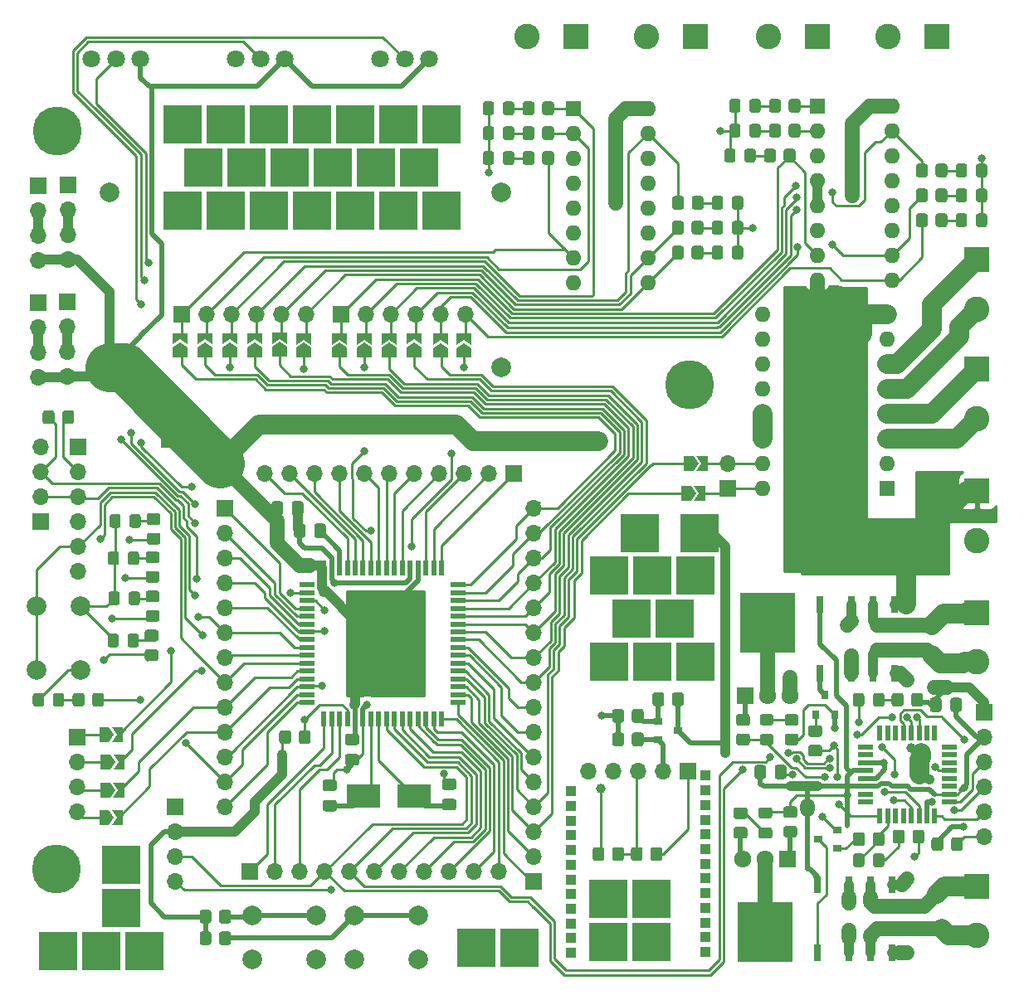
<source format=gbr>
%TF.GenerationSoftware,KiCad,Pcbnew,(5.1.7-5-ga3172d643f)-1*%
%TF.CreationDate,2020-10-31T15:28:03-04:00*%
%TF.ProjectId,board,626f6172-642e-46b6-9963-61645f706362,rev?*%
%TF.SameCoordinates,Original*%
%TF.FileFunction,Copper,L1,Top*%
%TF.FilePolarity,Positive*%
%FSLAX46Y46*%
G04 Gerber Fmt 4.6, Leading zero omitted, Abs format (unit mm)*
G04 Created by KiCad (PCBNEW (5.1.7-5-ga3172d643f)-1) date 2020-10-31 15:28:03*
%MOMM*%
%LPD*%
G01*
G04 APERTURE LIST*
%TA.AperFunction,SMDPad,CuDef*%
%ADD10R,4.000000X4.000000*%
%TD*%
%TA.AperFunction,ComponentPad*%
%ADD11O,1.700000X1.700000*%
%TD*%
%TA.AperFunction,ComponentPad*%
%ADD12R,1.700000X1.700000*%
%TD*%
%TA.AperFunction,ComponentPad*%
%ADD13C,2.000000*%
%TD*%
%TA.AperFunction,SMDPad,CuDef*%
%ADD14R,0.900000X0.800000*%
%TD*%
%TA.AperFunction,SMDPad,CuDef*%
%ADD15C,0.100000*%
%TD*%
%TA.AperFunction,ComponentPad*%
%ADD16C,5.000000*%
%TD*%
%TA.AperFunction,ComponentPad*%
%ADD17R,1.000000X1.000000*%
%TD*%
%TA.AperFunction,ComponentPad*%
%ADD18C,1.800000*%
%TD*%
%TA.AperFunction,ComponentPad*%
%ADD19O,1.600000X1.600000*%
%TD*%
%TA.AperFunction,ComponentPad*%
%ADD20R,1.600000X1.600000*%
%TD*%
%TA.AperFunction,ComponentPad*%
%ADD21C,2.600000*%
%TD*%
%TA.AperFunction,ComponentPad*%
%ADD22R,2.600000X2.600000*%
%TD*%
%TA.AperFunction,SMDPad,CuDef*%
%ADD23R,3.500000X2.400000*%
%TD*%
%TA.AperFunction,SMDPad,CuDef*%
%ADD24R,0.550000X1.500000*%
%TD*%
%TA.AperFunction,SMDPad,CuDef*%
%ADD25R,1.500000X0.550000*%
%TD*%
%TA.AperFunction,ComponentPad*%
%ADD26O,1.717500X1.800000*%
%TD*%
%TA.AperFunction,ComponentPad*%
%ADD27R,1.717500X1.800000*%
%TD*%
%TA.AperFunction,SMDPad,CuDef*%
%ADD28R,5.700000X6.200000*%
%TD*%
%TA.AperFunction,SMDPad,CuDef*%
%ADD29R,0.800000X0.900000*%
%TD*%
%TA.AperFunction,SMDPad,CuDef*%
%ADD30R,0.550000X1.600000*%
%TD*%
%TA.AperFunction,SMDPad,CuDef*%
%ADD31R,1.600000X0.550000*%
%TD*%
%TA.AperFunction,SMDPad,CuDef*%
%ADD32R,0.800000X1.800000*%
%TD*%
%TA.AperFunction,ViaPad*%
%ADD33C,1.000000*%
%TD*%
%TA.AperFunction,ViaPad*%
%ADD34C,0.800000*%
%TD*%
%TA.AperFunction,Conductor*%
%ADD35C,0.250000*%
%TD*%
%TA.AperFunction,Conductor*%
%ADD36C,2.000000*%
%TD*%
%TA.AperFunction,Conductor*%
%ADD37C,1.000000*%
%TD*%
%TA.AperFunction,Conductor*%
%ADD38C,1.500000*%
%TD*%
%TA.AperFunction,Conductor*%
%ADD39C,0.500000*%
%TD*%
%TA.AperFunction,Conductor*%
%ADD40C,5.000000*%
%TD*%
%TA.AperFunction,Conductor*%
%ADD41C,0.254000*%
%TD*%
%TA.AperFunction,Conductor*%
%ADD42C,0.100000*%
%TD*%
G04 APERTURE END LIST*
D10*
%TO.P,TP102,1*%
%TO.N,Net-(TP102-Pad1)*%
X110300000Y-129700000D03*
%TD*%
%TO.P,TP101,1*%
%TO.N,Net-(TP101-Pad1)*%
X108300000Y-134100000D03*
%TD*%
%TO.P,TP100,1*%
%TO.N,Net-(TP100-Pad1)*%
X110300000Y-125300000D03*
%TD*%
%TO.P,TP99,1*%
%TO.N,Net-(TP99-Pad1)*%
X112700000Y-134100000D03*
%TD*%
%TO.P,TP97,1*%
%TO.N,GND*%
X103900000Y-134100000D03*
%TD*%
D11*
%TO.P,J2.8,4*%
%TO.N,5V*%
X101800000Y-75520000D03*
%TO.P,J2.8,3*%
%TO.N,Net-(J2.8-Pad2)*%
X101800000Y-72980000D03*
%TO.P,J2.8,2*%
X101800000Y-70440000D03*
D12*
%TO.P,J2.8,1*%
%TO.N,GND*%
X101800000Y-67900000D03*
%TD*%
D11*
%TO.P,J2.5,4*%
%TO.N,5V*%
X101800000Y-63620000D03*
%TO.P,J2.5,3*%
%TO.N,Net-(J2.5-Pad2)*%
X101800000Y-61080000D03*
%TO.P,J2.5,2*%
X101800000Y-58540000D03*
D12*
%TO.P,J2.5,1*%
%TO.N,GND*%
X101800000Y-56000000D03*
%TD*%
D11*
%TO.P,J2.6,4*%
%TO.N,5V*%
X104900000Y-63520000D03*
%TO.P,J2.6,3*%
%TO.N,Net-(J2.6-Pad2)*%
X104900000Y-60980000D03*
%TO.P,J2.6,2*%
X104900000Y-58440000D03*
D12*
%TO.P,J2.6,1*%
%TO.N,GND*%
X104900000Y-55900000D03*
%TD*%
D11*
%TO.P,J2.7,4*%
%TO.N,5V*%
X104800000Y-75480000D03*
%TO.P,J2.7,3*%
%TO.N,Net-(J2.7-Pad2)*%
X104800000Y-72940000D03*
%TO.P,J2.7,2*%
X104800000Y-70400000D03*
D12*
%TO.P,J2.7,1*%
%TO.N,GND*%
X104800000Y-67860000D03*
%TD*%
D13*
%TO.P,SW1.3,1*%
%TO.N,PG4*%
X140600000Y-130500000D03*
%TO.P,SW1.3,2*%
%TO.N,GND*%
X140600000Y-135000000D03*
%TO.P,SW1.3,1*%
%TO.N,PG4*%
X134100000Y-130500000D03*
%TO.P,SW1.3,2*%
%TO.N,GND*%
X134100000Y-135000000D03*
%TD*%
%TO.P,SW1.2,1*%
%TO.N,PG3*%
X130200000Y-130500000D03*
%TO.P,SW1.2,2*%
%TO.N,GND*%
X130200000Y-135000000D03*
%TO.P,SW1.2,1*%
%TO.N,PG3*%
X123700000Y-130500000D03*
%TO.P,SW1.2,2*%
%TO.N,GND*%
X123700000Y-135000000D03*
%TD*%
%TO.P,R1.14,2*%
%TO.N,5V*%
%TA.AperFunction,SMDPad,CuDef*%
G36*
G01*
X119500000Y-132349999D02*
X119500000Y-133250001D01*
G75*
G02*
X119250001Y-133500000I-249999J0D01*
G01*
X118549999Y-133500000D01*
G75*
G02*
X118300000Y-133250001I0J249999D01*
G01*
X118300000Y-132349999D01*
G75*
G02*
X118549999Y-132100000I249999J0D01*
G01*
X119250001Y-132100000D01*
G75*
G02*
X119500000Y-132349999I0J-249999D01*
G01*
G37*
%TD.AperFunction*%
%TO.P,R1.14,1*%
%TO.N,PG4*%
%TA.AperFunction,SMDPad,CuDef*%
G36*
G01*
X121500000Y-132349999D02*
X121500000Y-133250001D01*
G75*
G02*
X121250001Y-133500000I-249999J0D01*
G01*
X120549999Y-133500000D01*
G75*
G02*
X120300000Y-133250001I0J249999D01*
G01*
X120300000Y-132349999D01*
G75*
G02*
X120549999Y-132100000I249999J0D01*
G01*
X121250001Y-132100000D01*
G75*
G02*
X121500000Y-132349999I0J-249999D01*
G01*
G37*
%TD.AperFunction*%
%TD*%
%TO.P,R1.13,2*%
%TO.N,5V*%
%TA.AperFunction,SMDPad,CuDef*%
G36*
G01*
X119500000Y-130149999D02*
X119500000Y-131050001D01*
G75*
G02*
X119250001Y-131300000I-249999J0D01*
G01*
X118549999Y-131300000D01*
G75*
G02*
X118300000Y-131050001I0J249999D01*
G01*
X118300000Y-130149999D01*
G75*
G02*
X118549999Y-129900000I249999J0D01*
G01*
X119250001Y-129900000D01*
G75*
G02*
X119500000Y-130149999I0J-249999D01*
G01*
G37*
%TD.AperFunction*%
%TO.P,R1.13,1*%
%TO.N,PG3*%
%TA.AperFunction,SMDPad,CuDef*%
G36*
G01*
X121500000Y-130149999D02*
X121500000Y-131050001D01*
G75*
G02*
X121250001Y-131300000I-249999J0D01*
G01*
X120549999Y-131300000D01*
G75*
G02*
X120300000Y-131050001I0J249999D01*
G01*
X120300000Y-130149999D01*
G75*
G02*
X120549999Y-129900000I249999J0D01*
G01*
X121250001Y-129900000D01*
G75*
G02*
X121500000Y-130149999I0J-249999D01*
G01*
G37*
%TD.AperFunction*%
%TD*%
%TO.P,R1.8,2*%
%TO.N,5V*%
%TA.AperFunction,SMDPad,CuDef*%
G36*
G01*
X166500000Y-108850001D02*
X166500000Y-107949999D01*
G75*
G02*
X166749999Y-107700000I249999J0D01*
G01*
X167450001Y-107700000D01*
G75*
G02*
X167700000Y-107949999I0J-249999D01*
G01*
X167700000Y-108850001D01*
G75*
G02*
X167450001Y-109100000I-249999J0D01*
G01*
X166749999Y-109100000D01*
G75*
G02*
X166500000Y-108850001I0J249999D01*
G01*
G37*
%TD.AperFunction*%
%TO.P,R1.8,1*%
%TO.N,Net-(Q1.1-Pad1)*%
%TA.AperFunction,SMDPad,CuDef*%
G36*
G01*
X164500000Y-108850001D02*
X164500000Y-107949999D01*
G75*
G02*
X164749999Y-107700000I249999J0D01*
G01*
X165450001Y-107700000D01*
G75*
G02*
X165700000Y-107949999I0J-249999D01*
G01*
X165700000Y-108850001D01*
G75*
G02*
X165450001Y-109100000I-249999J0D01*
G01*
X164749999Y-109100000D01*
G75*
G02*
X164500000Y-108850001I0J249999D01*
G01*
G37*
%TD.AperFunction*%
%TD*%
%TO.P,R1.9,2*%
%TO.N,Net-(Q1.1-Pad1)*%
%TA.AperFunction,SMDPad,CuDef*%
G36*
G01*
X162400000Y-110550001D02*
X162400000Y-109649999D01*
G75*
G02*
X162649999Y-109400000I249999J0D01*
G01*
X163350001Y-109400000D01*
G75*
G02*
X163600000Y-109649999I0J-249999D01*
G01*
X163600000Y-110550001D01*
G75*
G02*
X163350001Y-110800000I-249999J0D01*
G01*
X162649999Y-110800000D01*
G75*
G02*
X162400000Y-110550001I0J249999D01*
G01*
G37*
%TD.AperFunction*%
%TO.P,R1.9,1*%
%TO.N,GND*%
%TA.AperFunction,SMDPad,CuDef*%
G36*
G01*
X160400000Y-110550001D02*
X160400000Y-109649999D01*
G75*
G02*
X160649999Y-109400000I249999J0D01*
G01*
X161350001Y-109400000D01*
G75*
G02*
X161600000Y-109649999I0J-249999D01*
G01*
X161600000Y-110550001D01*
G75*
G02*
X161350001Y-110800000I-249999J0D01*
G01*
X160649999Y-110800000D01*
G75*
G02*
X160400000Y-110550001I0J249999D01*
G01*
G37*
%TD.AperFunction*%
%TD*%
%TO.P,R1.12,2*%
%TO.N,3.3V*%
%TA.AperFunction,SMDPad,CuDef*%
G36*
G01*
X162400000Y-112950001D02*
X162400000Y-112049999D01*
G75*
G02*
X162649999Y-111800000I249999J0D01*
G01*
X163350001Y-111800000D01*
G75*
G02*
X163600000Y-112049999I0J-249999D01*
G01*
X163600000Y-112950001D01*
G75*
G02*
X163350001Y-113200000I-249999J0D01*
G01*
X162649999Y-113200000D01*
G75*
G02*
X162400000Y-112950001I0J249999D01*
G01*
G37*
%TD.AperFunction*%
%TO.P,R1.12,1*%
%TO.N,GND*%
%TA.AperFunction,SMDPad,CuDef*%
G36*
G01*
X160400000Y-112950001D02*
X160400000Y-112049999D01*
G75*
G02*
X160649999Y-111800000I249999J0D01*
G01*
X161350001Y-111800000D01*
G75*
G02*
X161600000Y-112049999I0J-249999D01*
G01*
X161600000Y-112950001D01*
G75*
G02*
X161350001Y-113200000I-249999J0D01*
G01*
X160649999Y-113200000D01*
G75*
G02*
X160400000Y-112950001I0J249999D01*
G01*
G37*
%TD.AperFunction*%
%TD*%
%TO.P,R1.11,2*%
%TO.N,Net-(J37-Pad3)*%
%TA.AperFunction,SMDPad,CuDef*%
G36*
G01*
X163500000Y-123749999D02*
X163500000Y-124650001D01*
G75*
G02*
X163250001Y-124900000I-249999J0D01*
G01*
X162549999Y-124900000D01*
G75*
G02*
X162300000Y-124650001I0J249999D01*
G01*
X162300000Y-123749999D01*
G75*
G02*
X162549999Y-123500000I249999J0D01*
G01*
X163250001Y-123500000D01*
G75*
G02*
X163500000Y-123749999I0J-249999D01*
G01*
G37*
%TD.AperFunction*%
%TO.P,R1.11,1*%
%TO.N,GND*%
%TA.AperFunction,SMDPad,CuDef*%
G36*
G01*
X165500000Y-123749999D02*
X165500000Y-124650001D01*
G75*
G02*
X165250001Y-124900000I-249999J0D01*
G01*
X164549999Y-124900000D01*
G75*
G02*
X164300000Y-124650001I0J249999D01*
G01*
X164300000Y-123749999D01*
G75*
G02*
X164549999Y-123500000I249999J0D01*
G01*
X165250001Y-123500000D01*
G75*
G02*
X165500000Y-123749999I0J-249999D01*
G01*
G37*
%TD.AperFunction*%
%TD*%
%TO.P,R1.10,2*%
%TO.N,B_RXD*%
%TA.AperFunction,SMDPad,CuDef*%
G36*
G01*
X159600000Y-123749999D02*
X159600000Y-124650001D01*
G75*
G02*
X159350001Y-124900000I-249999J0D01*
G01*
X158649999Y-124900000D01*
G75*
G02*
X158400000Y-124650001I0J249999D01*
G01*
X158400000Y-123749999D01*
G75*
G02*
X158649999Y-123500000I249999J0D01*
G01*
X159350001Y-123500000D01*
G75*
G02*
X159600000Y-123749999I0J-249999D01*
G01*
G37*
%TD.AperFunction*%
%TO.P,R1.10,1*%
%TO.N,Net-(J37-Pad3)*%
%TA.AperFunction,SMDPad,CuDef*%
G36*
G01*
X161600000Y-123749999D02*
X161600000Y-124650001D01*
G75*
G02*
X161350001Y-124900000I-249999J0D01*
G01*
X160649999Y-124900000D01*
G75*
G02*
X160400000Y-124650001I0J249999D01*
G01*
X160400000Y-123749999D01*
G75*
G02*
X160649999Y-123500000I249999J0D01*
G01*
X161350001Y-123500000D01*
G75*
G02*
X161600000Y-123749999I0J-249999D01*
G01*
G37*
%TD.AperFunction*%
%TD*%
D14*
%TO.P,Q1.1,3*%
%TO.N,5V*%
X167100000Y-111600000D03*
%TO.P,Q1.1,2*%
%TO.N,3.3V*%
X165100000Y-112550000D03*
%TO.P,Q1.1,1*%
%TO.N,Net-(Q1.1-Pad1)*%
X165100000Y-110650000D03*
%TD*%
D11*
%TO.P,J37,5*%
%TO.N,B_STAT*%
X157940000Y-115700000D03*
%TO.P,J37,4*%
%TO.N,B_TXD*%
X160480000Y-115700000D03*
%TO.P,J37,3*%
%TO.N,Net-(J37-Pad3)*%
X163020000Y-115700000D03*
%TO.P,J37,2*%
%TO.N,3.3V*%
X165560000Y-115700000D03*
D12*
%TO.P,J37,1*%
%TO.N,GND*%
X168100000Y-115700000D03*
%TD*%
%TO.P,R1.6,2*%
%TO.N,Net-(J1.36-Pad2)*%
%TA.AperFunction,SMDPad,CuDef*%
G36*
G01*
X113049999Y-99300000D02*
X113950001Y-99300000D01*
G75*
G02*
X114200000Y-99549999I0J-249999D01*
G01*
X114200000Y-100250001D01*
G75*
G02*
X113950001Y-100500000I-249999J0D01*
G01*
X113049999Y-100500000D01*
G75*
G02*
X112800000Y-100250001I0J249999D01*
G01*
X112800000Y-99549999D01*
G75*
G02*
X113049999Y-99300000I249999J0D01*
G01*
G37*
%TD.AperFunction*%
%TO.P,R1.6,1*%
%TO.N,Net-(D1.4-Pad2)*%
%TA.AperFunction,SMDPad,CuDef*%
G36*
G01*
X113049999Y-97300000D02*
X113950001Y-97300000D01*
G75*
G02*
X114200000Y-97549999I0J-249999D01*
G01*
X114200000Y-98250001D01*
G75*
G02*
X113950001Y-98500000I-249999J0D01*
G01*
X113049999Y-98500000D01*
G75*
G02*
X112800000Y-98250001I0J249999D01*
G01*
X112800000Y-97549999D01*
G75*
G02*
X113049999Y-97300000I249999J0D01*
G01*
G37*
%TD.AperFunction*%
%TD*%
%TO.P,R1.5,2*%
%TO.N,Net-(J1.36-Pad3)*%
%TA.AperFunction,SMDPad,CuDef*%
G36*
G01*
X113049999Y-95300000D02*
X113950001Y-95300000D01*
G75*
G02*
X114200000Y-95549999I0J-249999D01*
G01*
X114200000Y-96250001D01*
G75*
G02*
X113950001Y-96500000I-249999J0D01*
G01*
X113049999Y-96500000D01*
G75*
G02*
X112800000Y-96250001I0J249999D01*
G01*
X112800000Y-95549999D01*
G75*
G02*
X113049999Y-95300000I249999J0D01*
G01*
G37*
%TD.AperFunction*%
%TO.P,R1.5,1*%
%TO.N,Net-(D1.3-Pad2)*%
%TA.AperFunction,SMDPad,CuDef*%
G36*
G01*
X113049999Y-93300000D02*
X113950001Y-93300000D01*
G75*
G02*
X114200000Y-93549999I0J-249999D01*
G01*
X114200000Y-94250001D01*
G75*
G02*
X113950001Y-94500000I-249999J0D01*
G01*
X113049999Y-94500000D01*
G75*
G02*
X112800000Y-94250001I0J249999D01*
G01*
X112800000Y-93549999D01*
G75*
G02*
X113049999Y-93300000I249999J0D01*
G01*
G37*
%TD.AperFunction*%
%TD*%
%TO.P,R1.4,2*%
%TO.N,Net-(J1.36-Pad4)*%
%TA.AperFunction,SMDPad,CuDef*%
G36*
G01*
X113149999Y-91400000D02*
X114050001Y-91400000D01*
G75*
G02*
X114300000Y-91649999I0J-249999D01*
G01*
X114300000Y-92350001D01*
G75*
G02*
X114050001Y-92600000I-249999J0D01*
G01*
X113149999Y-92600000D01*
G75*
G02*
X112900000Y-92350001I0J249999D01*
G01*
X112900000Y-91649999D01*
G75*
G02*
X113149999Y-91400000I249999J0D01*
G01*
G37*
%TD.AperFunction*%
%TO.P,R1.4,1*%
%TO.N,Net-(D1.2-Pad2)*%
%TA.AperFunction,SMDPad,CuDef*%
G36*
G01*
X113149999Y-89400000D02*
X114050001Y-89400000D01*
G75*
G02*
X114300000Y-89649999I0J-249999D01*
G01*
X114300000Y-90350001D01*
G75*
G02*
X114050001Y-90600000I-249999J0D01*
G01*
X113149999Y-90600000D01*
G75*
G02*
X112900000Y-90350001I0J249999D01*
G01*
X112900000Y-89649999D01*
G75*
G02*
X113149999Y-89400000I249999J0D01*
G01*
G37*
%TD.AperFunction*%
%TD*%
%TO.P,R1.7,2*%
%TO.N,Net-(J1.36-Pad1)*%
%TA.AperFunction,SMDPad,CuDef*%
G36*
G01*
X112949999Y-103300000D02*
X113850001Y-103300000D01*
G75*
G02*
X114100000Y-103549999I0J-249999D01*
G01*
X114100000Y-104250001D01*
G75*
G02*
X113850001Y-104500000I-249999J0D01*
G01*
X112949999Y-104500000D01*
G75*
G02*
X112700000Y-104250001I0J249999D01*
G01*
X112700000Y-103549999D01*
G75*
G02*
X112949999Y-103300000I249999J0D01*
G01*
G37*
%TD.AperFunction*%
%TO.P,R1.7,1*%
%TO.N,Net-(D1.5-Pad2)*%
%TA.AperFunction,SMDPad,CuDef*%
G36*
G01*
X112949999Y-101300000D02*
X113850001Y-101300000D01*
G75*
G02*
X114100000Y-101549999I0J-249999D01*
G01*
X114100000Y-102250001D01*
G75*
G02*
X113850001Y-102500000I-249999J0D01*
G01*
X112949999Y-102500000D01*
G75*
G02*
X112700000Y-102250001I0J249999D01*
G01*
X112700000Y-101549999D01*
G75*
G02*
X112949999Y-101300000I249999J0D01*
G01*
G37*
%TD.AperFunction*%
%TD*%
%TA.AperFunction,SMDPad,CuDef*%
D15*
%TO.P,JP1.1,1*%
%TO.N,Net-(J1.36-Pad4)*%
G36*
X109550000Y-120500000D02*
G01*
X109050000Y-121250000D01*
X108050000Y-121250000D01*
X108050000Y-119750000D01*
X109050000Y-119750000D01*
X109550000Y-120500000D01*
G37*
%TD.AperFunction*%
%TA.AperFunction,SMDPad,CuDef*%
%TO.P,JP1.1,2*%
%TO.N,PB3*%
G36*
X110500000Y-121250000D02*
G01*
X109350000Y-121250000D01*
X109850000Y-120500000D01*
X109350000Y-119750000D01*
X110500000Y-119750000D01*
X110500000Y-121250000D01*
G37*
%TD.AperFunction*%
%TD*%
%TA.AperFunction,SMDPad,CuDef*%
%TO.P,JP1.4,1*%
%TO.N,Net-(J1.36-Pad1)*%
G36*
X109550000Y-112000000D02*
G01*
X109050000Y-112750000D01*
X108050000Y-112750000D01*
X108050000Y-111250000D01*
X109050000Y-111250000D01*
X109550000Y-112000000D01*
G37*
%TD.AperFunction*%
%TA.AperFunction,SMDPad,CuDef*%
%TO.P,JP1.4,2*%
%TO.N,PE7*%
G36*
X110500000Y-112750000D02*
G01*
X109350000Y-112750000D01*
X109850000Y-112000000D01*
X109350000Y-111250000D01*
X110500000Y-111250000D01*
X110500000Y-112750000D01*
G37*
%TD.AperFunction*%
%TD*%
%TA.AperFunction,SMDPad,CuDef*%
%TO.P,JP1.3,1*%
%TO.N,Net-(J1.36-Pad2)*%
G36*
X109700000Y-114800000D02*
G01*
X109200000Y-115550000D01*
X108200000Y-115550000D01*
X108200000Y-114050000D01*
X109200000Y-114050000D01*
X109700000Y-114800000D01*
G37*
%TD.AperFunction*%
%TA.AperFunction,SMDPad,CuDef*%
%TO.P,JP1.3,2*%
%TO.N,PB0*%
G36*
X110650000Y-115550000D02*
G01*
X109500000Y-115550000D01*
X110000000Y-114800000D01*
X109500000Y-114050000D01*
X110650000Y-114050000D01*
X110650000Y-115550000D01*
G37*
%TD.AperFunction*%
%TD*%
%TA.AperFunction,SMDPad,CuDef*%
%TO.P,JP1.2,1*%
%TO.N,Net-(J1.36-Pad3)*%
G36*
X109675000Y-117700000D02*
G01*
X109175000Y-118450000D01*
X108175000Y-118450000D01*
X108175000Y-116950000D01*
X109175000Y-116950000D01*
X109675000Y-117700000D01*
G37*
%TD.AperFunction*%
%TA.AperFunction,SMDPad,CuDef*%
%TO.P,JP1.2,2*%
%TO.N,PB2*%
G36*
X110625000Y-118450000D02*
G01*
X109475000Y-118450000D01*
X109975000Y-117700000D01*
X109475000Y-116950000D01*
X110625000Y-116950000D01*
X110625000Y-118450000D01*
G37*
%TD.AperFunction*%
%TD*%
D11*
%TO.P,J1.36,4*%
%TO.N,Net-(J1.36-Pad4)*%
X105800000Y-119920000D03*
%TO.P,J1.36,3*%
%TO.N,Net-(J1.36-Pad3)*%
X105800000Y-117380000D03*
%TO.P,J1.36,2*%
%TO.N,Net-(J1.36-Pad2)*%
X105800000Y-114840000D03*
D12*
%TO.P,J1.36,1*%
%TO.N,Net-(J1.36-Pad1)*%
X105800000Y-112300000D03*
%TD*%
%TO.P,D1.4,2*%
%TO.N,Net-(D1.4-Pad2)*%
%TA.AperFunction,SMDPad,CuDef*%
G36*
G01*
X111050000Y-98550001D02*
X111050000Y-97649999D01*
G75*
G02*
X111299999Y-97400000I249999J0D01*
G01*
X111950001Y-97400000D01*
G75*
G02*
X112200000Y-97649999I0J-249999D01*
G01*
X112200000Y-98550001D01*
G75*
G02*
X111950001Y-98800000I-249999J0D01*
G01*
X111299999Y-98800000D01*
G75*
G02*
X111050000Y-98550001I0J249999D01*
G01*
G37*
%TD.AperFunction*%
%TO.P,D1.4,1*%
%TO.N,GND*%
%TA.AperFunction,SMDPad,CuDef*%
G36*
G01*
X109000000Y-98550001D02*
X109000000Y-97649999D01*
G75*
G02*
X109249999Y-97400000I249999J0D01*
G01*
X109900001Y-97400000D01*
G75*
G02*
X110150000Y-97649999I0J-249999D01*
G01*
X110150000Y-98550001D01*
G75*
G02*
X109900001Y-98800000I-249999J0D01*
G01*
X109249999Y-98800000D01*
G75*
G02*
X109000000Y-98550001I0J249999D01*
G01*
G37*
%TD.AperFunction*%
%TD*%
%TO.P,D1.3,2*%
%TO.N,Net-(D1.3-Pad2)*%
%TA.AperFunction,SMDPad,CuDef*%
G36*
G01*
X110975000Y-94450001D02*
X110975000Y-93549999D01*
G75*
G02*
X111224999Y-93300000I249999J0D01*
G01*
X111875001Y-93300000D01*
G75*
G02*
X112125000Y-93549999I0J-249999D01*
G01*
X112125000Y-94450001D01*
G75*
G02*
X111875001Y-94700000I-249999J0D01*
G01*
X111224999Y-94700000D01*
G75*
G02*
X110975000Y-94450001I0J249999D01*
G01*
G37*
%TD.AperFunction*%
%TO.P,D1.3,1*%
%TO.N,GND*%
%TA.AperFunction,SMDPad,CuDef*%
G36*
G01*
X108925000Y-94450001D02*
X108925000Y-93549999D01*
G75*
G02*
X109174999Y-93300000I249999J0D01*
G01*
X109825001Y-93300000D01*
G75*
G02*
X110075000Y-93549999I0J-249999D01*
G01*
X110075000Y-94450001D01*
G75*
G02*
X109825001Y-94700000I-249999J0D01*
G01*
X109174999Y-94700000D01*
G75*
G02*
X108925000Y-94450001I0J249999D01*
G01*
G37*
%TD.AperFunction*%
%TD*%
%TO.P,D1.2,2*%
%TO.N,Net-(D1.2-Pad2)*%
%TA.AperFunction,SMDPad,CuDef*%
G36*
G01*
X111150000Y-90650001D02*
X111150000Y-89749999D01*
G75*
G02*
X111399999Y-89500000I249999J0D01*
G01*
X112050001Y-89500000D01*
G75*
G02*
X112300000Y-89749999I0J-249999D01*
G01*
X112300000Y-90650001D01*
G75*
G02*
X112050001Y-90900000I-249999J0D01*
G01*
X111399999Y-90900000D01*
G75*
G02*
X111150000Y-90650001I0J249999D01*
G01*
G37*
%TD.AperFunction*%
%TO.P,D1.2,1*%
%TO.N,GND*%
%TA.AperFunction,SMDPad,CuDef*%
G36*
G01*
X109100000Y-90650001D02*
X109100000Y-89749999D01*
G75*
G02*
X109349999Y-89500000I249999J0D01*
G01*
X110000001Y-89500000D01*
G75*
G02*
X110250000Y-89749999I0J-249999D01*
G01*
X110250000Y-90650001D01*
G75*
G02*
X110000001Y-90900000I-249999J0D01*
G01*
X109349999Y-90900000D01*
G75*
G02*
X109100000Y-90650001I0J249999D01*
G01*
G37*
%TD.AperFunction*%
%TD*%
%TO.P,D1.5,2*%
%TO.N,Net-(D1.5-Pad2)*%
%TA.AperFunction,SMDPad,CuDef*%
G36*
G01*
X110950000Y-102850001D02*
X110950000Y-101949999D01*
G75*
G02*
X111199999Y-101700000I249999J0D01*
G01*
X111850001Y-101700000D01*
G75*
G02*
X112100000Y-101949999I0J-249999D01*
G01*
X112100000Y-102850001D01*
G75*
G02*
X111850001Y-103100000I-249999J0D01*
G01*
X111199999Y-103100000D01*
G75*
G02*
X110950000Y-102850001I0J249999D01*
G01*
G37*
%TD.AperFunction*%
%TO.P,D1.5,1*%
%TO.N,GND*%
%TA.AperFunction,SMDPad,CuDef*%
G36*
G01*
X108900000Y-102850001D02*
X108900000Y-101949999D01*
G75*
G02*
X109149999Y-101700000I249999J0D01*
G01*
X109800001Y-101700000D01*
G75*
G02*
X110050000Y-101949999I0J-249999D01*
G01*
X110050000Y-102850001D01*
G75*
G02*
X109800001Y-103100000I-249999J0D01*
G01*
X109149999Y-103100000D01*
G75*
G02*
X108900000Y-102850001I0J249999D01*
G01*
G37*
%TD.AperFunction*%
%TD*%
D10*
%TO.P,TP94,1*%
%TO.N,Net-(TP94-Pad1)*%
X134200000Y-49700000D03*
%TD*%
%TO.P,TP91,1*%
%TO.N,Net-(TP91-Pad1)*%
X164400000Y-133200000D03*
%TD*%
%TO.P,TP88,1*%
%TO.N,Net-(TP88-Pad1)*%
X129800000Y-49700000D03*
%TD*%
%TO.P,TP87,1*%
%TO.N,Net-(TP87-Pad1)*%
X118700000Y-54100000D03*
%TD*%
%TO.P,TP84,1*%
%TO.N,Net-(TP84-Pad1)*%
X164400000Y-128800000D03*
%TD*%
%TO.P,TP81,1*%
%TO.N,Net-(TP81-Pad1)*%
X125400000Y-49700000D03*
%TD*%
%TO.P,TP80,1*%
%TO.N,Net-(TP80-Pad1)*%
X125400000Y-58500000D03*
%TD*%
%TO.P,TP79,1*%
%TO.N,Net-(TP79-Pad1)*%
X131900000Y-54100000D03*
%TD*%
%TO.P,TP76,1*%
%TO.N,Net-(TP76-Pad1)*%
X150900000Y-133800000D03*
%TD*%
%TO.P,TP74,1*%
%TO.N,Net-(TP74-Pad1)*%
X116600000Y-49700000D03*
%TD*%
%TO.P,TP73,1*%
%TO.N,Net-(TP73-Pad1)*%
X134200000Y-58500000D03*
%TD*%
%TO.P,TP72,1*%
%TO.N,Net-(TP72-Pad1)*%
X127500000Y-54100000D03*
%TD*%
%TO.P,TP71,1*%
%TO.N,Net-(TP71-Pad1)*%
X129800000Y-58500000D03*
%TD*%
%TO.P,TP68,1*%
%TO.N,Net-(TP68-Pad1)*%
X146500000Y-133800000D03*
%TD*%
%TO.P,TP66,1*%
%TO.N,Net-(TP66-Pad1)*%
X121000000Y-49700000D03*
%TD*%
%TO.P,TP65,1*%
%TO.N,Net-(TP65-Pad1)*%
X123100000Y-54100000D03*
%TD*%
%TO.P,TP64,1*%
%TO.N,Net-(TP64-Pad1)*%
X121000000Y-58500000D03*
%TD*%
%TO.P,TP63,1*%
%TO.N,Net-(TP63-Pad1)*%
X143000000Y-58500000D03*
%TD*%
%TO.P,TP58,1*%
%TO.N,Net-(TP58-Pad1)*%
X143000000Y-49700000D03*
%TD*%
%TO.P,TP57,1*%
%TO.N,Net-(TP57-Pad1)*%
X140700000Y-54100000D03*
%TD*%
%TO.P,TP56,1*%
%TO.N,Net-(TP56-Pad1)*%
X138600000Y-58500000D03*
%TD*%
%TO.P,TP50,1*%
%TO.N,Net-(TP50-Pad1)*%
X136300000Y-54100000D03*
%TD*%
%TO.P,TP49,1*%
%TO.N,Net-(TP49-Pad1)*%
X138600000Y-49700000D03*
%TD*%
%TO.P,TP42,1*%
%TO.N,Net-(TP42-Pad1)*%
X116600000Y-58500000D03*
%TD*%
%TO.P,TP37,1*%
%TO.N,Net-(TP37-Pad1)*%
X160100000Y-95800000D03*
%TD*%
%TO.P,TP32,1*%
%TO.N,5V*%
X116300000Y-80800000D03*
%TD*%
%TO.P,TP25,1*%
%TO.N,Net-(TP25-Pad1)*%
X160100000Y-104600000D03*
%TD*%
%TO.P,TP18,1*%
%TO.N,Net-(TP18-Pad1)*%
X160000000Y-128800000D03*
%TD*%
%TO.P,TP12,1*%
%TO.N,Net-(TP12-Pad1)*%
X164500000Y-95800000D03*
%TD*%
%TO.P,TP9,1*%
%TO.N,Net-(TP9-Pad1)*%
X168900000Y-95800000D03*
%TD*%
%TO.P,TP8,1*%
%TO.N,Net-(TP8-Pad1)*%
X166800000Y-100200000D03*
%TD*%
%TO.P,TP7,1*%
%TO.N,Net-(TP7-Pad1)*%
X162400000Y-100200000D03*
%TD*%
%TO.P,TP5,1*%
%TO.N,Net-(TP5-Pad1)*%
X164500000Y-104600000D03*
%TD*%
%TO.P,TP4,1*%
%TO.N,Net-(TP4-Pad1)*%
X160000000Y-133200000D03*
%TD*%
%TO.P,TP3,1*%
%TO.N,Net-(TP3-Pad1)*%
X168900000Y-104600000D03*
%TD*%
%TO.P,TP2,1*%
%TO.N,GND*%
X163200000Y-91400000D03*
%TD*%
%TO.P,TP1,1*%
%TO.N,5V*%
X169300000Y-91400000D03*
%TD*%
D16*
%TO.P,H7,1*%
%TO.N,N/C*%
X168300000Y-76300000D03*
%TD*%
%TO.P,H6,1*%
%TO.N,N/C*%
X103700000Y-125700000D03*
%TD*%
%TO.P,H5,1*%
%TO.N,N/C*%
X103800000Y-50400000D03*
%TD*%
D17*
%TO.P,J1.35,1*%
%TO.N,Net-(J1.35-Pad1)*%
X169900000Y-134200000D03*
%TD*%
%TO.P,J1.30,1*%
%TO.N,Net-(J1.30-Pad1)*%
X169900000Y-126700000D03*
%TD*%
%TO.P,J1.31,1*%
%TO.N,Net-(J1.31-Pad1)*%
X169900000Y-128200000D03*
%TD*%
%TO.P,J1.32,1*%
%TO.N,Net-(J1.32-Pad1)*%
X169900000Y-129700000D03*
%TD*%
%TO.P,J1.33,1*%
%TO.N,Net-(J1.33-Pad1)*%
X169900000Y-131200000D03*
%TD*%
%TO.P,J1.34,1*%
%TO.N,Net-(J1.34-Pad1)*%
X169900000Y-132700000D03*
%TD*%
%TO.P,J1.29,1*%
%TO.N,Net-(J1.29-Pad1)*%
X169900000Y-125200000D03*
%TD*%
%TO.P,J1.28,1*%
%TO.N,Net-(J1.28-Pad1)*%
X169900000Y-123700000D03*
%TD*%
%TO.P,J1.26,1*%
%TO.N,Net-(J1.26-Pad1)*%
X169900000Y-120700000D03*
%TD*%
%TO.P,J1.25,1*%
%TO.N,Net-(J1.25-Pad1)*%
X169900000Y-119200000D03*
%TD*%
%TO.P,J1.24,1*%
%TO.N,Net-(J1.24-Pad1)*%
X169900000Y-117700000D03*
%TD*%
%TO.P,J1.23,1*%
%TO.N,Net-(J1.23-Pad1)*%
X169900000Y-116200000D03*
%TD*%
%TO.P,J1.27,1*%
%TO.N,Net-(J1.27-Pad1)*%
X169900000Y-122200000D03*
%TD*%
%TO.P,J1.13,1*%
%TO.N,Net-(J1.13-Pad1)*%
X156200000Y-120800000D03*
%TD*%
%TO.P,J1.15,1*%
%TO.N,Net-(J1.15-Pad1)*%
X156200000Y-123800000D03*
%TD*%
%TO.P,J1.16,1*%
%TO.N,Net-(J1.16-Pad1)*%
X156200000Y-125300000D03*
%TD*%
%TO.P,J1.11,1*%
%TO.N,Net-(J1.11-Pad1)*%
X156200000Y-117800000D03*
%TD*%
%TO.P,J1.12,1*%
%TO.N,Net-(J1.12-Pad1)*%
X156200000Y-119300000D03*
%TD*%
%TO.P,J1.17,1*%
%TO.N,Net-(J1.17-Pad1)*%
X156200000Y-126800000D03*
%TD*%
%TO.P,J1.22,1*%
%TO.N,Net-(J1.22-Pad1)*%
X156200000Y-134300000D03*
%TD*%
%TO.P,J1.14,1*%
%TO.N,Net-(J1.14-Pad1)*%
X156200000Y-122300000D03*
%TD*%
%TO.P,J1.20,1*%
%TO.N,Net-(J1.20-Pad1)*%
X156200000Y-131300000D03*
%TD*%
%TO.P,J1.19,1*%
%TO.N,Net-(J1.19-Pad1)*%
X156200000Y-129800000D03*
%TD*%
%TO.P,J1.18,1*%
%TO.N,Net-(J1.18-Pad1)*%
X156200000Y-128300000D03*
%TD*%
%TO.P,J1.21,1*%
%TO.N,Net-(J1.21-Pad1)*%
X156200000Y-132800000D03*
%TD*%
D11*
%TO.P,J1.3,16*%
%TO.N,M1B*%
X152400000Y-88900000D03*
%TO.P,J1.3,15*%
%TO.N,M1A*%
X152400000Y-91440000D03*
%TO.P,J1.3,14*%
%TO.N,M2B*%
X152400000Y-93980000D03*
%TO.P,J1.3,13*%
%TO.N,M2A*%
X152400000Y-96520000D03*
%TO.P,J1.3,12*%
%TO.N,M3B*%
X152400000Y-99060000D03*
%TO.P,J1.3,11*%
%TO.N,M3A*%
X152400000Y-101600000D03*
%TO.P,J1.3,10*%
%TO.N,M4B*%
X152400000Y-104140000D03*
%TO.P,J1.3,9*%
%TO.N,M4A*%
X152400000Y-106680000D03*
%TO.P,J1.3,8*%
%TO.N,PC5*%
X152400000Y-109220000D03*
%TO.P,J1.3,7*%
%TO.N,PC4*%
X152400000Y-111760000D03*
%TO.P,J1.3,6*%
%TO.N,PC3*%
X152400000Y-114300000D03*
%TO.P,J1.3,5*%
%TO.N,B_STAT*%
X152400000Y-116840000D03*
%TO.P,J1.3,4*%
%TO.N,PC1*%
X152400000Y-119380000D03*
%TO.P,J1.3,3*%
%TO.N,PC0*%
X152400000Y-121920000D03*
%TO.P,J1.3,2*%
%TO.N,PG1*%
X152400000Y-124460000D03*
D12*
%TO.P,J1.3,1*%
%TO.N,PG0*%
X152400000Y-127000000D03*
%TD*%
D11*
%TO.P,J1.7,4*%
%TO.N,PD1*%
X115824000Y-127000000D03*
%TO.P,J1.7,3*%
%TO.N,PD0*%
X115824000Y-124460000D03*
%TO.P,J1.7,2*%
%TO.N,5V*%
X115824000Y-121920000D03*
D12*
%TO.P,J1.7,1*%
%TO.N,GND*%
X115824000Y-119380000D03*
%TD*%
%TA.AperFunction,SMDPad,CuDef*%
D15*
%TO.P,JP3.15,1*%
%TO.N,M3PWM*%
G36*
X135128000Y-71988000D02*
G01*
X135878000Y-72488000D01*
X135878000Y-73488000D01*
X134378000Y-73488000D01*
X134378000Y-72488000D01*
X135128000Y-71988000D01*
G37*
%TD.AperFunction*%
%TA.AperFunction,SMDPad,CuDef*%
%TO.P,JP3.15,2*%
%TO.N,Net-(J3.6-Pad2)*%
G36*
X135878000Y-71038000D02*
G01*
X135878000Y-72188000D01*
X135128000Y-71688000D01*
X134378000Y-72188000D01*
X134378000Y-71038000D01*
X135878000Y-71038000D01*
G37*
%TD.AperFunction*%
%TD*%
%TA.AperFunction,SMDPad,CuDef*%
%TO.P,JP3.14,1*%
%TO.N,M3A*%
G36*
X137668000Y-71988000D02*
G01*
X138418000Y-72488000D01*
X138418000Y-73488000D01*
X136918000Y-73488000D01*
X136918000Y-72488000D01*
X137668000Y-71988000D01*
G37*
%TD.AperFunction*%
%TA.AperFunction,SMDPad,CuDef*%
%TO.P,JP3.14,2*%
%TO.N,Net-(J3.6-Pad3)*%
G36*
X138418000Y-71038000D02*
G01*
X138418000Y-72188000D01*
X137668000Y-71688000D01*
X136918000Y-72188000D01*
X136918000Y-71038000D01*
X138418000Y-71038000D01*
G37*
%TD.AperFunction*%
%TD*%
%TA.AperFunction,SMDPad,CuDef*%
%TO.P,JP3.13,1*%
%TO.N,M4B*%
G36*
X140208000Y-71951000D02*
G01*
X140958000Y-72451000D01*
X140958000Y-73451000D01*
X139458000Y-73451000D01*
X139458000Y-72451000D01*
X140208000Y-71951000D01*
G37*
%TD.AperFunction*%
%TA.AperFunction,SMDPad,CuDef*%
%TO.P,JP3.13,2*%
%TO.N,Net-(J3.6-Pad4)*%
G36*
X140958000Y-71001000D02*
G01*
X140958000Y-72151000D01*
X140208000Y-71651000D01*
X139458000Y-72151000D01*
X139458000Y-71001000D01*
X140958000Y-71001000D01*
G37*
%TD.AperFunction*%
%TD*%
%TA.AperFunction,SMDPad,CuDef*%
%TO.P,JP3.12,1*%
%TO.N,M4A*%
G36*
X142875000Y-72025000D02*
G01*
X143625000Y-72525000D01*
X143625000Y-73525000D01*
X142125000Y-73525000D01*
X142125000Y-72525000D01*
X142875000Y-72025000D01*
G37*
%TD.AperFunction*%
%TA.AperFunction,SMDPad,CuDef*%
%TO.P,JP3.12,2*%
%TO.N,Net-(J3.6-Pad5)*%
G36*
X143625000Y-71075000D02*
G01*
X143625000Y-72225000D01*
X142875000Y-71725000D01*
X142125000Y-72225000D01*
X142125000Y-71075000D01*
X143625000Y-71075000D01*
G37*
%TD.AperFunction*%
%TD*%
%TA.AperFunction,SMDPad,CuDef*%
%TO.P,JP3.10,1*%
%TO.N,M1B*%
G36*
X116332000Y-71951000D02*
G01*
X117082000Y-72451000D01*
X117082000Y-73451000D01*
X115582000Y-73451000D01*
X115582000Y-72451000D01*
X116332000Y-71951000D01*
G37*
%TD.AperFunction*%
%TA.AperFunction,SMDPad,CuDef*%
%TO.P,JP3.10,2*%
%TO.N,Net-(J3.5-Pad1)*%
G36*
X117082000Y-71001000D02*
G01*
X117082000Y-72151000D01*
X116332000Y-71651000D01*
X115582000Y-72151000D01*
X115582000Y-71001000D01*
X117082000Y-71001000D01*
G37*
%TD.AperFunction*%
%TD*%
%TA.AperFunction,SMDPad,CuDef*%
%TO.P,JP3.9,1*%
%TO.N,M1A*%
G36*
X118872000Y-71951000D02*
G01*
X119622000Y-72451000D01*
X119622000Y-73451000D01*
X118122000Y-73451000D01*
X118122000Y-72451000D01*
X118872000Y-71951000D01*
G37*
%TD.AperFunction*%
%TA.AperFunction,SMDPad,CuDef*%
%TO.P,JP3.9,2*%
%TO.N,Net-(J3.5-Pad2)*%
G36*
X119622000Y-71001000D02*
G01*
X119622000Y-72151000D01*
X118872000Y-71651000D01*
X118122000Y-72151000D01*
X118122000Y-71001000D01*
X119622000Y-71001000D01*
G37*
%TD.AperFunction*%
%TD*%
%TA.AperFunction,SMDPad,CuDef*%
%TO.P,JP3.8,1*%
%TO.N,M1PWM*%
G36*
X121412000Y-71951000D02*
G01*
X122162000Y-72451000D01*
X122162000Y-73451000D01*
X120662000Y-73451000D01*
X120662000Y-72451000D01*
X121412000Y-71951000D01*
G37*
%TD.AperFunction*%
%TA.AperFunction,SMDPad,CuDef*%
%TO.P,JP3.8,2*%
%TO.N,Net-(J3.5-Pad3)*%
G36*
X122162000Y-71001000D02*
G01*
X122162000Y-72151000D01*
X121412000Y-71651000D01*
X120662000Y-72151000D01*
X120662000Y-71001000D01*
X122162000Y-71001000D01*
G37*
%TD.AperFunction*%
%TD*%
%TA.AperFunction,SMDPad,CuDef*%
%TO.P,JP3.11,1*%
%TO.N,M4PWM*%
G36*
X145288000Y-72025000D02*
G01*
X146038000Y-72525000D01*
X146038000Y-73525000D01*
X144538000Y-73525000D01*
X144538000Y-72525000D01*
X145288000Y-72025000D01*
G37*
%TD.AperFunction*%
%TA.AperFunction,SMDPad,CuDef*%
%TO.P,JP3.11,2*%
%TO.N,Net-(J3.6-Pad6)*%
G36*
X146038000Y-71075000D02*
G01*
X146038000Y-72225000D01*
X145288000Y-71725000D01*
X144538000Y-72225000D01*
X144538000Y-71075000D01*
X146038000Y-71075000D01*
G37*
%TD.AperFunction*%
%TD*%
%TA.AperFunction,SMDPad,CuDef*%
%TO.P,JP3.7,1*%
%TO.N,M2B*%
G36*
X123952000Y-71951000D02*
G01*
X124702000Y-72451000D01*
X124702000Y-73451000D01*
X123202000Y-73451000D01*
X123202000Y-72451000D01*
X123952000Y-71951000D01*
G37*
%TD.AperFunction*%
%TA.AperFunction,SMDPad,CuDef*%
%TO.P,JP3.7,2*%
%TO.N,Net-(J3.5-Pad4)*%
G36*
X124702000Y-71001000D02*
G01*
X124702000Y-72151000D01*
X123952000Y-71651000D01*
X123202000Y-72151000D01*
X123202000Y-71001000D01*
X124702000Y-71001000D01*
G37*
%TD.AperFunction*%
%TD*%
%TA.AperFunction,SMDPad,CuDef*%
%TO.P,JP3.16,1*%
%TO.N,M3B*%
G36*
X132588000Y-71988000D02*
G01*
X133338000Y-72488000D01*
X133338000Y-73488000D01*
X131838000Y-73488000D01*
X131838000Y-72488000D01*
X132588000Y-71988000D01*
G37*
%TD.AperFunction*%
%TA.AperFunction,SMDPad,CuDef*%
%TO.P,JP3.16,2*%
%TO.N,Net-(J3.6-Pad1)*%
G36*
X133338000Y-71038000D02*
G01*
X133338000Y-72188000D01*
X132588000Y-71688000D01*
X131838000Y-72188000D01*
X131838000Y-71038000D01*
X133338000Y-71038000D01*
G37*
%TD.AperFunction*%
%TD*%
%TA.AperFunction,SMDPad,CuDef*%
%TO.P,JP3.6,1*%
%TO.N,M2A*%
G36*
X126492000Y-71898000D02*
G01*
X127242000Y-72398000D01*
X127242000Y-73398000D01*
X125742000Y-73398000D01*
X125742000Y-72398000D01*
X126492000Y-71898000D01*
G37*
%TD.AperFunction*%
%TA.AperFunction,SMDPad,CuDef*%
%TO.P,JP3.6,2*%
%TO.N,Net-(J3.5-Pad5)*%
G36*
X127242000Y-70948000D02*
G01*
X127242000Y-72098000D01*
X126492000Y-71598000D01*
X125742000Y-72098000D01*
X125742000Y-70948000D01*
X127242000Y-70948000D01*
G37*
%TD.AperFunction*%
%TD*%
%TA.AperFunction,SMDPad,CuDef*%
%TO.P,JP3.5,1*%
%TO.N,M2PWM*%
G36*
X128905000Y-71988000D02*
G01*
X129655000Y-72488000D01*
X129655000Y-73488000D01*
X128155000Y-73488000D01*
X128155000Y-72488000D01*
X128905000Y-71988000D01*
G37*
%TD.AperFunction*%
%TA.AperFunction,SMDPad,CuDef*%
%TO.P,JP3.5,2*%
%TO.N,Net-(J3.5-Pad6)*%
G36*
X129655000Y-71038000D02*
G01*
X129655000Y-72188000D01*
X128905000Y-71688000D01*
X128155000Y-72188000D01*
X128155000Y-71038000D01*
X129655000Y-71038000D01*
G37*
%TD.AperFunction*%
%TD*%
D11*
%TO.P,J3.5,6*%
%TO.N,Net-(J3.5-Pad6)*%
X129159000Y-69088000D03*
%TO.P,J3.5,5*%
%TO.N,Net-(J3.5-Pad5)*%
X126619000Y-69088000D03*
%TO.P,J3.5,4*%
%TO.N,Net-(J3.5-Pad4)*%
X124079000Y-69088000D03*
%TO.P,J3.5,3*%
%TO.N,Net-(J3.5-Pad3)*%
X121539000Y-69088000D03*
%TO.P,J3.5,2*%
%TO.N,Net-(J3.5-Pad2)*%
X118999000Y-69088000D03*
D12*
%TO.P,J3.5,1*%
%TO.N,Net-(J3.5-Pad1)*%
X116459000Y-69088000D03*
%TD*%
D11*
%TO.P,J3.6,6*%
%TO.N,Net-(J3.6-Pad6)*%
X145415000Y-69088000D03*
%TO.P,J3.6,5*%
%TO.N,Net-(J3.6-Pad5)*%
X142875000Y-69088000D03*
%TO.P,J3.6,4*%
%TO.N,Net-(J3.6-Pad4)*%
X140335000Y-69088000D03*
%TO.P,J3.6,3*%
%TO.N,Net-(J3.6-Pad3)*%
X137795000Y-69088000D03*
%TO.P,J3.6,2*%
%TO.N,Net-(J3.6-Pad2)*%
X135255000Y-69088000D03*
D12*
%TO.P,J3.6,1*%
%TO.N,Net-(J3.6-Pad1)*%
X132715000Y-69088000D03*
%TD*%
D11*
%TO.P,J1.2,6*%
%TO.N,5V*%
X105918000Y-95351600D03*
%TO.P,J1.2,5*%
%TO.N,/atmega128/RESET*%
X105918000Y-92811600D03*
%TO.P,J1.2,4*%
%TO.N,PB1*%
X105918000Y-90271600D03*
%TO.P,J1.2,3*%
%TO.N,/atmega128/PDO*%
X105918000Y-87731600D03*
%TO.P,J1.2,2*%
%TO.N,/atmega128/PDI*%
X105918000Y-85191600D03*
D12*
%TO.P,J1.2,1*%
%TO.N,GND*%
X105918000Y-82651600D03*
%TD*%
%TO.P,C105,2*%
%TO.N,5V*%
%TA.AperFunction,SMDPad,CuDef*%
G36*
G01*
X134333000Y-113088000D02*
X133383000Y-113088000D01*
G75*
G02*
X133133000Y-112838000I0J250000D01*
G01*
X133133000Y-112163000D01*
G75*
G02*
X133383000Y-111913000I250000J0D01*
G01*
X134333000Y-111913000D01*
G75*
G02*
X134583000Y-112163000I0J-250000D01*
G01*
X134583000Y-112838000D01*
G75*
G02*
X134333000Y-113088000I-250000J0D01*
G01*
G37*
%TD.AperFunction*%
%TO.P,C105,1*%
%TO.N,GND*%
%TA.AperFunction,SMDPad,CuDef*%
G36*
G01*
X134333000Y-115163000D02*
X133383000Y-115163000D01*
G75*
G02*
X133133000Y-114913000I0J250000D01*
G01*
X133133000Y-114238000D01*
G75*
G02*
X133383000Y-113988000I250000J0D01*
G01*
X134333000Y-113988000D01*
G75*
G02*
X134583000Y-114238000I0J-250000D01*
G01*
X134583000Y-114913000D01*
G75*
G02*
X134333000Y-115163000I-250000J0D01*
G01*
G37*
%TD.AperFunction*%
%TD*%
%TO.P,C104,2*%
%TO.N,5V*%
%TA.AperFunction,SMDPad,CuDef*%
G36*
G01*
X126804000Y-88425000D02*
X126804000Y-89375000D01*
G75*
G02*
X126554000Y-89625000I-250000J0D01*
G01*
X125879000Y-89625000D01*
G75*
G02*
X125629000Y-89375000I0J250000D01*
G01*
X125629000Y-88425000D01*
G75*
G02*
X125879000Y-88175000I250000J0D01*
G01*
X126554000Y-88175000D01*
G75*
G02*
X126804000Y-88425000I0J-250000D01*
G01*
G37*
%TD.AperFunction*%
%TO.P,C104,1*%
%TO.N,GND*%
%TA.AperFunction,SMDPad,CuDef*%
G36*
G01*
X128879000Y-88425000D02*
X128879000Y-89375000D01*
G75*
G02*
X128629000Y-89625000I-250000J0D01*
G01*
X127954000Y-89625000D01*
G75*
G02*
X127704000Y-89375000I0J250000D01*
G01*
X127704000Y-88425000D01*
G75*
G02*
X127954000Y-88175000I250000J0D01*
G01*
X128629000Y-88175000D01*
G75*
G02*
X128879000Y-88425000I0J-250000D01*
G01*
G37*
%TD.AperFunction*%
%TD*%
D11*
%TO.P,J1.4,11*%
%TO.N,PF0*%
X124968000Y-85344000D03*
%TO.P,J1.4,10*%
%TO.N,PF1*%
X127508000Y-85344000D03*
%TO.P,J1.4,9*%
%TO.N,PF2*%
X130048000Y-85344000D03*
%TO.P,J1.4,8*%
%TO.N,PF3*%
X132588000Y-85344000D03*
%TO.P,J1.4,7*%
%TO.N,PF4*%
X135128000Y-85344000D03*
%TO.P,J1.4,6*%
%TO.N,PF5*%
X137668000Y-85344000D03*
%TO.P,J1.4,5*%
%TO.N,PF6*%
X140208000Y-85344000D03*
%TO.P,J1.4,4*%
%TO.N,PF7*%
X142748000Y-85344000D03*
%TO.P,J1.4,3*%
%TO.N,PA0*%
X145288000Y-85344000D03*
%TO.P,J1.4,2*%
%TO.N,PA1*%
X147828000Y-85344000D03*
D12*
%TO.P,J1.4,1*%
%TO.N,PA2*%
X150368000Y-85344000D03*
%TD*%
D11*
%TO.P,J1.5,13*%
%TO.N,PB6*%
X120904000Y-119380000D03*
%TO.P,J1.5,12*%
%TO.N,PB5*%
X120904000Y-116840000D03*
%TO.P,J1.5,11*%
%TO.N,M4PWM*%
X120904000Y-114300000D03*
%TO.P,J1.5,10*%
%TO.N,PB3*%
X120904000Y-111760000D03*
%TO.P,J1.5,9*%
%TO.N,PB2*%
X120904000Y-109220000D03*
%TO.P,J1.5,8*%
%TO.N,PB1*%
X120904000Y-106680000D03*
%TO.P,J1.5,7*%
%TO.N,PB0*%
X120904000Y-104140000D03*
%TO.P,J1.5,6*%
%TO.N,PE7*%
X120904000Y-101600000D03*
%TO.P,J1.5,5*%
%TO.N,PE6*%
X120904000Y-99060000D03*
%TO.P,J1.5,4*%
%TO.N,M3PWM*%
X120904000Y-96520000D03*
%TO.P,J1.5,3*%
%TO.N,M2PWM*%
X120904000Y-93980000D03*
%TO.P,J1.5,2*%
%TO.N,M1PWM*%
X120904000Y-91440000D03*
D12*
%TO.P,J1.5,1*%
%TO.N,PE2*%
X120904000Y-88900000D03*
%TD*%
D11*
%TO.P,J1.6,11*%
%TO.N,PD7*%
X148844000Y-125984000D03*
%TO.P,J1.6,10*%
%TO.N,PD6*%
X146304000Y-125984000D03*
%TO.P,J1.6,9*%
%TO.N,PD5*%
X143764000Y-125984000D03*
%TO.P,J1.6,8*%
%TO.N,PD4*%
X141224000Y-125984000D03*
%TO.P,J1.6,7*%
%TO.N,B_RXD*%
X138684000Y-125984000D03*
%TO.P,J1.6,6*%
%TO.N,B_TXD*%
X136144000Y-125984000D03*
%TO.P,J1.6,5*%
%TO.N,PD1*%
X133604000Y-125984000D03*
%TO.P,J1.6,4*%
%TO.N,PD0*%
X131064000Y-125984000D03*
%TO.P,J1.6,3*%
%TO.N,PG4*%
X128524000Y-125984000D03*
%TO.P,J1.6,2*%
%TO.N,PG3*%
X125984000Y-125984000D03*
D12*
%TO.P,J1.6,1*%
%TO.N,PB7*%
X123444000Y-125984000D03*
%TD*%
%TO.P,C101,2*%
%TO.N,GND*%
%TA.AperFunction,SMDPad,CuDef*%
G36*
G01*
X129090000Y-90711000D02*
X129090000Y-91661000D01*
G75*
G02*
X128840000Y-91911000I-250000J0D01*
G01*
X128165000Y-91911000D01*
G75*
G02*
X127915000Y-91661000I0J250000D01*
G01*
X127915000Y-90711000D01*
G75*
G02*
X128165000Y-90461000I250000J0D01*
G01*
X128840000Y-90461000D01*
G75*
G02*
X129090000Y-90711000I0J-250000D01*
G01*
G37*
%TD.AperFunction*%
%TO.P,C101,1*%
%TO.N,Net-(C101-Pad1)*%
%TA.AperFunction,SMDPad,CuDef*%
G36*
G01*
X131165000Y-90711000D02*
X131165000Y-91661000D01*
G75*
G02*
X130915000Y-91911000I-250000J0D01*
G01*
X130240000Y-91911000D01*
G75*
G02*
X129990000Y-91661000I0J250000D01*
G01*
X129990000Y-90711000D01*
G75*
G02*
X130240000Y-90461000I250000J0D01*
G01*
X130915000Y-90461000D01*
G75*
G02*
X131165000Y-90711000I0J-250000D01*
G01*
G37*
%TD.AperFunction*%
%TD*%
D18*
%TO.P,RV3,1*%
%TO.N,5V*%
X112268000Y-43053000D03*
%TO.P,RV3,2*%
%TO.N,PF0*%
X109768000Y-43053000D03*
%TO.P,RV3,3*%
%TO.N,GND*%
X107268000Y-43053000D03*
%TD*%
%TO.P,RV2,1*%
%TO.N,5V*%
X127000000Y-43053000D03*
%TO.P,RV2,2*%
%TO.N,PF1*%
X124500000Y-43053000D03*
%TO.P,RV2,3*%
%TO.N,GND*%
X122000000Y-43053000D03*
%TD*%
%TO.P,RV1,1*%
%TO.N,5V*%
X141732000Y-43053000D03*
%TO.P,RV1,2*%
%TO.N,PF2*%
X139232000Y-43053000D03*
%TO.P,RV1,3*%
%TO.N,GND*%
X136732000Y-43053000D03*
%TD*%
D13*
%TO.P,H4,1*%
%TO.N,GND*%
X109093000Y-56642000D03*
%TD*%
%TO.P,H3,1*%
%TO.N,5V*%
X109093000Y-74549000D03*
%TD*%
%TO.P,H2,1*%
%TO.N,V_MOT*%
X149098000Y-74549000D03*
%TD*%
%TO.P,H1,1*%
%TO.N,GND*%
X149098000Y-56642000D03*
%TD*%
%TA.AperFunction,SMDPad,CuDef*%
D15*
%TO.P,JP2.1,1*%
%TO.N,PC1*%
G36*
X169185000Y-84328000D02*
G01*
X168685000Y-85078000D01*
X167685000Y-85078000D01*
X167685000Y-83578000D01*
X168685000Y-83578000D01*
X169185000Y-84328000D01*
G37*
%TD.AperFunction*%
%TA.AperFunction,SMDPad,CuDef*%
%TO.P,JP2.1,2*%
%TO.N,Net-(A2.1-Pad15)*%
G36*
X170135000Y-85078000D02*
G01*
X168985000Y-85078000D01*
X169485000Y-84328000D01*
X168985000Y-83578000D01*
X170135000Y-83578000D01*
X170135000Y-85078000D01*
G37*
%TD.AperFunction*%
%TD*%
%TA.AperFunction,SMDPad,CuDef*%
%TO.P,JP2.2,1*%
%TO.N,PC0*%
G36*
X168931000Y-87376000D02*
G01*
X168431000Y-88126000D01*
X167431000Y-88126000D01*
X167431000Y-86626000D01*
X168431000Y-86626000D01*
X168931000Y-87376000D01*
G37*
%TD.AperFunction*%
%TA.AperFunction,SMDPad,CuDef*%
%TO.P,JP2.2,2*%
%TO.N,Net-(A2.1-Pad16)*%
G36*
X169881000Y-88126000D02*
G01*
X168731000Y-88126000D01*
X169231000Y-87376000D01*
X168731000Y-86626000D01*
X169881000Y-86626000D01*
X169881000Y-88126000D01*
G37*
%TD.AperFunction*%
%TD*%
D11*
%TO.P,J2.4,2*%
%TO.N,Net-(A2.1-Pad15)*%
X172212000Y-84328000D03*
D12*
%TO.P,J2.4,1*%
%TO.N,Net-(A2.1-Pad16)*%
X172212000Y-86868000D03*
%TD*%
D19*
%TO.P,U3.2,16*%
%TO.N,V_MOT*%
X188925200Y-47802800D03*
%TO.P,U3.2,8*%
X181305200Y-65582800D03*
%TO.P,U3.2,15*%
%TO.N,Net-(J3.6-Pad4)*%
X188925200Y-50342800D03*
%TO.P,U3.2,7*%
%TO.N,Net-(J3.6-Pad1)*%
X181305200Y-63042800D03*
%TO.P,U3.2,14*%
%TO.N,Net-(J3.4-Pad2)*%
X188925200Y-52882800D03*
%TO.P,U3.2,6*%
%TO.N,Net-(J3.3-Pad2)*%
X181305200Y-60502800D03*
%TO.P,U3.2,13*%
%TO.N,GND*%
X188925200Y-55422800D03*
%TO.P,U3.2,5*%
X181305200Y-57962800D03*
%TO.P,U3.2,12*%
X188925200Y-57962800D03*
%TO.P,U3.2,4*%
X181305200Y-55422800D03*
%TO.P,U3.2,11*%
%TO.N,Net-(J3.4-Pad1)*%
X188925200Y-60502800D03*
%TO.P,U3.2,3*%
%TO.N,Net-(J3.3-Pad1)*%
X181305200Y-52882800D03*
%TO.P,U3.2,10*%
%TO.N,Net-(J3.6-Pad5)*%
X188925200Y-63042800D03*
%TO.P,U3.2,2*%
%TO.N,Net-(J3.6-Pad3)*%
X181305200Y-50342800D03*
%TO.P,U3.2,9*%
%TO.N,Net-(J3.6-Pad6)*%
X188925200Y-65582800D03*
D20*
%TO.P,U3.2,1*%
%TO.N,Net-(J3.6-Pad2)*%
X181305200Y-47802800D03*
%TD*%
%TO.P,R3.5,2*%
%TO.N,Net-(D3.5-Pad2)*%
%TA.AperFunction,SMDPad,CuDef*%
G36*
G01*
X168513200Y-58158801D02*
X168513200Y-57258799D01*
G75*
G02*
X168763199Y-57008800I249999J0D01*
G01*
X169463201Y-57008800D01*
G75*
G02*
X169713200Y-57258799I0J-249999D01*
G01*
X169713200Y-58158801D01*
G75*
G02*
X169463201Y-58408800I-249999J0D01*
G01*
X168763199Y-58408800D01*
G75*
G02*
X168513200Y-58158801I0J249999D01*
G01*
G37*
%TD.AperFunction*%
%TO.P,R3.5,1*%
%TO.N,Net-(J3.5-Pad4)*%
%TA.AperFunction,SMDPad,CuDef*%
G36*
G01*
X166513200Y-58158801D02*
X166513200Y-57258799D01*
G75*
G02*
X166763199Y-57008800I249999J0D01*
G01*
X167463201Y-57008800D01*
G75*
G02*
X167713200Y-57258799I0J-249999D01*
G01*
X167713200Y-58158801D01*
G75*
G02*
X167463201Y-58408800I-249999J0D01*
G01*
X166763199Y-58408800D01*
G75*
G02*
X166513200Y-58158801I0J249999D01*
G01*
G37*
%TD.AperFunction*%
%TD*%
%TO.P,R3.4,2*%
%TO.N,Net-(D3.4-Pad2)*%
%TA.AperFunction,SMDPad,CuDef*%
G36*
G01*
X168497200Y-60698801D02*
X168497200Y-59798799D01*
G75*
G02*
X168747199Y-59548800I249999J0D01*
G01*
X169447201Y-59548800D01*
G75*
G02*
X169697200Y-59798799I0J-249999D01*
G01*
X169697200Y-60698801D01*
G75*
G02*
X169447201Y-60948800I-249999J0D01*
G01*
X168747199Y-60948800D01*
G75*
G02*
X168497200Y-60698801I0J249999D01*
G01*
G37*
%TD.AperFunction*%
%TO.P,R3.4,1*%
%TO.N,Net-(J3.5-Pad5)*%
%TA.AperFunction,SMDPad,CuDef*%
G36*
G01*
X166497200Y-60698801D02*
X166497200Y-59798799D01*
G75*
G02*
X166747199Y-59548800I249999J0D01*
G01*
X167447201Y-59548800D01*
G75*
G02*
X167697200Y-59798799I0J-249999D01*
G01*
X167697200Y-60698801D01*
G75*
G02*
X167447201Y-60948800I-249999J0D01*
G01*
X166747199Y-60948800D01*
G75*
G02*
X166497200Y-60698801I0J249999D01*
G01*
G37*
%TD.AperFunction*%
%TD*%
%TO.P,R3.3,2*%
%TO.N,Net-(D3.3-Pad2)*%
%TA.AperFunction,SMDPad,CuDef*%
G36*
G01*
X152457200Y-47606799D02*
X152457200Y-48506801D01*
G75*
G02*
X152207201Y-48756800I-249999J0D01*
G01*
X151507199Y-48756800D01*
G75*
G02*
X151257200Y-48506801I0J249999D01*
G01*
X151257200Y-47606799D01*
G75*
G02*
X151507199Y-47356800I249999J0D01*
G01*
X152207201Y-47356800D01*
G75*
G02*
X152457200Y-47606799I0J-249999D01*
G01*
G37*
%TD.AperFunction*%
%TO.P,R3.3,1*%
%TO.N,Net-(J3.5-Pad3)*%
%TA.AperFunction,SMDPad,CuDef*%
G36*
G01*
X154457200Y-47606799D02*
X154457200Y-48506801D01*
G75*
G02*
X154207201Y-48756800I-249999J0D01*
G01*
X153507199Y-48756800D01*
G75*
G02*
X153257200Y-48506801I0J249999D01*
G01*
X153257200Y-47606799D01*
G75*
G02*
X153507199Y-47356800I249999J0D01*
G01*
X154207201Y-47356800D01*
G75*
G02*
X154457200Y-47606799I0J-249999D01*
G01*
G37*
%TD.AperFunction*%
%TD*%
%TO.P,R3.1,2*%
%TO.N,Net-(D3.1-Pad2)*%
%TA.AperFunction,SMDPad,CuDef*%
G36*
G01*
X152457200Y-50146799D02*
X152457200Y-51046801D01*
G75*
G02*
X152207201Y-51296800I-249999J0D01*
G01*
X151507199Y-51296800D01*
G75*
G02*
X151257200Y-51046801I0J249999D01*
G01*
X151257200Y-50146799D01*
G75*
G02*
X151507199Y-49896800I249999J0D01*
G01*
X152207201Y-49896800D01*
G75*
G02*
X152457200Y-50146799I0J-249999D01*
G01*
G37*
%TD.AperFunction*%
%TO.P,R3.1,1*%
%TO.N,Net-(J3.5-Pad2)*%
%TA.AperFunction,SMDPad,CuDef*%
G36*
G01*
X154457200Y-50146799D02*
X154457200Y-51046801D01*
G75*
G02*
X154207201Y-51296800I-249999J0D01*
G01*
X153507199Y-51296800D01*
G75*
G02*
X153257200Y-51046801I0J249999D01*
G01*
X153257200Y-50146799D01*
G75*
G02*
X153507199Y-49896800I249999J0D01*
G01*
X154207201Y-49896800D01*
G75*
G02*
X154457200Y-50146799I0J-249999D01*
G01*
G37*
%TD.AperFunction*%
%TD*%
%TO.P,R3.2,2*%
%TO.N,Net-(D3.2-Pad2)*%
%TA.AperFunction,SMDPad,CuDef*%
G36*
G01*
X152457200Y-52686799D02*
X152457200Y-53586801D01*
G75*
G02*
X152207201Y-53836800I-249999J0D01*
G01*
X151507199Y-53836800D01*
G75*
G02*
X151257200Y-53586801I0J249999D01*
G01*
X151257200Y-52686799D01*
G75*
G02*
X151507199Y-52436800I249999J0D01*
G01*
X152207201Y-52436800D01*
G75*
G02*
X152457200Y-52686799I0J-249999D01*
G01*
G37*
%TD.AperFunction*%
%TO.P,R3.2,1*%
%TO.N,Net-(J3.5-Pad1)*%
%TA.AperFunction,SMDPad,CuDef*%
G36*
G01*
X154457200Y-52686799D02*
X154457200Y-53586801D01*
G75*
G02*
X154207201Y-53836800I-249999J0D01*
G01*
X153507199Y-53836800D01*
G75*
G02*
X153257200Y-53586801I0J249999D01*
G01*
X153257200Y-52686799D01*
G75*
G02*
X153507199Y-52436800I249999J0D01*
G01*
X154207201Y-52436800D01*
G75*
G02*
X154457200Y-52686799I0J-249999D01*
G01*
G37*
%TD.AperFunction*%
%TD*%
%TO.P,R3.12,2*%
%TO.N,Net-(D3.12-Pad2)*%
%TA.AperFunction,SMDPad,CuDef*%
G36*
G01*
X193389200Y-59936801D02*
X193389200Y-59036799D01*
G75*
G02*
X193639199Y-58786800I249999J0D01*
G01*
X194339201Y-58786800D01*
G75*
G02*
X194589200Y-59036799I0J-249999D01*
G01*
X194589200Y-59936801D01*
G75*
G02*
X194339201Y-60186800I-249999J0D01*
G01*
X193639199Y-60186800D01*
G75*
G02*
X193389200Y-59936801I0J249999D01*
G01*
G37*
%TD.AperFunction*%
%TO.P,R3.12,1*%
%TO.N,Net-(J3.6-Pad6)*%
%TA.AperFunction,SMDPad,CuDef*%
G36*
G01*
X191389200Y-59936801D02*
X191389200Y-59036799D01*
G75*
G02*
X191639199Y-58786800I249999J0D01*
G01*
X192339201Y-58786800D01*
G75*
G02*
X192589200Y-59036799I0J-249999D01*
G01*
X192589200Y-59936801D01*
G75*
G02*
X192339201Y-60186800I-249999J0D01*
G01*
X191639199Y-60186800D01*
G75*
G02*
X191389200Y-59936801I0J249999D01*
G01*
G37*
%TD.AperFunction*%
%TD*%
%TO.P,R3.7,2*%
%TO.N,Net-(D3.7-Pad2)*%
%TA.AperFunction,SMDPad,CuDef*%
G36*
G01*
X177603200Y-49892799D02*
X177603200Y-50792801D01*
G75*
G02*
X177353201Y-51042800I-249999J0D01*
G01*
X176653199Y-51042800D01*
G75*
G02*
X176403200Y-50792801I0J249999D01*
G01*
X176403200Y-49892799D01*
G75*
G02*
X176653199Y-49642800I249999J0D01*
G01*
X177353201Y-49642800D01*
G75*
G02*
X177603200Y-49892799I0J-249999D01*
G01*
G37*
%TD.AperFunction*%
%TO.P,R3.7,1*%
%TO.N,Net-(J3.6-Pad3)*%
%TA.AperFunction,SMDPad,CuDef*%
G36*
G01*
X179603200Y-49892799D02*
X179603200Y-50792801D01*
G75*
G02*
X179353201Y-51042800I-249999J0D01*
G01*
X178653199Y-51042800D01*
G75*
G02*
X178403200Y-50792801I0J249999D01*
G01*
X178403200Y-49892799D01*
G75*
G02*
X178653199Y-49642800I249999J0D01*
G01*
X179353201Y-49642800D01*
G75*
G02*
X179603200Y-49892799I0J-249999D01*
G01*
G37*
%TD.AperFunction*%
%TD*%
%TO.P,R3.8,2*%
%TO.N,Net-(D3.8-Pad2)*%
%TA.AperFunction,SMDPad,CuDef*%
G36*
G01*
X177095200Y-52432799D02*
X177095200Y-53332801D01*
G75*
G02*
X176845201Y-53582800I-249999J0D01*
G01*
X176145199Y-53582800D01*
G75*
G02*
X175895200Y-53332801I0J249999D01*
G01*
X175895200Y-52432799D01*
G75*
G02*
X176145199Y-52182800I249999J0D01*
G01*
X176845201Y-52182800D01*
G75*
G02*
X177095200Y-52432799I0J-249999D01*
G01*
G37*
%TD.AperFunction*%
%TO.P,R3.8,1*%
%TO.N,Net-(J3.6-Pad1)*%
%TA.AperFunction,SMDPad,CuDef*%
G36*
G01*
X179095200Y-52432799D02*
X179095200Y-53332801D01*
G75*
G02*
X178845201Y-53582800I-249999J0D01*
G01*
X178145199Y-53582800D01*
G75*
G02*
X177895200Y-53332801I0J249999D01*
G01*
X177895200Y-52432799D01*
G75*
G02*
X178145199Y-52182800I249999J0D01*
G01*
X178845201Y-52182800D01*
G75*
G02*
X179095200Y-52432799I0J-249999D01*
G01*
G37*
%TD.AperFunction*%
%TD*%
%TO.P,R3.9,2*%
%TO.N,Net-(D3.9-Pad2)*%
%TA.AperFunction,SMDPad,CuDef*%
G36*
G01*
X177603200Y-47352799D02*
X177603200Y-48252801D01*
G75*
G02*
X177353201Y-48502800I-249999J0D01*
G01*
X176653199Y-48502800D01*
G75*
G02*
X176403200Y-48252801I0J249999D01*
G01*
X176403200Y-47352799D01*
G75*
G02*
X176653199Y-47102800I249999J0D01*
G01*
X177353201Y-47102800D01*
G75*
G02*
X177603200Y-47352799I0J-249999D01*
G01*
G37*
%TD.AperFunction*%
%TO.P,R3.9,1*%
%TO.N,Net-(J3.6-Pad2)*%
%TA.AperFunction,SMDPad,CuDef*%
G36*
G01*
X179603200Y-47352799D02*
X179603200Y-48252801D01*
G75*
G02*
X179353201Y-48502800I-249999J0D01*
G01*
X178653199Y-48502800D01*
G75*
G02*
X178403200Y-48252801I0J249999D01*
G01*
X178403200Y-47352799D01*
G75*
G02*
X178653199Y-47102800I249999J0D01*
G01*
X179353201Y-47102800D01*
G75*
G02*
X179603200Y-47352799I0J-249999D01*
G01*
G37*
%TD.AperFunction*%
%TD*%
%TO.P,R3.10,2*%
%TO.N,Net-(D3.10-Pad2)*%
%TA.AperFunction,SMDPad,CuDef*%
G36*
G01*
X193389200Y-57396801D02*
X193389200Y-56496799D01*
G75*
G02*
X193639199Y-56246800I249999J0D01*
G01*
X194339201Y-56246800D01*
G75*
G02*
X194589200Y-56496799I0J-249999D01*
G01*
X194589200Y-57396801D01*
G75*
G02*
X194339201Y-57646800I-249999J0D01*
G01*
X193639199Y-57646800D01*
G75*
G02*
X193389200Y-57396801I0J249999D01*
G01*
G37*
%TD.AperFunction*%
%TO.P,R3.10,1*%
%TO.N,Net-(J3.6-Pad5)*%
%TA.AperFunction,SMDPad,CuDef*%
G36*
G01*
X191389200Y-57396801D02*
X191389200Y-56496799D01*
G75*
G02*
X191639199Y-56246800I249999J0D01*
G01*
X192339201Y-56246800D01*
G75*
G02*
X192589200Y-56496799I0J-249999D01*
G01*
X192589200Y-57396801D01*
G75*
G02*
X192339201Y-57646800I-249999J0D01*
G01*
X191639199Y-57646800D01*
G75*
G02*
X191389200Y-57396801I0J249999D01*
G01*
G37*
%TD.AperFunction*%
%TD*%
%TO.P,R3.11,2*%
%TO.N,Net-(D3.11-Pad2)*%
%TA.AperFunction,SMDPad,CuDef*%
G36*
G01*
X193389200Y-54856801D02*
X193389200Y-53956799D01*
G75*
G02*
X193639199Y-53706800I249999J0D01*
G01*
X194339201Y-53706800D01*
G75*
G02*
X194589200Y-53956799I0J-249999D01*
G01*
X194589200Y-54856801D01*
G75*
G02*
X194339201Y-55106800I-249999J0D01*
G01*
X193639199Y-55106800D01*
G75*
G02*
X193389200Y-54856801I0J249999D01*
G01*
G37*
%TD.AperFunction*%
%TO.P,R3.11,1*%
%TO.N,Net-(J3.6-Pad4)*%
%TA.AperFunction,SMDPad,CuDef*%
G36*
G01*
X191389200Y-54856801D02*
X191389200Y-53956799D01*
G75*
G02*
X191639199Y-53706800I249999J0D01*
G01*
X192339201Y-53706800D01*
G75*
G02*
X192589200Y-53956799I0J-249999D01*
G01*
X192589200Y-54856801D01*
G75*
G02*
X192339201Y-55106800I-249999J0D01*
G01*
X191639199Y-55106800D01*
G75*
G02*
X191389200Y-54856801I0J249999D01*
G01*
G37*
%TD.AperFunction*%
%TD*%
%TO.P,R3.6,2*%
%TO.N,Net-(D3.6-Pad2)*%
%TA.AperFunction,SMDPad,CuDef*%
G36*
G01*
X168497200Y-63238801D02*
X168497200Y-62338799D01*
G75*
G02*
X168747199Y-62088800I249999J0D01*
G01*
X169447201Y-62088800D01*
G75*
G02*
X169697200Y-62338799I0J-249999D01*
G01*
X169697200Y-63238801D01*
G75*
G02*
X169447201Y-63488800I-249999J0D01*
G01*
X168747199Y-63488800D01*
G75*
G02*
X168497200Y-63238801I0J249999D01*
G01*
G37*
%TD.AperFunction*%
%TO.P,R3.6,1*%
%TO.N,Net-(J3.5-Pad6)*%
%TA.AperFunction,SMDPad,CuDef*%
G36*
G01*
X166497200Y-63238801D02*
X166497200Y-62338799D01*
G75*
G02*
X166747199Y-62088800I249999J0D01*
G01*
X167447201Y-62088800D01*
G75*
G02*
X167697200Y-62338799I0J-249999D01*
G01*
X167697200Y-63238801D01*
G75*
G02*
X167447201Y-63488800I-249999J0D01*
G01*
X166747199Y-63488800D01*
G75*
G02*
X166497200Y-63238801I0J249999D01*
G01*
G37*
%TD.AperFunction*%
%TD*%
D21*
%TO.P,J3.3,2*%
%TO.N,Net-(J3.3-Pad2)*%
X176305200Y-40690800D03*
D22*
%TO.P,J3.3,1*%
%TO.N,Net-(J3.3-Pad1)*%
X181305200Y-40690800D03*
%TD*%
D21*
%TO.P,J3.4,2*%
%TO.N,Net-(J3.4-Pad2)*%
X188497200Y-40690800D03*
D22*
%TO.P,J3.4,1*%
%TO.N,Net-(J3.4-Pad1)*%
X193497200Y-40690800D03*
%TD*%
D21*
%TO.P,J3.2,2*%
%TO.N,Net-(J3.2-Pad2)*%
X163859200Y-40690800D03*
D22*
%TO.P,J3.2,1*%
%TO.N,Net-(J3.2-Pad1)*%
X168859200Y-40690800D03*
%TD*%
D21*
%TO.P,J3.1,2*%
%TO.N,Net-(J3.1-Pad2)*%
X151667200Y-40690800D03*
D22*
%TO.P,J3.1,1*%
%TO.N,Net-(J3.1-Pad1)*%
X156667200Y-40690800D03*
%TD*%
%TO.P,D3.12,2*%
%TO.N,Net-(D3.12-Pad2)*%
%TA.AperFunction,SMDPad,CuDef*%
G36*
G01*
X196603200Y-59036799D02*
X196603200Y-59936801D01*
G75*
G02*
X196353201Y-60186800I-249999J0D01*
G01*
X195703199Y-60186800D01*
G75*
G02*
X195453200Y-59936801I0J249999D01*
G01*
X195453200Y-59036799D01*
G75*
G02*
X195703199Y-58786800I249999J0D01*
G01*
X196353201Y-58786800D01*
G75*
G02*
X196603200Y-59036799I0J-249999D01*
G01*
G37*
%TD.AperFunction*%
%TO.P,D3.12,1*%
%TO.N,GND*%
%TA.AperFunction,SMDPad,CuDef*%
G36*
G01*
X198653200Y-59036799D02*
X198653200Y-59936801D01*
G75*
G02*
X198403201Y-60186800I-249999J0D01*
G01*
X197753199Y-60186800D01*
G75*
G02*
X197503200Y-59936801I0J249999D01*
G01*
X197503200Y-59036799D01*
G75*
G02*
X197753199Y-58786800I249999J0D01*
G01*
X198403201Y-58786800D01*
G75*
G02*
X198653200Y-59036799I0J-249999D01*
G01*
G37*
%TD.AperFunction*%
%TD*%
%TO.P,D3.6,2*%
%TO.N,Net-(D3.6-Pad2)*%
%TA.AperFunction,SMDPad,CuDef*%
G36*
G01*
X171711200Y-62338799D02*
X171711200Y-63238801D01*
G75*
G02*
X171461201Y-63488800I-249999J0D01*
G01*
X170811199Y-63488800D01*
G75*
G02*
X170561200Y-63238801I0J249999D01*
G01*
X170561200Y-62338799D01*
G75*
G02*
X170811199Y-62088800I249999J0D01*
G01*
X171461201Y-62088800D01*
G75*
G02*
X171711200Y-62338799I0J-249999D01*
G01*
G37*
%TD.AperFunction*%
%TO.P,D3.6,1*%
%TO.N,GND*%
%TA.AperFunction,SMDPad,CuDef*%
G36*
G01*
X173761200Y-62338799D02*
X173761200Y-63238801D01*
G75*
G02*
X173511201Y-63488800I-249999J0D01*
G01*
X172861199Y-63488800D01*
G75*
G02*
X172611200Y-63238801I0J249999D01*
G01*
X172611200Y-62338799D01*
G75*
G02*
X172861199Y-62088800I249999J0D01*
G01*
X173511201Y-62088800D01*
G75*
G02*
X173761200Y-62338799I0J-249999D01*
G01*
G37*
%TD.AperFunction*%
%TD*%
%TO.P,D3.11,2*%
%TO.N,Net-(D3.11-Pad2)*%
%TA.AperFunction,SMDPad,CuDef*%
G36*
G01*
X196603200Y-53956799D02*
X196603200Y-54856801D01*
G75*
G02*
X196353201Y-55106800I-249999J0D01*
G01*
X195703199Y-55106800D01*
G75*
G02*
X195453200Y-54856801I0J249999D01*
G01*
X195453200Y-53956799D01*
G75*
G02*
X195703199Y-53706800I249999J0D01*
G01*
X196353201Y-53706800D01*
G75*
G02*
X196603200Y-53956799I0J-249999D01*
G01*
G37*
%TD.AperFunction*%
%TO.P,D3.11,1*%
%TO.N,GND*%
%TA.AperFunction,SMDPad,CuDef*%
G36*
G01*
X198653200Y-53956799D02*
X198653200Y-54856801D01*
G75*
G02*
X198403201Y-55106800I-249999J0D01*
G01*
X197753199Y-55106800D01*
G75*
G02*
X197503200Y-54856801I0J249999D01*
G01*
X197503200Y-53956799D01*
G75*
G02*
X197753199Y-53706800I249999J0D01*
G01*
X198403201Y-53706800D01*
G75*
G02*
X198653200Y-53956799I0J-249999D01*
G01*
G37*
%TD.AperFunction*%
%TD*%
%TO.P,D3.1,2*%
%TO.N,Net-(D3.1-Pad2)*%
%TA.AperFunction,SMDPad,CuDef*%
G36*
G01*
X149243200Y-51046801D02*
X149243200Y-50146799D01*
G75*
G02*
X149493199Y-49896800I249999J0D01*
G01*
X150143201Y-49896800D01*
G75*
G02*
X150393200Y-50146799I0J-249999D01*
G01*
X150393200Y-51046801D01*
G75*
G02*
X150143201Y-51296800I-249999J0D01*
G01*
X149493199Y-51296800D01*
G75*
G02*
X149243200Y-51046801I0J249999D01*
G01*
G37*
%TD.AperFunction*%
%TO.P,D3.1,1*%
%TO.N,GND*%
%TA.AperFunction,SMDPad,CuDef*%
G36*
G01*
X147193200Y-51046801D02*
X147193200Y-50146799D01*
G75*
G02*
X147443199Y-49896800I249999J0D01*
G01*
X148093201Y-49896800D01*
G75*
G02*
X148343200Y-50146799I0J-249999D01*
G01*
X148343200Y-51046801D01*
G75*
G02*
X148093201Y-51296800I-249999J0D01*
G01*
X147443199Y-51296800D01*
G75*
G02*
X147193200Y-51046801I0J249999D01*
G01*
G37*
%TD.AperFunction*%
%TD*%
%TO.P,D3.2,2*%
%TO.N,Net-(D3.2-Pad2)*%
%TA.AperFunction,SMDPad,CuDef*%
G36*
G01*
X149243200Y-53586801D02*
X149243200Y-52686799D01*
G75*
G02*
X149493199Y-52436800I249999J0D01*
G01*
X150143201Y-52436800D01*
G75*
G02*
X150393200Y-52686799I0J-249999D01*
G01*
X150393200Y-53586801D01*
G75*
G02*
X150143201Y-53836800I-249999J0D01*
G01*
X149493199Y-53836800D01*
G75*
G02*
X149243200Y-53586801I0J249999D01*
G01*
G37*
%TD.AperFunction*%
%TO.P,D3.2,1*%
%TO.N,GND*%
%TA.AperFunction,SMDPad,CuDef*%
G36*
G01*
X147193200Y-53586801D02*
X147193200Y-52686799D01*
G75*
G02*
X147443199Y-52436800I249999J0D01*
G01*
X148093201Y-52436800D01*
G75*
G02*
X148343200Y-52686799I0J-249999D01*
G01*
X148343200Y-53586801D01*
G75*
G02*
X148093201Y-53836800I-249999J0D01*
G01*
X147443199Y-53836800D01*
G75*
G02*
X147193200Y-53586801I0J249999D01*
G01*
G37*
%TD.AperFunction*%
%TD*%
%TO.P,D3.3,2*%
%TO.N,Net-(D3.3-Pad2)*%
%TA.AperFunction,SMDPad,CuDef*%
G36*
G01*
X149243200Y-48506801D02*
X149243200Y-47606799D01*
G75*
G02*
X149493199Y-47356800I249999J0D01*
G01*
X150143201Y-47356800D01*
G75*
G02*
X150393200Y-47606799I0J-249999D01*
G01*
X150393200Y-48506801D01*
G75*
G02*
X150143201Y-48756800I-249999J0D01*
G01*
X149493199Y-48756800D01*
G75*
G02*
X149243200Y-48506801I0J249999D01*
G01*
G37*
%TD.AperFunction*%
%TO.P,D3.3,1*%
%TO.N,GND*%
%TA.AperFunction,SMDPad,CuDef*%
G36*
G01*
X147193200Y-48506801D02*
X147193200Y-47606799D01*
G75*
G02*
X147443199Y-47356800I249999J0D01*
G01*
X148093201Y-47356800D01*
G75*
G02*
X148343200Y-47606799I0J-249999D01*
G01*
X148343200Y-48506801D01*
G75*
G02*
X148093201Y-48756800I-249999J0D01*
G01*
X147443199Y-48756800D01*
G75*
G02*
X147193200Y-48506801I0J249999D01*
G01*
G37*
%TD.AperFunction*%
%TD*%
%TO.P,D3.4,2*%
%TO.N,Net-(D3.4-Pad2)*%
%TA.AperFunction,SMDPad,CuDef*%
G36*
G01*
X171711200Y-59798799D02*
X171711200Y-60698801D01*
G75*
G02*
X171461201Y-60948800I-249999J0D01*
G01*
X170811199Y-60948800D01*
G75*
G02*
X170561200Y-60698801I0J249999D01*
G01*
X170561200Y-59798799D01*
G75*
G02*
X170811199Y-59548800I249999J0D01*
G01*
X171461201Y-59548800D01*
G75*
G02*
X171711200Y-59798799I0J-249999D01*
G01*
G37*
%TD.AperFunction*%
%TO.P,D3.4,1*%
%TO.N,GND*%
%TA.AperFunction,SMDPad,CuDef*%
G36*
G01*
X173761200Y-59798799D02*
X173761200Y-60698801D01*
G75*
G02*
X173511201Y-60948800I-249999J0D01*
G01*
X172861199Y-60948800D01*
G75*
G02*
X172611200Y-60698801I0J249999D01*
G01*
X172611200Y-59798799D01*
G75*
G02*
X172861199Y-59548800I249999J0D01*
G01*
X173511201Y-59548800D01*
G75*
G02*
X173761200Y-59798799I0J-249999D01*
G01*
G37*
%TD.AperFunction*%
%TD*%
%TO.P,D3.5,2*%
%TO.N,Net-(D3.5-Pad2)*%
%TA.AperFunction,SMDPad,CuDef*%
G36*
G01*
X171711200Y-57258799D02*
X171711200Y-58158801D01*
G75*
G02*
X171461201Y-58408800I-249999J0D01*
G01*
X170811199Y-58408800D01*
G75*
G02*
X170561200Y-58158801I0J249999D01*
G01*
X170561200Y-57258799D01*
G75*
G02*
X170811199Y-57008800I249999J0D01*
G01*
X171461201Y-57008800D01*
G75*
G02*
X171711200Y-57258799I0J-249999D01*
G01*
G37*
%TD.AperFunction*%
%TO.P,D3.5,1*%
%TO.N,GND*%
%TA.AperFunction,SMDPad,CuDef*%
G36*
G01*
X173761200Y-57258799D02*
X173761200Y-58158801D01*
G75*
G02*
X173511201Y-58408800I-249999J0D01*
G01*
X172861199Y-58408800D01*
G75*
G02*
X172611200Y-58158801I0J249999D01*
G01*
X172611200Y-57258799D01*
G75*
G02*
X172861199Y-57008800I249999J0D01*
G01*
X173511201Y-57008800D01*
G75*
G02*
X173761200Y-57258799I0J-249999D01*
G01*
G37*
%TD.AperFunction*%
%TD*%
%TO.P,D3.7,2*%
%TO.N,Net-(D3.7-Pad2)*%
%TA.AperFunction,SMDPad,CuDef*%
G36*
G01*
X174389200Y-50792801D02*
X174389200Y-49892799D01*
G75*
G02*
X174639199Y-49642800I249999J0D01*
G01*
X175289201Y-49642800D01*
G75*
G02*
X175539200Y-49892799I0J-249999D01*
G01*
X175539200Y-50792801D01*
G75*
G02*
X175289201Y-51042800I-249999J0D01*
G01*
X174639199Y-51042800D01*
G75*
G02*
X174389200Y-50792801I0J249999D01*
G01*
G37*
%TD.AperFunction*%
%TO.P,D3.7,1*%
%TO.N,GND*%
%TA.AperFunction,SMDPad,CuDef*%
G36*
G01*
X172339200Y-50792801D02*
X172339200Y-49892799D01*
G75*
G02*
X172589199Y-49642800I249999J0D01*
G01*
X173239201Y-49642800D01*
G75*
G02*
X173489200Y-49892799I0J-249999D01*
G01*
X173489200Y-50792801D01*
G75*
G02*
X173239201Y-51042800I-249999J0D01*
G01*
X172589199Y-51042800D01*
G75*
G02*
X172339200Y-50792801I0J249999D01*
G01*
G37*
%TD.AperFunction*%
%TD*%
%TO.P,D3.8,2*%
%TO.N,Net-(D3.8-Pad2)*%
%TA.AperFunction,SMDPad,CuDef*%
G36*
G01*
X173881200Y-53332801D02*
X173881200Y-52432799D01*
G75*
G02*
X174131199Y-52182800I249999J0D01*
G01*
X174781201Y-52182800D01*
G75*
G02*
X175031200Y-52432799I0J-249999D01*
G01*
X175031200Y-53332801D01*
G75*
G02*
X174781201Y-53582800I-249999J0D01*
G01*
X174131199Y-53582800D01*
G75*
G02*
X173881200Y-53332801I0J249999D01*
G01*
G37*
%TD.AperFunction*%
%TO.P,D3.8,1*%
%TO.N,GND*%
%TA.AperFunction,SMDPad,CuDef*%
G36*
G01*
X171831200Y-53332801D02*
X171831200Y-52432799D01*
G75*
G02*
X172081199Y-52182800I249999J0D01*
G01*
X172731201Y-52182800D01*
G75*
G02*
X172981200Y-52432799I0J-249999D01*
G01*
X172981200Y-53332801D01*
G75*
G02*
X172731201Y-53582800I-249999J0D01*
G01*
X172081199Y-53582800D01*
G75*
G02*
X171831200Y-53332801I0J249999D01*
G01*
G37*
%TD.AperFunction*%
%TD*%
%TO.P,D3.9,2*%
%TO.N,Net-(D3.9-Pad2)*%
%TA.AperFunction,SMDPad,CuDef*%
G36*
G01*
X174389200Y-48252801D02*
X174389200Y-47352799D01*
G75*
G02*
X174639199Y-47102800I249999J0D01*
G01*
X175289201Y-47102800D01*
G75*
G02*
X175539200Y-47352799I0J-249999D01*
G01*
X175539200Y-48252801D01*
G75*
G02*
X175289201Y-48502800I-249999J0D01*
G01*
X174639199Y-48502800D01*
G75*
G02*
X174389200Y-48252801I0J249999D01*
G01*
G37*
%TD.AperFunction*%
%TO.P,D3.9,1*%
%TO.N,GND*%
%TA.AperFunction,SMDPad,CuDef*%
G36*
G01*
X172339200Y-48252801D02*
X172339200Y-47352799D01*
G75*
G02*
X172589199Y-47102800I249999J0D01*
G01*
X173239201Y-47102800D01*
G75*
G02*
X173489200Y-47352799I0J-249999D01*
G01*
X173489200Y-48252801D01*
G75*
G02*
X173239201Y-48502800I-249999J0D01*
G01*
X172589199Y-48502800D01*
G75*
G02*
X172339200Y-48252801I0J249999D01*
G01*
G37*
%TD.AperFunction*%
%TD*%
%TO.P,D3.10,2*%
%TO.N,Net-(D3.10-Pad2)*%
%TA.AperFunction,SMDPad,CuDef*%
G36*
G01*
X196603200Y-56496799D02*
X196603200Y-57396801D01*
G75*
G02*
X196353201Y-57646800I-249999J0D01*
G01*
X195703199Y-57646800D01*
G75*
G02*
X195453200Y-57396801I0J249999D01*
G01*
X195453200Y-56496799D01*
G75*
G02*
X195703199Y-56246800I249999J0D01*
G01*
X196353201Y-56246800D01*
G75*
G02*
X196603200Y-56496799I0J-249999D01*
G01*
G37*
%TD.AperFunction*%
%TO.P,D3.10,1*%
%TO.N,GND*%
%TA.AperFunction,SMDPad,CuDef*%
G36*
G01*
X198653200Y-56496799D02*
X198653200Y-57396801D01*
G75*
G02*
X198403201Y-57646800I-249999J0D01*
G01*
X197753199Y-57646800D01*
G75*
G02*
X197503200Y-57396801I0J249999D01*
G01*
X197503200Y-56496799D01*
G75*
G02*
X197753199Y-56246800I249999J0D01*
G01*
X198403201Y-56246800D01*
G75*
G02*
X198653200Y-56496799I0J-249999D01*
G01*
G37*
%TD.AperFunction*%
%TD*%
D19*
%TO.P,U3.1,16*%
%TO.N,V_MOT*%
X164033200Y-48056800D03*
%TO.P,U3.1,8*%
X156413200Y-65836800D03*
%TO.P,U3.1,15*%
%TO.N,Net-(J3.5-Pad4)*%
X164033200Y-50596800D03*
%TO.P,U3.1,7*%
%TO.N,Net-(J3.5-Pad1)*%
X156413200Y-63296800D03*
%TO.P,U3.1,14*%
%TO.N,Net-(J3.2-Pad2)*%
X164033200Y-53136800D03*
%TO.P,U3.1,6*%
%TO.N,Net-(J3.1-Pad2)*%
X156413200Y-60756800D03*
%TO.P,U3.1,13*%
%TO.N,GND*%
X164033200Y-55676800D03*
%TO.P,U3.1,5*%
X156413200Y-58216800D03*
%TO.P,U3.1,12*%
X164033200Y-58216800D03*
%TO.P,U3.1,4*%
X156413200Y-55676800D03*
%TO.P,U3.1,11*%
%TO.N,Net-(J3.2-Pad1)*%
X164033200Y-60756800D03*
%TO.P,U3.1,3*%
%TO.N,Net-(J3.1-Pad1)*%
X156413200Y-53136800D03*
%TO.P,U3.1,10*%
%TO.N,Net-(J3.5-Pad5)*%
X164033200Y-63296800D03*
%TO.P,U3.1,2*%
%TO.N,Net-(J3.5-Pad2)*%
X156413200Y-50596800D03*
%TO.P,U3.1,9*%
%TO.N,Net-(J3.5-Pad6)*%
X164033200Y-65836800D03*
D20*
%TO.P,U3.1,1*%
%TO.N,Net-(J3.5-Pad3)*%
X156413200Y-48056800D03*
%TD*%
D13*
%TO.P,SW1,1*%
%TO.N,GND*%
X106172000Y-105407600D03*
%TO.P,SW1,2*%
%TO.N,/atmega128/RESET*%
X101672000Y-105407600D03*
%TO.P,SW1,1*%
%TO.N,GND*%
X106172000Y-98907600D03*
%TO.P,SW1,2*%
%TO.N,/atmega128/RESET*%
X101672000Y-98907600D03*
%TD*%
D21*
%TO.P,J2.3,2*%
%TO.N,GND*%
X197612000Y-92202000D03*
D22*
%TO.P,J2.3,1*%
%TO.N,V_MOT*%
X197612000Y-87122000D03*
%TD*%
D21*
%TO.P,J2.1,2*%
%TO.N,Net-(A2.1-Pad3)*%
X197612000Y-79756000D03*
D22*
%TO.P,J2.1,1*%
%TO.N,Net-(A2.1-Pad4)*%
X197612000Y-74676000D03*
%TD*%
D21*
%TO.P,J2.2,2*%
%TO.N,Net-(A2.1-Pad5)*%
X197612000Y-68580000D03*
D22*
%TO.P,J2.2,1*%
%TO.N,Net-(A2.1-Pad6)*%
X197612000Y-63500000D03*
%TD*%
D11*
%TO.P,J1.1,4*%
%TO.N,GND*%
X102108000Y-82651600D03*
%TO.P,J1.1,3*%
%TO.N,/atmega128/TX*%
X102108000Y-85191600D03*
%TO.P,J1.1,2*%
%TO.N,/atmega128/PDO*%
X102108000Y-87731600D03*
D12*
%TO.P,J1.1,1*%
%TO.N,5V*%
X102108000Y-90271600D03*
%TD*%
%TO.P,R1.3,2*%
%TO.N,/atmega128/PDI*%
%TA.AperFunction,SMDPad,CuDef*%
G36*
G01*
X104286000Y-80053601D02*
X104286000Y-79153599D01*
G75*
G02*
X104535999Y-78903600I249999J0D01*
G01*
X105236001Y-78903600D01*
G75*
G02*
X105486000Y-79153599I0J-249999D01*
G01*
X105486000Y-80053601D01*
G75*
G02*
X105236001Y-80303600I-249999J0D01*
G01*
X104535999Y-80303600D01*
G75*
G02*
X104286000Y-80053601I0J249999D01*
G01*
G37*
%TD.AperFunction*%
%TO.P,R1.3,1*%
%TO.N,/atmega128/TX*%
%TA.AperFunction,SMDPad,CuDef*%
G36*
G01*
X102286000Y-80053601D02*
X102286000Y-79153599D01*
G75*
G02*
X102535999Y-78903600I249999J0D01*
G01*
X103236001Y-78903600D01*
G75*
G02*
X103486000Y-79153599I0J-249999D01*
G01*
X103486000Y-80053601D01*
G75*
G02*
X103236001Y-80303600I-249999J0D01*
G01*
X102535999Y-80303600D01*
G75*
G02*
X102286000Y-80053601I0J249999D01*
G01*
G37*
%TD.AperFunction*%
%TD*%
%TO.P,R1.1,2*%
%TO.N,/atmega128/RESET*%
%TA.AperFunction,SMDPad,CuDef*%
G36*
G01*
X128416000Y-112718001D02*
X128416000Y-111817999D01*
G75*
G02*
X128665999Y-111568000I249999J0D01*
G01*
X129366001Y-111568000D01*
G75*
G02*
X129616000Y-111817999I0J-249999D01*
G01*
X129616000Y-112718001D01*
G75*
G02*
X129366001Y-112968000I-249999J0D01*
G01*
X128665999Y-112968000D01*
G75*
G02*
X128416000Y-112718001I0J249999D01*
G01*
G37*
%TD.AperFunction*%
%TO.P,R1.1,1*%
%TO.N,5V*%
%TA.AperFunction,SMDPad,CuDef*%
G36*
G01*
X126416000Y-112718001D02*
X126416000Y-111817999D01*
G75*
G02*
X126665999Y-111568000I249999J0D01*
G01*
X127366001Y-111568000D01*
G75*
G02*
X127616000Y-111817999I0J-249999D01*
G01*
X127616000Y-112718001D01*
G75*
G02*
X127366001Y-112968000I-249999J0D01*
G01*
X126665999Y-112968000D01*
G75*
G02*
X126416000Y-112718001I0J249999D01*
G01*
G37*
%TD.AperFunction*%
%TD*%
%TO.P,R1.2,2*%
%TO.N,PB5*%
%TA.AperFunction,SMDPad,CuDef*%
G36*
G01*
X107334000Y-108908001D02*
X107334000Y-108007999D01*
G75*
G02*
X107583999Y-107758000I249999J0D01*
G01*
X108284001Y-107758000D01*
G75*
G02*
X108534000Y-108007999I0J-249999D01*
G01*
X108534000Y-108908001D01*
G75*
G02*
X108284001Y-109158000I-249999J0D01*
G01*
X107583999Y-109158000D01*
G75*
G02*
X107334000Y-108908001I0J249999D01*
G01*
G37*
%TD.AperFunction*%
%TO.P,R1.2,1*%
%TO.N,Net-(D101-Pad2)*%
%TA.AperFunction,SMDPad,CuDef*%
G36*
G01*
X105334000Y-108908001D02*
X105334000Y-108007999D01*
G75*
G02*
X105583999Y-107758000I249999J0D01*
G01*
X106284001Y-107758000D01*
G75*
G02*
X106534000Y-108007999I0J-249999D01*
G01*
X106534000Y-108908001D01*
G75*
G02*
X106284001Y-109158000I-249999J0D01*
G01*
X105583999Y-109158000D01*
G75*
G02*
X105334000Y-108908001I0J249999D01*
G01*
G37*
%TD.AperFunction*%
%TD*%
%TO.P,D101,2*%
%TO.N,Net-(D101-Pad2)*%
%TA.AperFunction,SMDPad,CuDef*%
G36*
G01*
X103320000Y-108908001D02*
X103320000Y-108007999D01*
G75*
G02*
X103569999Y-107758000I249999J0D01*
G01*
X104220001Y-107758000D01*
G75*
G02*
X104470000Y-108007999I0J-249999D01*
G01*
X104470000Y-108908001D01*
G75*
G02*
X104220001Y-109158000I-249999J0D01*
G01*
X103569999Y-109158000D01*
G75*
G02*
X103320000Y-108908001I0J249999D01*
G01*
G37*
%TD.AperFunction*%
%TO.P,D101,1*%
%TO.N,GND*%
%TA.AperFunction,SMDPad,CuDef*%
G36*
G01*
X101270000Y-108908001D02*
X101270000Y-108007999D01*
G75*
G02*
X101519999Y-107758000I249999J0D01*
G01*
X102170001Y-107758000D01*
G75*
G02*
X102420000Y-108007999I0J-249999D01*
G01*
X102420000Y-108908001D01*
G75*
G02*
X102170001Y-109158000I-249999J0D01*
G01*
X101519999Y-109158000D01*
G75*
G02*
X101270000Y-108908001I0J249999D01*
G01*
G37*
%TD.AperFunction*%
%TD*%
D19*
%TO.P,A2.1,16*%
%TO.N,Net-(A2.1-Pad16)*%
X175768000Y-86868000D03*
%TO.P,A2.1,8*%
%TO.N,V_MOT*%
X188468000Y-69088000D03*
%TO.P,A2.1,15*%
%TO.N,Net-(A2.1-Pad15)*%
X175768000Y-84328000D03*
%TO.P,A2.1,7*%
%TO.N,GND*%
X188468000Y-71628000D03*
%TO.P,A2.1,14*%
%TO.N,5V*%
X175768000Y-81788000D03*
%TO.P,A2.1,6*%
%TO.N,Net-(A2.1-Pad6)*%
X188468000Y-74168000D03*
%TO.P,A2.1,13*%
%TO.N,5V*%
X175768000Y-79248000D03*
%TO.P,A2.1,5*%
%TO.N,Net-(A2.1-Pad5)*%
X188468000Y-76708000D03*
%TO.P,A2.1,12*%
%TO.N,Net-(A2.1-Pad12)*%
X175768000Y-76708000D03*
%TO.P,A2.1,4*%
%TO.N,Net-(A2.1-Pad4)*%
X188468000Y-79248000D03*
%TO.P,A2.1,11*%
%TO.N,Net-(A2.1-Pad11)*%
X175768000Y-74168000D03*
%TO.P,A2.1,3*%
%TO.N,Net-(A2.1-Pad3)*%
X188468000Y-81788000D03*
%TO.P,A2.1,10*%
%TO.N,Net-(A2.1-Pad10)*%
X175768000Y-71628000D03*
%TO.P,A2.1,2*%
%TO.N,Net-(A2.1-Pad2)*%
X188468000Y-84328000D03*
%TO.P,A2.1,9*%
%TO.N,Net-(A2.1-Pad9)*%
X175768000Y-69088000D03*
D20*
%TO.P,A2.1,1*%
%TO.N,GND*%
X188468000Y-86868000D03*
%TD*%
D23*
%TO.P,X101,2*%
%TO.N,Net-(C103-Pad1)*%
X135010400Y-118260000D03*
%TO.P,X101,1*%
%TO.N,Net-(C102-Pad1)*%
X140210400Y-118260000D03*
%TD*%
D24*
%TO.P,U101,64*%
%TO.N,5V*%
X130972400Y-95020000D03*
%TO.P,U101,63*%
%TO.N,GND*%
X131772400Y-95020000D03*
%TO.P,U101,62*%
%TO.N,Net-(C101-Pad1)*%
X132572400Y-95020000D03*
%TO.P,U101,61*%
%TO.N,PF0*%
X133372400Y-95020000D03*
%TO.P,U101,60*%
%TO.N,PF1*%
X134172400Y-95020000D03*
%TO.P,U101,59*%
%TO.N,PF2*%
X134972400Y-95020000D03*
%TO.P,U101,58*%
%TO.N,PF3*%
X135772400Y-95020000D03*
%TO.P,U101,57*%
%TO.N,PF4*%
X136572400Y-95020000D03*
%TO.P,U101,56*%
%TO.N,PF5*%
X137372400Y-95020000D03*
%TO.P,U101,55*%
%TO.N,PF6*%
X138172400Y-95020000D03*
%TO.P,U101,54*%
%TO.N,PF7*%
X138972400Y-95020000D03*
%TO.P,U101,53*%
%TO.N,GND*%
X139772400Y-95020000D03*
%TO.P,U101,52*%
%TO.N,5V*%
X140572400Y-95020000D03*
%TO.P,U101,51*%
%TO.N,PA0*%
X141372400Y-95020000D03*
%TO.P,U101,50*%
%TO.N,PA1*%
X142172400Y-95020000D03*
%TO.P,U101,49*%
%TO.N,PA2*%
X142972400Y-95020000D03*
D25*
%TO.P,U101,48*%
%TO.N,M1B*%
X144672400Y-96720000D03*
%TO.P,U101,47*%
%TO.N,M1A*%
X144672400Y-97520000D03*
%TO.P,U101,46*%
%TO.N,M2B*%
X144672400Y-98320000D03*
%TO.P,U101,45*%
%TO.N,M2A*%
X144672400Y-99120000D03*
%TO.P,U101,44*%
%TO.N,M3B*%
X144672400Y-99920000D03*
%TO.P,U101,43*%
%TO.N,M3A*%
X144672400Y-100720000D03*
%TO.P,U101,42*%
%TO.N,M4B*%
X144672400Y-101520000D03*
%TO.P,U101,41*%
%TO.N,M4A*%
X144672400Y-102320000D03*
%TO.P,U101,40*%
%TO.N,PC5*%
X144672400Y-103120000D03*
%TO.P,U101,39*%
%TO.N,PC4*%
X144672400Y-103920000D03*
%TO.P,U101,38*%
%TO.N,PC3*%
X144672400Y-104720000D03*
%TO.P,U101,37*%
%TO.N,B_STAT*%
X144672400Y-105520000D03*
%TO.P,U101,36*%
%TO.N,PC1*%
X144672400Y-106320000D03*
%TO.P,U101,35*%
%TO.N,PC0*%
X144672400Y-107120000D03*
%TO.P,U101,34*%
%TO.N,PG1*%
X144672400Y-107920000D03*
%TO.P,U101,33*%
%TO.N,PG0*%
X144672400Y-108720000D03*
D24*
%TO.P,U101,32*%
%TO.N,PD7*%
X142972400Y-110420000D03*
%TO.P,U101,31*%
%TO.N,PD6*%
X142172400Y-110420000D03*
%TO.P,U101,30*%
%TO.N,PD5*%
X141372400Y-110420000D03*
%TO.P,U101,29*%
%TO.N,PD4*%
X140572400Y-110420000D03*
%TO.P,U101,28*%
%TO.N,B_RXD*%
X139772400Y-110420000D03*
%TO.P,U101,27*%
%TO.N,B_TXD*%
X138972400Y-110420000D03*
%TO.P,U101,26*%
%TO.N,PD1*%
X138172400Y-110420000D03*
%TO.P,U101,25*%
%TO.N,PD0*%
X137372400Y-110420000D03*
%TO.P,U101,24*%
%TO.N,Net-(C102-Pad1)*%
X136572400Y-110420000D03*
%TO.P,U101,23*%
%TO.N,Net-(C103-Pad1)*%
X135772400Y-110420000D03*
%TO.P,U101,22*%
%TO.N,GND*%
X134972400Y-110420000D03*
%TO.P,U101,21*%
%TO.N,5V*%
X134172400Y-110420000D03*
%TO.P,U101,20*%
%TO.N,/atmega128/RESET*%
X133372400Y-110420000D03*
%TO.P,U101,19*%
%TO.N,PG4*%
X132572400Y-110420000D03*
%TO.P,U101,18*%
%TO.N,PG3*%
X131772400Y-110420000D03*
%TO.P,U101,17*%
%TO.N,PB7*%
X130972400Y-110420000D03*
D25*
%TO.P,U101,16*%
%TO.N,PB6*%
X129272400Y-108720000D03*
%TO.P,U101,15*%
%TO.N,PB5*%
X129272400Y-107920000D03*
%TO.P,U101,14*%
%TO.N,M4PWM*%
X129272400Y-107120000D03*
%TO.P,U101,13*%
%TO.N,PB3*%
X129272400Y-106320000D03*
%TO.P,U101,12*%
%TO.N,PB2*%
X129272400Y-105520000D03*
%TO.P,U101,11*%
%TO.N,PB1*%
X129272400Y-104720000D03*
%TO.P,U101,10*%
%TO.N,PB0*%
X129272400Y-103920000D03*
%TO.P,U101,9*%
%TO.N,PE7*%
X129272400Y-103120000D03*
%TO.P,U101,8*%
%TO.N,PE6*%
X129272400Y-102320000D03*
%TO.P,U101,7*%
%TO.N,M3PWM*%
X129272400Y-101520000D03*
%TO.P,U101,6*%
%TO.N,M2PWM*%
X129272400Y-100720000D03*
%TO.P,U101,5*%
%TO.N,M1PWM*%
X129272400Y-99920000D03*
%TO.P,U101,4*%
%TO.N,PE2*%
X129272400Y-99120000D03*
%TO.P,U101,3*%
%TO.N,/atmega128/PDO*%
X129272400Y-98320000D03*
%TO.P,U101,2*%
%TO.N,/atmega128/TX*%
X129272400Y-97520000D03*
%TO.P,U101,1*%
%TO.N,Net-(U101-Pad1)*%
X129272400Y-96720000D03*
%TD*%
%TO.P,C103,2*%
%TO.N,GND*%
%TA.AperFunction,SMDPad,CuDef*%
G36*
G01*
X132047000Y-117772500D02*
X131097000Y-117772500D01*
G75*
G02*
X130847000Y-117522500I0J250000D01*
G01*
X130847000Y-116847500D01*
G75*
G02*
X131097000Y-116597500I250000J0D01*
G01*
X132047000Y-116597500D01*
G75*
G02*
X132297000Y-116847500I0J-250000D01*
G01*
X132297000Y-117522500D01*
G75*
G02*
X132047000Y-117772500I-250000J0D01*
G01*
G37*
%TD.AperFunction*%
%TO.P,C103,1*%
%TO.N,Net-(C103-Pad1)*%
%TA.AperFunction,SMDPad,CuDef*%
G36*
G01*
X132047000Y-119847500D02*
X131097000Y-119847500D01*
G75*
G02*
X130847000Y-119597500I0J250000D01*
G01*
X130847000Y-118922500D01*
G75*
G02*
X131097000Y-118672500I250000J0D01*
G01*
X132047000Y-118672500D01*
G75*
G02*
X132297000Y-118922500I0J-250000D01*
G01*
X132297000Y-119597500D01*
G75*
G02*
X132047000Y-119847500I-250000J0D01*
G01*
G37*
%TD.AperFunction*%
%TD*%
%TO.P,C102,2*%
%TO.N,GND*%
%TA.AperFunction,SMDPad,CuDef*%
G36*
G01*
X144239000Y-117660000D02*
X143289000Y-117660000D01*
G75*
G02*
X143039000Y-117410000I0J250000D01*
G01*
X143039000Y-116735000D01*
G75*
G02*
X143289000Y-116485000I250000J0D01*
G01*
X144239000Y-116485000D01*
G75*
G02*
X144489000Y-116735000I0J-250000D01*
G01*
X144489000Y-117410000D01*
G75*
G02*
X144239000Y-117660000I-250000J0D01*
G01*
G37*
%TD.AperFunction*%
%TO.P,C102,1*%
%TO.N,Net-(C102-Pad1)*%
%TA.AperFunction,SMDPad,CuDef*%
G36*
G01*
X144239000Y-119735000D02*
X143289000Y-119735000D01*
G75*
G02*
X143039000Y-119485000I0J250000D01*
G01*
X143039000Y-118810000D01*
G75*
G02*
X143289000Y-118560000I250000J0D01*
G01*
X144239000Y-118560000D01*
G75*
G02*
X144489000Y-118810000I0J-250000D01*
G01*
X144489000Y-119485000D01*
G75*
G02*
X144239000Y-119735000I-250000J0D01*
G01*
G37*
%TD.AperFunction*%
%TD*%
%TO.P,C2,2*%
%TO.N,GND*%
%TA.AperFunction,SMDPad,CuDef*%
G36*
G01*
X193987000Y-108491000D02*
X193987000Y-109441000D01*
G75*
G02*
X193737000Y-109691000I-250000J0D01*
G01*
X193062000Y-109691000D01*
G75*
G02*
X192812000Y-109441000I0J250000D01*
G01*
X192812000Y-108491000D01*
G75*
G02*
X193062000Y-108241000I250000J0D01*
G01*
X193737000Y-108241000D01*
G75*
G02*
X193987000Y-108491000I0J-250000D01*
G01*
G37*
%TD.AperFunction*%
%TO.P,C2,1*%
%TO.N,5V*%
%TA.AperFunction,SMDPad,CuDef*%
G36*
G01*
X196062000Y-108491000D02*
X196062000Y-109441000D01*
G75*
G02*
X195812000Y-109691000I-250000J0D01*
G01*
X195137000Y-109691000D01*
G75*
G02*
X194887000Y-109441000I0J250000D01*
G01*
X194887000Y-108491000D01*
G75*
G02*
X195137000Y-108241000I250000J0D01*
G01*
X195812000Y-108241000D01*
G75*
G02*
X196062000Y-108491000I0J-250000D01*
G01*
G37*
%TD.AperFunction*%
%TD*%
%TO.P,C1,2*%
%TO.N,GND*%
%TA.AperFunction,SMDPad,CuDef*%
G36*
G01*
X176980000Y-116299000D02*
X176980000Y-115349000D01*
G75*
G02*
X177230000Y-115099000I250000J0D01*
G01*
X177905000Y-115099000D01*
G75*
G02*
X178155000Y-115349000I0J-250000D01*
G01*
X178155000Y-116299000D01*
G75*
G02*
X177905000Y-116549000I-250000J0D01*
G01*
X177230000Y-116549000D01*
G75*
G02*
X176980000Y-116299000I0J250000D01*
G01*
G37*
%TD.AperFunction*%
%TO.P,C1,1*%
%TO.N,5V*%
%TA.AperFunction,SMDPad,CuDef*%
G36*
G01*
X174905000Y-116299000D02*
X174905000Y-115349000D01*
G75*
G02*
X175155000Y-115099000I250000J0D01*
G01*
X175830000Y-115099000D01*
G75*
G02*
X176080000Y-115349000I0J-250000D01*
G01*
X176080000Y-116299000D01*
G75*
G02*
X175830000Y-116549000I-250000J0D01*
G01*
X175155000Y-116549000D01*
G75*
G02*
X174905000Y-116299000I0J250000D01*
G01*
G37*
%TD.AperFunction*%
%TD*%
D14*
%TO.P,Q4,3*%
%TO.N,Net-(K2-Pad1)*%
X181372000Y-122682000D03*
%TO.P,Q4,2*%
%TO.N,GND*%
X183372000Y-121732000D03*
%TO.P,Q4,1*%
%TO.N,Net-(Q4-Pad1)*%
X183372000Y-123632000D03*
%TD*%
D26*
%TO.P,Q3,3*%
%TO.N,GND*%
X173732000Y-124714000D03*
%TO.P,Q3,2*%
%TO.N,Net-(K2-Pad4)*%
X176022000Y-124714000D03*
D27*
%TO.P,Q3,1*%
%TO.N,Net-(Q3-Pad1)*%
X178312000Y-124714000D03*
D28*
%TO.P,Q3,4*%
%TO.N,N/C*%
X176022000Y-132147333D03*
%TD*%
D29*
%TO.P,Q2,3*%
%TO.N,Net-(K1-Pad1)*%
X182118000Y-107966000D03*
%TO.P,Q2,2*%
%TO.N,GND*%
X183068000Y-109966000D03*
%TO.P,Q2,1*%
%TO.N,Net-(Q2-Pad1)*%
X181168000Y-109966000D03*
%TD*%
D26*
%TO.P,Q1,3*%
%TO.N,GND*%
X178566000Y-108017333D03*
%TO.P,Q1,2*%
%TO.N,Net-(K1-Pad4)*%
X176276000Y-108017333D03*
D27*
%TO.P,Q1,1*%
%TO.N,Net-(Q1-Pad1)*%
X173986000Y-108017333D03*
D28*
%TO.P,Q1,4*%
%TO.N,N/C*%
X176276000Y-100584000D03*
%TD*%
D21*
%TO.P,J2,2*%
%TO.N,Net-(J2-Pad2)*%
X197612000Y-132508000D03*
D22*
%TO.P,J2,1*%
%TO.N,Net-(J2-Pad1)*%
X197612000Y-127508000D03*
%TD*%
D21*
%TO.P,J1,2*%
%TO.N,Net-(J1-Pad2)*%
X197612000Y-104568000D03*
D22*
%TO.P,J1,1*%
%TO.N,Net-(J1-Pad1)*%
X197612000Y-99568000D03*
%TD*%
%TO.P,R9,2*%
%TO.N,5V*%
%TA.AperFunction,SMDPad,CuDef*%
G36*
G01*
X194164000Y-122739999D02*
X194164000Y-123640001D01*
G75*
G02*
X193914001Y-123890000I-249999J0D01*
G01*
X193213999Y-123890000D01*
G75*
G02*
X192964000Y-123640001I0J249999D01*
G01*
X192964000Y-122739999D01*
G75*
G02*
X193213999Y-122490000I249999J0D01*
G01*
X193914001Y-122490000D01*
G75*
G02*
X194164000Y-122739999I0J-249999D01*
G01*
G37*
%TD.AperFunction*%
%TO.P,R9,1*%
%TO.N,/RST*%
%TA.AperFunction,SMDPad,CuDef*%
G36*
G01*
X196164000Y-122739999D02*
X196164000Y-123640001D01*
G75*
G02*
X195914001Y-123890000I-249999J0D01*
G01*
X195213999Y-123890000D01*
G75*
G02*
X194964000Y-123640001I0J249999D01*
G01*
X194964000Y-122739999D01*
G75*
G02*
X195213999Y-122490000I249999J0D01*
G01*
X195914001Y-122490000D01*
G75*
G02*
X196164000Y-122739999I0J-249999D01*
G01*
G37*
%TD.AperFunction*%
%TD*%
D11*
%TO.P,J3,6*%
%TO.N,/RST*%
X198374000Y-122428000D03*
%TO.P,J3,5*%
%TO.N,/MISO*%
X198374000Y-119888000D03*
%TO.P,J3,4*%
%TO.N,/MOSI*%
X198374000Y-117348000D03*
%TO.P,J3,3*%
%TO.N,/SCK*%
X198374000Y-114808000D03*
%TO.P,J3,2*%
%TO.N,5V*%
X198374000Y-112268000D03*
D12*
%TO.P,J3,1*%
%TO.N,GND*%
X198374000Y-109728000D03*
%TD*%
D30*
%TO.P,U1,32*%
%TO.N,Net-(U1-Pad32)*%
X187700000Y-111828000D03*
%TO.P,U1,31*%
%TO.N,Net-(U1-Pad31)*%
X188500000Y-111828000D03*
%TO.P,U1,30*%
%TO.N,Net-(U1-Pad30)*%
X189300000Y-111828000D03*
%TO.P,U1,29*%
%TO.N,/RST*%
X190100000Y-111828000D03*
%TO.P,U1,28*%
%TO.N,PD0*%
X190900000Y-111828000D03*
%TO.P,U1,27*%
%TO.N,PD1*%
X191700000Y-111828000D03*
%TO.P,U1,26*%
%TO.N,Net-(U1-Pad26)*%
X192500000Y-111828000D03*
%TO.P,U1,25*%
%TO.N,Net-(U1-Pad25)*%
X193300000Y-111828000D03*
D31*
%TO.P,U1,24*%
%TO.N,Net-(U1-Pad24)*%
X194750000Y-113278000D03*
%TO.P,U1,23*%
%TO.N,Net-(U1-Pad23)*%
X194750000Y-114078000D03*
%TO.P,U1,22*%
%TO.N,Net-(U1-Pad22)*%
X194750000Y-114878000D03*
%TO.P,U1,21*%
%TO.N,GND*%
X194750000Y-115678000D03*
%TO.P,U1,20*%
%TO.N,Net-(U1-Pad20)*%
X194750000Y-116478000D03*
%TO.P,U1,19*%
%TO.N,Net-(U1-Pad19)*%
X194750000Y-117278000D03*
%TO.P,U1,18*%
%TO.N,5V*%
X194750000Y-118078000D03*
%TO.P,U1,17*%
%TO.N,/SCK*%
X194750000Y-118878000D03*
D30*
%TO.P,U1,16*%
%TO.N,/MISO*%
X193300000Y-120328000D03*
%TO.P,U1,15*%
%TO.N,/MOSI*%
X192500000Y-120328000D03*
%TO.P,U1,14*%
%TO.N,Net-(D3-Pad2)*%
X191700000Y-120328000D03*
%TO.P,U1,13*%
%TO.N,Net-(D1-Pad2)*%
X190900000Y-120328000D03*
%TO.P,U1,12*%
%TO.N,Net-(U1-Pad12)*%
X190100000Y-120328000D03*
%TO.P,U1,11*%
%TO.N,Net-(U1-Pad11)*%
X189300000Y-120328000D03*
%TO.P,U1,10*%
%TO.N,Net-(D4-Pad2)*%
X188500000Y-120328000D03*
%TO.P,U1,9*%
%TO.N,Net-(D2-Pad2)*%
X187700000Y-120328000D03*
D31*
%TO.P,U1,8*%
%TO.N,Net-(U1-Pad8)*%
X186250000Y-118878000D03*
%TO.P,U1,7*%
%TO.N,Net-(U1-Pad7)*%
X186250000Y-118078000D03*
%TO.P,U1,6*%
%TO.N,5V*%
X186250000Y-117278000D03*
%TO.P,U1,5*%
%TO.N,GND*%
X186250000Y-116478000D03*
%TO.P,U1,4*%
%TO.N,5V*%
X186250000Y-115678000D03*
%TO.P,U1,3*%
%TO.N,GND*%
X186250000Y-114878000D03*
%TO.P,U1,2*%
%TO.N,Net-(U1-Pad2)*%
X186250000Y-114078000D03*
%TO.P,U1,1*%
%TO.N,Net-(U1-Pad1)*%
X186250000Y-113278000D03*
%TD*%
%TO.P,R8,2*%
%TO.N,Net-(D4-Pad1)*%
%TA.AperFunction,SMDPad,CuDef*%
G36*
G01*
X190227000Y-121977999D02*
X190227000Y-122878001D01*
G75*
G02*
X189977001Y-123128000I-249999J0D01*
G01*
X189276999Y-123128000D01*
G75*
G02*
X189027000Y-122878001I0J249999D01*
G01*
X189027000Y-121977999D01*
G75*
G02*
X189276999Y-121728000I249999J0D01*
G01*
X189977001Y-121728000D01*
G75*
G02*
X190227000Y-121977999I0J-249999D01*
G01*
G37*
%TD.AperFunction*%
%TO.P,R8,1*%
%TO.N,GND*%
%TA.AperFunction,SMDPad,CuDef*%
G36*
G01*
X192227000Y-121977999D02*
X192227000Y-122878001D01*
G75*
G02*
X191977001Y-123128000I-249999J0D01*
G01*
X191276999Y-123128000D01*
G75*
G02*
X191027000Y-122878001I0J249999D01*
G01*
X191027000Y-121977999D01*
G75*
G02*
X191276999Y-121728000I249999J0D01*
G01*
X191977001Y-121728000D01*
G75*
G02*
X192227000Y-121977999I0J-249999D01*
G01*
G37*
%TD.AperFunction*%
%TD*%
%TO.P,R7,2*%
%TO.N,Net-(D4-Pad2)*%
%TA.AperFunction,SMDPad,CuDef*%
G36*
G01*
X186963000Y-123132001D02*
X186963000Y-122231999D01*
G75*
G02*
X187212999Y-121982000I249999J0D01*
G01*
X187913001Y-121982000D01*
G75*
G02*
X188163000Y-122231999I0J-249999D01*
G01*
X188163000Y-123132001D01*
G75*
G02*
X187913001Y-123382000I-249999J0D01*
G01*
X187212999Y-123382000D01*
G75*
G02*
X186963000Y-123132001I0J249999D01*
G01*
G37*
%TD.AperFunction*%
%TO.P,R7,1*%
%TO.N,Net-(Q4-Pad1)*%
%TA.AperFunction,SMDPad,CuDef*%
G36*
G01*
X184963000Y-123132001D02*
X184963000Y-122231999D01*
G75*
G02*
X185212999Y-121982000I249999J0D01*
G01*
X185913001Y-121982000D01*
G75*
G02*
X186163000Y-122231999I0J-249999D01*
G01*
X186163000Y-123132001D01*
G75*
G02*
X185913001Y-123382000I-249999J0D01*
G01*
X185212999Y-123382000D01*
G75*
G02*
X184963000Y-123132001I0J249999D01*
G01*
G37*
%TD.AperFunction*%
%TD*%
%TO.P,R6,2*%
%TO.N,Net-(D3-Pad1)*%
%TA.AperFunction,SMDPad,CuDef*%
G36*
G01*
X173932001Y-120631000D02*
X173031999Y-120631000D01*
G75*
G02*
X172782000Y-120381001I0J249999D01*
G01*
X172782000Y-119680999D01*
G75*
G02*
X173031999Y-119431000I249999J0D01*
G01*
X173932001Y-119431000D01*
G75*
G02*
X174182000Y-119680999I0J-249999D01*
G01*
X174182000Y-120381001D01*
G75*
G02*
X173932001Y-120631000I-249999J0D01*
G01*
G37*
%TD.AperFunction*%
%TO.P,R6,1*%
%TO.N,GND*%
%TA.AperFunction,SMDPad,CuDef*%
G36*
G01*
X173932001Y-122631000D02*
X173031999Y-122631000D01*
G75*
G02*
X172782000Y-122381001I0J249999D01*
G01*
X172782000Y-121680999D01*
G75*
G02*
X173031999Y-121431000I249999J0D01*
G01*
X173932001Y-121431000D01*
G75*
G02*
X174182000Y-121680999I0J-249999D01*
G01*
X174182000Y-122381001D01*
G75*
G02*
X173932001Y-122631000I-249999J0D01*
G01*
G37*
%TD.AperFunction*%
%TD*%
%TO.P,R5,2*%
%TO.N,Net-(D3-Pad2)*%
%TA.AperFunction,SMDPad,CuDef*%
G36*
G01*
X179012001Y-120520000D02*
X178111999Y-120520000D01*
G75*
G02*
X177862000Y-120270001I0J249999D01*
G01*
X177862000Y-119569999D01*
G75*
G02*
X178111999Y-119320000I249999J0D01*
G01*
X179012001Y-119320000D01*
G75*
G02*
X179262000Y-119569999I0J-249999D01*
G01*
X179262000Y-120270001D01*
G75*
G02*
X179012001Y-120520000I-249999J0D01*
G01*
G37*
%TD.AperFunction*%
%TO.P,R5,1*%
%TO.N,Net-(Q3-Pad1)*%
%TA.AperFunction,SMDPad,CuDef*%
G36*
G01*
X179012001Y-122520000D02*
X178111999Y-122520000D01*
G75*
G02*
X177862000Y-122270001I0J249999D01*
G01*
X177862000Y-121569999D01*
G75*
G02*
X178111999Y-121320000I249999J0D01*
G01*
X179012001Y-121320000D01*
G75*
G02*
X179262000Y-121569999I0J-249999D01*
G01*
X179262000Y-122270001D01*
G75*
G02*
X179012001Y-122520000I-249999J0D01*
G01*
G37*
%TD.AperFunction*%
%TD*%
%TO.P,R4,2*%
%TO.N,Net-(D2-Pad1)*%
%TA.AperFunction,SMDPad,CuDef*%
G36*
G01*
X190100000Y-108007999D02*
X190100000Y-108908001D01*
G75*
G02*
X189850001Y-109158000I-249999J0D01*
G01*
X189149999Y-109158000D01*
G75*
G02*
X188900000Y-108908001I0J249999D01*
G01*
X188900000Y-108007999D01*
G75*
G02*
X189149999Y-107758000I249999J0D01*
G01*
X189850001Y-107758000D01*
G75*
G02*
X190100000Y-108007999I0J-249999D01*
G01*
G37*
%TD.AperFunction*%
%TO.P,R4,1*%
%TO.N,GND*%
%TA.AperFunction,SMDPad,CuDef*%
G36*
G01*
X192100000Y-108007999D02*
X192100000Y-108908001D01*
G75*
G02*
X191850001Y-109158000I-249999J0D01*
G01*
X191149999Y-109158000D01*
G75*
G02*
X190900000Y-108908001I0J249999D01*
G01*
X190900000Y-108007999D01*
G75*
G02*
X191149999Y-107758000I249999J0D01*
G01*
X191850001Y-107758000D01*
G75*
G02*
X192100000Y-108007999I0J-249999D01*
G01*
G37*
%TD.AperFunction*%
%TD*%
%TO.P,R3,2*%
%TO.N,Net-(D2-Pad2)*%
%TA.AperFunction,SMDPad,CuDef*%
G36*
G01*
X180651999Y-113049000D02*
X181552001Y-113049000D01*
G75*
G02*
X181802000Y-113298999I0J-249999D01*
G01*
X181802000Y-113999001D01*
G75*
G02*
X181552001Y-114249000I-249999J0D01*
G01*
X180651999Y-114249000D01*
G75*
G02*
X180402000Y-113999001I0J249999D01*
G01*
X180402000Y-113298999D01*
G75*
G02*
X180651999Y-113049000I249999J0D01*
G01*
G37*
%TD.AperFunction*%
%TO.P,R3,1*%
%TO.N,Net-(Q2-Pad1)*%
%TA.AperFunction,SMDPad,CuDef*%
G36*
G01*
X180651999Y-111049000D02*
X181552001Y-111049000D01*
G75*
G02*
X181802000Y-111298999I0J-249999D01*
G01*
X181802000Y-111999001D01*
G75*
G02*
X181552001Y-112249000I-249999J0D01*
G01*
X180651999Y-112249000D01*
G75*
G02*
X180402000Y-111999001I0J249999D01*
G01*
X180402000Y-111298999D01*
G75*
G02*
X180651999Y-111049000I249999J0D01*
G01*
G37*
%TD.AperFunction*%
%TD*%
%TO.P,R2,2*%
%TO.N,Net-(D1-Pad1)*%
%TA.AperFunction,SMDPad,CuDef*%
G36*
G01*
X179139001Y-111106000D02*
X178238999Y-111106000D01*
G75*
G02*
X177989000Y-110856001I0J249999D01*
G01*
X177989000Y-110155999D01*
G75*
G02*
X178238999Y-109906000I249999J0D01*
G01*
X179139001Y-109906000D01*
G75*
G02*
X179389000Y-110155999I0J-249999D01*
G01*
X179389000Y-110856001D01*
G75*
G02*
X179139001Y-111106000I-249999J0D01*
G01*
G37*
%TD.AperFunction*%
%TO.P,R2,1*%
%TO.N,GND*%
%TA.AperFunction,SMDPad,CuDef*%
G36*
G01*
X179139001Y-113106000D02*
X178238999Y-113106000D01*
G75*
G02*
X177989000Y-112856001I0J249999D01*
G01*
X177989000Y-112155999D01*
G75*
G02*
X178238999Y-111906000I249999J0D01*
G01*
X179139001Y-111906000D01*
G75*
G02*
X179389000Y-112155999I0J-249999D01*
G01*
X179389000Y-112856001D01*
G75*
G02*
X179139001Y-113106000I-249999J0D01*
G01*
G37*
%TD.AperFunction*%
%TD*%
%TO.P,R1,2*%
%TO.N,Net-(D1-Pad2)*%
%TA.AperFunction,SMDPad,CuDef*%
G36*
G01*
X173285999Y-111906000D02*
X174186001Y-111906000D01*
G75*
G02*
X174436000Y-112155999I0J-249999D01*
G01*
X174436000Y-112856001D01*
G75*
G02*
X174186001Y-113106000I-249999J0D01*
G01*
X173285999Y-113106000D01*
G75*
G02*
X173036000Y-112856001I0J249999D01*
G01*
X173036000Y-112155999D01*
G75*
G02*
X173285999Y-111906000I249999J0D01*
G01*
G37*
%TD.AperFunction*%
%TO.P,R1,1*%
%TO.N,Net-(Q1-Pad1)*%
%TA.AperFunction,SMDPad,CuDef*%
G36*
G01*
X173285999Y-109906000D02*
X174186001Y-109906000D01*
G75*
G02*
X174436000Y-110155999I0J-249999D01*
G01*
X174436000Y-110856001D01*
G75*
G02*
X174186001Y-111106000I-249999J0D01*
G01*
X173285999Y-111106000D01*
G75*
G02*
X173036000Y-110856001I0J249999D01*
G01*
X173036000Y-110155999D01*
G75*
G02*
X173285999Y-109906000I249999J0D01*
G01*
G37*
%TD.AperFunction*%
%TD*%
D32*
%TO.P,K2,1*%
%TO.N,Net-(K2-Pad1)*%
X181366000Y-134310000D03*
%TO.P,K2,2*%
%TO.N,V_MOT*%
X184566000Y-134310000D03*
%TO.P,K2,3*%
%TO.N,Net-(J2-Pad2)*%
X186766000Y-134310000D03*
%TO.P,K2,4*%
%TO.N,Net-(K2-Pad4)*%
X188966000Y-134310000D03*
%TO.P,K2,5*%
%TO.N,V_MOT*%
X188966000Y-127310000D03*
%TO.P,K2,6*%
%TO.N,Net-(J2-Pad1)*%
X186766000Y-127310000D03*
%TO.P,K2,7*%
%TO.N,Net-(K2-Pad4)*%
X184566000Y-127310000D03*
%TO.P,K2,8*%
%TO.N,5V*%
X181366000Y-127310000D03*
%TD*%
%TO.P,K1,1*%
%TO.N,Net-(K1-Pad1)*%
X181620000Y-105735000D03*
%TO.P,K1,2*%
%TO.N,V_MOT*%
X184820000Y-105735000D03*
%TO.P,K1,3*%
%TO.N,Net-(J1-Pad2)*%
X187020000Y-105735000D03*
%TO.P,K1,4*%
%TO.N,Net-(K1-Pad4)*%
X189220000Y-105735000D03*
%TO.P,K1,5*%
%TO.N,V_MOT*%
X189220000Y-98735000D03*
%TO.P,K1,6*%
%TO.N,Net-(J1-Pad1)*%
X187020000Y-98735000D03*
%TO.P,K1,7*%
%TO.N,Net-(K1-Pad4)*%
X184820000Y-98735000D03*
%TO.P,K1,8*%
%TO.N,5V*%
X181620000Y-98735000D03*
%TD*%
%TO.P,D4,2*%
%TO.N,Net-(D4-Pad2)*%
%TA.AperFunction,SMDPad,CuDef*%
G36*
G01*
X186113000Y-124390999D02*
X186113000Y-125291001D01*
G75*
G02*
X185863001Y-125541000I-249999J0D01*
G01*
X185212999Y-125541000D01*
G75*
G02*
X184963000Y-125291001I0J249999D01*
G01*
X184963000Y-124390999D01*
G75*
G02*
X185212999Y-124141000I249999J0D01*
G01*
X185863001Y-124141000D01*
G75*
G02*
X186113000Y-124390999I0J-249999D01*
G01*
G37*
%TD.AperFunction*%
%TO.P,D4,1*%
%TO.N,Net-(D4-Pad1)*%
%TA.AperFunction,SMDPad,CuDef*%
G36*
G01*
X188163000Y-124390999D02*
X188163000Y-125291001D01*
G75*
G02*
X187913001Y-125541000I-249999J0D01*
G01*
X187262999Y-125541000D01*
G75*
G02*
X187013000Y-125291001I0J249999D01*
G01*
X187013000Y-124390999D01*
G75*
G02*
X187262999Y-124141000I249999J0D01*
G01*
X187913001Y-124141000D01*
G75*
G02*
X188163000Y-124390999I0J-249999D01*
G01*
G37*
%TD.AperFunction*%
%TD*%
%TO.P,D3,2*%
%TO.N,Net-(D3-Pad2)*%
%TA.AperFunction,SMDPad,CuDef*%
G36*
G01*
X176472001Y-120581000D02*
X175571999Y-120581000D01*
G75*
G02*
X175322000Y-120331001I0J249999D01*
G01*
X175322000Y-119680999D01*
G75*
G02*
X175571999Y-119431000I249999J0D01*
G01*
X176472001Y-119431000D01*
G75*
G02*
X176722000Y-119680999I0J-249999D01*
G01*
X176722000Y-120331001D01*
G75*
G02*
X176472001Y-120581000I-249999J0D01*
G01*
G37*
%TD.AperFunction*%
%TO.P,D3,1*%
%TO.N,Net-(D3-Pad1)*%
%TA.AperFunction,SMDPad,CuDef*%
G36*
G01*
X176472001Y-122631000D02*
X175571999Y-122631000D01*
G75*
G02*
X175322000Y-122381001I0J249999D01*
G01*
X175322000Y-121730999D01*
G75*
G02*
X175571999Y-121481000I249999J0D01*
G01*
X176472001Y-121481000D01*
G75*
G02*
X176722000Y-121730999I0J-249999D01*
G01*
X176722000Y-122381001D01*
G75*
G02*
X176472001Y-122631000I-249999J0D01*
G01*
G37*
%TD.AperFunction*%
%TD*%
%TO.P,D2,2*%
%TO.N,Net-(D2-Pad2)*%
%TA.AperFunction,SMDPad,CuDef*%
G36*
G01*
X186113000Y-108007999D02*
X186113000Y-108908001D01*
G75*
G02*
X185863001Y-109158000I-249999J0D01*
G01*
X185212999Y-109158000D01*
G75*
G02*
X184963000Y-108908001I0J249999D01*
G01*
X184963000Y-108007999D01*
G75*
G02*
X185212999Y-107758000I249999J0D01*
G01*
X185863001Y-107758000D01*
G75*
G02*
X186113000Y-108007999I0J-249999D01*
G01*
G37*
%TD.AperFunction*%
%TO.P,D2,1*%
%TO.N,Net-(D2-Pad1)*%
%TA.AperFunction,SMDPad,CuDef*%
G36*
G01*
X188163000Y-108007999D02*
X188163000Y-108908001D01*
G75*
G02*
X187913001Y-109158000I-249999J0D01*
G01*
X187262999Y-109158000D01*
G75*
G02*
X187013000Y-108908001I0J249999D01*
G01*
X187013000Y-108007999D01*
G75*
G02*
X187262999Y-107758000I249999J0D01*
G01*
X187913001Y-107758000D01*
G75*
G02*
X188163000Y-108007999I0J-249999D01*
G01*
G37*
%TD.AperFunction*%
%TD*%
%TO.P,D1,2*%
%TO.N,Net-(D1-Pad2)*%
%TA.AperFunction,SMDPad,CuDef*%
G36*
G01*
X175698999Y-111956000D02*
X176599001Y-111956000D01*
G75*
G02*
X176849000Y-112205999I0J-249999D01*
G01*
X176849000Y-112856001D01*
G75*
G02*
X176599001Y-113106000I-249999J0D01*
G01*
X175698999Y-113106000D01*
G75*
G02*
X175449000Y-112856001I0J249999D01*
G01*
X175449000Y-112205999D01*
G75*
G02*
X175698999Y-111956000I249999J0D01*
G01*
G37*
%TD.AperFunction*%
%TO.P,D1,1*%
%TO.N,Net-(D1-Pad1)*%
%TA.AperFunction,SMDPad,CuDef*%
G36*
G01*
X175698999Y-109906000D02*
X176599001Y-109906000D01*
G75*
G02*
X176849000Y-110155999I0J-249999D01*
G01*
X176849000Y-110806001D01*
G75*
G02*
X176599001Y-111056000I-249999J0D01*
G01*
X175698999Y-111056000D01*
G75*
G02*
X175449000Y-110806001I0J249999D01*
G01*
X175449000Y-110155999D01*
G75*
G02*
X175698999Y-109906000I249999J0D01*
G01*
G37*
%TD.AperFunction*%
%TD*%
D33*
%TO.N,GND*%
X103900000Y-134100000D03*
D34*
%TO.N,Net-(D1-Pad2)*%
X189103000Y-118745000D03*
X182118000Y-116332000D03*
%TO.N,Net-(D2-Pad2)*%
X183515000Y-119126000D03*
X183388000Y-116332000D03*
X183007000Y-113157000D03*
X185538000Y-110735000D03*
%TO.N,Net-(D3-Pad2)*%
X188214000Y-117856000D03*
X184404000Y-118237000D03*
D33*
%TO.N,Net-(K1-Pad4)*%
X190500000Y-106426000D03*
X184404000Y-100838000D03*
%TO.N,Net-(K2-Pad4)*%
X184566000Y-129194000D03*
X190444000Y-134310000D03*
%TO.N,GND*%
X163400000Y-91400000D03*
D34*
X181864000Y-120396000D03*
X183068000Y-111313000D03*
X188087000Y-114935000D03*
D33*
X178566000Y-106176000D03*
D34*
X191262000Y-124460000D03*
X193338000Y-115316000D03*
D33*
X193294000Y-107188000D03*
D34*
X171399200Y-50342800D03*
X174701200Y-60248800D03*
X198078200Y-53145800D03*
X147768200Y-54651800D03*
X133350000Y-115570000D03*
X143210400Y-116032400D03*
X132080000Y-96520000D03*
X135382000Y-108975398D03*
X178800000Y-116100000D03*
X159300000Y-110100000D03*
%TO.N,/RST*%
X196342000Y-112522000D03*
%TO.N,/MOSI*%
X195326000Y-119761000D03*
X193008000Y-118904000D03*
%TO.N,/atmega128/RESET*%
X129032000Y-110490000D03*
X118618000Y-101854000D03*
%TO.N,/atmega128/TX*%
X127524000Y-97520000D03*
X117983000Y-96139000D03*
%TO.N,5V*%
X196278500Y-117411500D03*
X196215000Y-121412000D03*
D33*
X180340000Y-119126000D03*
X180283000Y-117278000D03*
X120396000Y-84328000D03*
D34*
X134172400Y-109020000D03*
D33*
X159004000Y-82042000D03*
X179254000Y-117278000D03*
X157734000Y-82042000D03*
X169926000Y-91059000D03*
X169100500Y-90233500D03*
X126746000Y-114046000D03*
X171958000Y-113919000D03*
X171958000Y-112903000D03*
D34*
%TO.N,/atmega128/PDO*%
X131064000Y-99301598D03*
X117856000Y-97790000D03*
D33*
%TO.N,V_MOT*%
X184820000Y-103978000D03*
X190429000Y-98735000D03*
X190500000Y-126746000D03*
X184566000Y-131988000D03*
X191897000Y-113411000D03*
X191770000Y-116586000D03*
X192786000Y-116586000D03*
X190881000Y-113411000D03*
X184861200Y-55676800D03*
X160731200Y-56438800D03*
X184861200Y-56946800D03*
X160731200Y-57708800D03*
D34*
%TO.N,M2PWM*%
X128905000Y-74676000D03*
%TO.N,M1PWM*%
X121412000Y-74549000D03*
%TO.N,M3PWM*%
X131064000Y-101473000D03*
X135763000Y-91186000D03*
X135128000Y-74549000D03*
X135128000Y-83058000D03*
%TO.N,M4PWM*%
X139954000Y-92837000D03*
X130810000Y-107061000D03*
X145288000Y-74549000D03*
X144018000Y-83312000D03*
%TO.N,PF0*%
X117475000Y-86741000D03*
X112300000Y-82200000D03*
X113100000Y-63800000D03*
%TO.N,PF1*%
X117856000Y-88519000D03*
X111300000Y-81200000D03*
X112700000Y-65600000D03*
%TO.N,PF2*%
X117856000Y-90424000D03*
X110327180Y-81900000D03*
X112350000Y-68050000D03*
%TO.N,PB1*%
X108200000Y-92000000D03*
%TO.N,PD1*%
X191516000Y-110236000D03*
X187960000Y-113284000D03*
X189230000Y-116078000D03*
X176530000Y-114300000D03*
X182600000Y-115400000D03*
X179200000Y-114500000D03*
X131700000Y-127888000D03*
%TO.N,PD0*%
X190500000Y-110236000D03*
X188976000Y-110236000D03*
X185420000Y-112014000D03*
X173736000Y-115570000D03*
X182600000Y-114500000D03*
X178400000Y-113900000D03*
%TO.N,PB5*%
X112242000Y-108458000D03*
X116900000Y-112900000D03*
%TO.N,PB0*%
X118500000Y-105500000D03*
%TO.N,PE7*%
X118200000Y-100000000D03*
X115400000Y-103500000D03*
%TO.N,Net-(J3.6-Pad5)*%
X182880000Y-61976000D03*
X179324000Y-62230000D03*
%TO.N,Net-(J3.6-Pad4)*%
X182880000Y-56642000D03*
X179197000Y-58405998D03*
%TO.N,Net-(J3.6-Pad3)*%
X179197000Y-57150000D03*
%TO.N,Net-(J3.6-Pad2)*%
X179133500Y-55943500D03*
%TO.N,Net-(J1.36-Pad4)*%
X111150000Y-92150000D03*
%TO.N,Net-(J1.36-Pad3)*%
X110700000Y-96000000D03*
%TO.N,Net-(J1.36-Pad2)*%
X109400000Y-100200000D03*
%TO.N,Net-(J1.36-Pad1)*%
X108500000Y-104400000D03*
D33*
%TO.N,B_RXD*%
X159200000Y-117500000D03*
%TD*%
D35*
%TO.N,Net-(D1-Pad2)*%
X190900000Y-119467998D02*
X190177002Y-118745000D01*
X190900000Y-120328000D02*
X190900000Y-119467998D01*
X190177002Y-118745000D02*
X189103000Y-118745000D01*
X189103000Y-118745000D02*
X189103000Y-118745000D01*
X176124000Y-112506000D02*
X176149000Y-112531000D01*
X173736000Y-112506000D02*
X176124000Y-112506000D01*
X176149000Y-112531000D02*
X176666000Y-112531000D01*
X176149000Y-112845998D02*
X176149000Y-112531000D01*
X182118000Y-116332000D02*
X180105002Y-116332000D01*
X176149000Y-112531000D02*
X176149000Y-112849000D01*
X178143180Y-114773990D02*
X178744189Y-115374999D01*
X178073990Y-114773990D02*
X178143180Y-114773990D01*
X176149000Y-112849000D02*
X178073990Y-114773990D01*
X179148001Y-115374999D02*
X180105002Y-116332000D01*
X178744189Y-115374999D02*
X179148001Y-115374999D01*
%TO.N,Net-(D1-Pad1)*%
X178664000Y-110481000D02*
X178689000Y-110506000D01*
X176149000Y-110481000D02*
X178664000Y-110481000D01*
%TO.N,Net-(D2-Pad2)*%
X187700000Y-120328000D02*
X184717000Y-120328000D01*
X184717000Y-120328000D02*
X183515000Y-119126000D01*
X183515000Y-119126000D02*
X183515000Y-119126000D01*
X181102000Y-114030000D02*
X181102000Y-114046000D01*
X183388000Y-116332000D02*
X183388000Y-116332000D01*
X185538000Y-108458000D02*
X185538000Y-110735000D01*
X183007000Y-113157000D02*
X183007000Y-113157000D01*
X185538000Y-110735000D02*
X185538000Y-110735000D01*
X182515000Y-113649000D02*
X183007000Y-113157000D01*
X181102000Y-113649000D02*
X182515000Y-113649000D01*
X183388000Y-113538000D02*
X183007000Y-113157000D01*
X183388000Y-116332000D02*
X183388000Y-113538000D01*
%TO.N,Net-(D2-Pad1)*%
X189246000Y-108458000D02*
X189500000Y-108712000D01*
X187588000Y-108458000D02*
X189246000Y-108458000D01*
%TO.N,Net-(D3-Pad2)*%
X191700000Y-119278000D02*
X190278000Y-117856000D01*
X191700000Y-120328000D02*
X191700000Y-119278000D01*
X190278000Y-117856000D02*
X188214000Y-117856000D01*
X188214000Y-117856000D02*
X188214000Y-117856000D01*
X178562000Y-119920000D02*
X178562000Y-118872000D01*
X178562000Y-118872000D02*
X179197000Y-118237000D01*
X179197000Y-118237000D02*
X184404000Y-118237000D01*
X184404000Y-118237000D02*
X184404000Y-118237000D01*
X176108000Y-119920000D02*
X176022000Y-120006000D01*
X178562000Y-119920000D02*
X176108000Y-119920000D01*
%TO.N,Net-(D3-Pad1)*%
X173997000Y-120031000D02*
X176022000Y-122056000D01*
X173482000Y-120031000D02*
X173997000Y-120031000D01*
%TO.N,Net-(D4-Pad2)*%
X188500000Y-121364000D02*
X188500000Y-120328000D01*
X187436000Y-122428000D02*
X188500000Y-121364000D01*
X187563000Y-122816000D02*
X185538000Y-124841000D01*
X187563000Y-122682000D02*
X187563000Y-122816000D01*
%TO.N,Net-(D4-Pad1)*%
X189627000Y-122428000D02*
X189627000Y-123428000D01*
X188214000Y-124841000D02*
X187588000Y-124841000D01*
X189627000Y-123428000D02*
X188214000Y-124841000D01*
D36*
%TO.N,Net-(J1-Pad2)*%
X196215000Y-104695000D02*
X193849000Y-104695000D01*
X193849000Y-104695000D02*
X193040000Y-103886000D01*
D37*
X187020000Y-105735000D02*
X187020000Y-103810000D01*
X187020000Y-103810000D02*
X187452000Y-103378000D01*
D38*
X192532000Y-103378000D02*
X193040000Y-103886000D01*
X187452000Y-103378000D02*
X192532000Y-103378000D01*
D36*
X196342000Y-104568000D02*
X196215000Y-104695000D01*
X197612000Y-104568000D02*
X196342000Y-104568000D01*
%TO.N,Net-(J1-Pad1)*%
X196215000Y-99695000D02*
X194183000Y-99695000D01*
X194183000Y-99695000D02*
X193040000Y-100838000D01*
D37*
X187020000Y-98735000D02*
X187020000Y-100406000D01*
X187020000Y-100406000D02*
X187452000Y-100838000D01*
D38*
X187452000Y-100838000D02*
X193040000Y-100838000D01*
D36*
X196342000Y-99568000D02*
X196215000Y-99695000D01*
X197612000Y-99568000D02*
X196342000Y-99568000D01*
D37*
%TO.N,Net-(J2-Pad2)*%
X186766000Y-134310000D02*
X186766000Y-132664000D01*
D38*
X186766000Y-132664000D02*
X186766000Y-132512000D01*
X186766000Y-132512000D02*
X187452000Y-131826000D01*
X187452000Y-131826000D02*
X194056000Y-131826000D01*
D36*
X194738000Y-132508000D02*
X194056000Y-131826000D01*
X197612000Y-132508000D02*
X194738000Y-132508000D01*
D37*
%TO.N,Net-(J2-Pad1)*%
X186766000Y-127310000D02*
X186766000Y-128600000D01*
D38*
X186766000Y-128600000D02*
X186766000Y-129108000D01*
X186766000Y-129108000D02*
X187198000Y-129540000D01*
X192278000Y-129540000D02*
X193548000Y-128270000D01*
X187198000Y-129540000D02*
X192278000Y-129540000D01*
D36*
X194310000Y-127508000D02*
X193548000Y-128270000D01*
X197612000Y-127508000D02*
X194310000Y-127508000D01*
D39*
%TO.N,Net-(K1-Pad1)*%
X181620000Y-107468000D02*
X182118000Y-107966000D01*
X181620000Y-105735000D02*
X181620000Y-107468000D01*
D37*
%TO.N,Net-(K1-Pad4)*%
X189220000Y-105735000D02*
X189809000Y-105735000D01*
X190500000Y-106426000D02*
X190500000Y-106426000D01*
X184820000Y-98735000D02*
X184820000Y-100422000D01*
D38*
X176276000Y-108017333D02*
X176276000Y-100584000D01*
X184820000Y-100422000D02*
X184404000Y-100838000D01*
X189809000Y-105735000D02*
X190500000Y-106426000D01*
D35*
%TO.N,Net-(K2-Pad1)*%
X181372000Y-122682000D02*
X182245000Y-123555000D01*
X182245000Y-128316002D02*
X181356000Y-129205002D01*
X182245000Y-123555000D02*
X182245000Y-128316002D01*
X181356000Y-134300000D02*
X181366000Y-134310000D01*
X181356000Y-129205002D02*
X181356000Y-134300000D01*
D38*
%TO.N,Net-(K2-Pad4)*%
X176022000Y-124714000D02*
X176022000Y-132147333D01*
D37*
X184566000Y-129194000D02*
X184566000Y-129194000D01*
X190444000Y-134310000D02*
X190444000Y-134310000D01*
D38*
X189682000Y-134310000D02*
X190444000Y-134310000D01*
D37*
X188966000Y-134310000D02*
X189682000Y-134310000D01*
D38*
X184566000Y-128616000D02*
X184566000Y-129194000D01*
D37*
X184566000Y-127310000D02*
X184566000Y-128616000D01*
D35*
%TO.N,GND*%
X183372000Y-121732000D02*
X183200000Y-121732000D01*
X183200000Y-121732000D02*
X181864000Y-120396000D01*
X181864000Y-120396000D02*
X181864000Y-120396000D01*
D39*
X183068000Y-109966000D02*
X183068000Y-111313000D01*
X183068000Y-111313000D02*
X183068000Y-111313000D01*
X186250000Y-114878000D02*
X188030000Y-114878000D01*
X188030000Y-114878000D02*
X188087000Y-114935000D01*
X187335002Y-116478000D02*
X186250000Y-116478000D01*
X188214000Y-115599002D02*
X187335002Y-116478000D01*
X188214000Y-115062000D02*
X188214000Y-115599002D01*
X188087000Y-114935000D02*
X188214000Y-115062000D01*
D38*
X178566000Y-108017333D02*
X178566000Y-106176000D01*
X178566000Y-106176000D02*
X178566000Y-106176000D01*
D35*
X191627000Y-122428000D02*
X191627000Y-124095000D01*
X191627000Y-124095000D02*
X191262000Y-124460000D01*
X191262000Y-124460000D02*
X191262000Y-124460000D01*
D39*
X173482000Y-124464000D02*
X173732000Y-124714000D01*
X173482000Y-122031000D02*
X173482000Y-124464000D01*
X192637500Y-108712000D02*
X193399500Y-109474000D01*
X191500000Y-108712000D02*
X192637500Y-108712000D01*
X198374000Y-109728000D02*
X198374000Y-109474000D01*
X193399500Y-109474000D02*
X193399500Y-108987500D01*
D35*
X193700000Y-115678000D02*
X193338000Y-115316000D01*
X194750000Y-115678000D02*
X193700000Y-115678000D01*
X193338000Y-115316000D02*
X193338000Y-115316000D01*
D39*
X193399500Y-108966000D02*
X193399500Y-108352500D01*
X193399500Y-108352500D02*
X194564000Y-107188000D01*
D37*
X196850000Y-107188000D02*
X198374000Y-108712000D01*
X194564000Y-107188000D02*
X196850000Y-107188000D01*
X198374000Y-108712000D02*
X198374000Y-109728000D01*
D38*
X194564000Y-107188000D02*
X193294000Y-107188000D01*
X193294000Y-107188000D02*
X193294000Y-107188000D01*
D35*
X172914200Y-47802800D02*
X172914200Y-50342800D01*
X172406200Y-50850800D02*
X172914200Y-50342800D01*
X172406200Y-52882800D02*
X172406200Y-50850800D01*
X172914200Y-50342800D02*
X171399200Y-50342800D01*
X171399200Y-50342800D02*
X171399200Y-50342800D01*
X173186200Y-57708800D02*
X173186200Y-60248800D01*
X173186200Y-60248800D02*
X173186200Y-62788800D01*
X173186200Y-60248800D02*
X174701200Y-60248800D01*
X174701200Y-60248800D02*
X174701200Y-60248800D01*
X198078200Y-59486800D02*
X198078200Y-56946800D01*
X198078200Y-56946800D02*
X198078200Y-54406800D01*
X198078200Y-54406800D02*
X198078200Y-53145800D01*
X198078200Y-53145800D02*
X198078200Y-53145800D01*
X147768200Y-48056800D02*
X147768200Y-50596800D01*
X147768200Y-53136800D02*
X147768200Y-54651800D01*
X147768200Y-54651800D02*
X147768200Y-54651800D01*
X147768200Y-50596800D02*
X147768200Y-53136800D01*
X131960400Y-117185000D02*
X131960400Y-116959600D01*
X131960400Y-117185000D02*
X131960400Y-115943600D01*
X131960400Y-115943600D02*
X132334000Y-115570000D01*
X132334000Y-115570000D02*
X133350000Y-115570000D01*
X134972400Y-113947600D02*
X134972400Y-110420000D01*
X133350000Y-115570000D02*
X134972400Y-113947600D01*
X133350000Y-115570000D02*
X133350000Y-115570000D01*
X143210400Y-117260000D02*
X143210400Y-116032400D01*
X143210400Y-116032400D02*
X143210400Y-116032400D01*
D39*
X139772400Y-96055002D02*
X139772400Y-95020000D01*
X128502500Y-92434500D02*
X128502500Y-91186000D01*
X129032000Y-92964000D02*
X128502500Y-92434500D01*
X131772400Y-93984998D02*
X130751402Y-92964000D01*
X130751402Y-92964000D02*
X129032000Y-92964000D01*
X131772400Y-95020000D02*
X131772400Y-93984998D01*
D35*
X104895400Y-105407600D02*
X106172000Y-105407600D01*
X101845000Y-108458000D02*
X104895400Y-105407600D01*
D37*
X128291500Y-90975000D02*
X128502500Y-91186000D01*
X128291500Y-88900000D02*
X128291500Y-90975000D01*
D39*
X133858000Y-115062000D02*
X133350000Y-115570000D01*
X133858000Y-114575500D02*
X133858000Y-115062000D01*
X131772400Y-95020000D02*
X131772400Y-96212400D01*
X131772400Y-96212400D02*
X132080000Y-96520000D01*
X134972400Y-109384998D02*
X135382000Y-108975398D01*
X134972400Y-110420000D02*
X134972400Y-109384998D01*
X132080000Y-96520000D02*
X132080000Y-96520000D01*
X135382000Y-108975398D02*
X135382000Y-108975398D01*
X139772400Y-96055002D02*
X139307402Y-96520000D01*
X139307402Y-96520000D02*
X132080000Y-96520000D01*
D35*
X177843500Y-116100000D02*
X177567500Y-115824000D01*
X178800000Y-116100000D02*
X177843500Y-116100000D01*
X178689000Y-112506000D02*
X178406000Y-112506000D01*
X179389000Y-112506000D02*
X179900000Y-111995000D01*
X178689000Y-112506000D02*
X179389000Y-112506000D01*
X179900000Y-111995000D02*
X179900000Y-109500000D01*
X179900000Y-109500000D02*
X180400000Y-109000000D01*
X182102000Y-109000000D02*
X183068000Y-109966000D01*
X180400000Y-109000000D02*
X182102000Y-109000000D01*
D37*
X181305200Y-55422800D02*
X181305200Y-57962800D01*
D35*
X109675000Y-93825000D02*
X109500000Y-94000000D01*
X109675000Y-90200000D02*
X109675000Y-93825000D01*
X109575000Y-94075000D02*
X109500000Y-94000000D01*
X109575000Y-98100000D02*
X109575000Y-94075000D01*
X109475000Y-102210600D02*
X106172000Y-98907600D01*
X109475000Y-102400000D02*
X109475000Y-102210600D01*
X108767400Y-98907600D02*
X109575000Y-98100000D01*
X106172000Y-98907600D02*
X108767400Y-98907600D01*
X164900000Y-124200000D02*
X165600000Y-124200000D01*
X168100000Y-121700000D02*
X168100000Y-115700000D01*
X165600000Y-124200000D02*
X168100000Y-121700000D01*
D39*
X161000000Y-110100000D02*
X161000000Y-112500000D01*
X161000000Y-110100000D02*
X159300000Y-110100000D01*
X159300000Y-110100000D02*
X159300000Y-110100000D01*
%TO.N,Net-(Q1-Pad1)*%
X173986000Y-110256000D02*
X173736000Y-110506000D01*
X173986000Y-108017333D02*
X173986000Y-110256000D01*
%TO.N,Net-(Q2-Pad1)*%
X181168000Y-111964000D02*
X181102000Y-112030000D01*
D35*
X181168000Y-111583000D02*
X181102000Y-111649000D01*
X181168000Y-109966000D02*
X181168000Y-111583000D01*
D39*
%TO.N,Net-(Q3-Pad1)*%
X178562000Y-124142667D02*
X178312000Y-124392667D01*
X178562000Y-121920000D02*
X178562000Y-124142667D01*
D35*
%TO.N,Net-(Q4-Pad1)*%
X184232000Y-123632000D02*
X185436000Y-122428000D01*
X183372000Y-123632000D02*
X184232000Y-123632000D01*
%TO.N,/RST*%
X196326000Y-122428000D02*
X195564000Y-123190000D01*
X198374000Y-122428000D02*
X196326000Y-122428000D01*
X194056000Y-110236000D02*
X196342000Y-112522000D01*
X196342000Y-112522000D02*
X196342000Y-112522000D01*
X190151999Y-109510999D02*
X191864001Y-109510999D01*
X189774999Y-109887999D02*
X190151999Y-109510999D01*
X191864001Y-109510999D02*
X192532000Y-110178998D01*
X189774999Y-110584001D02*
X189774999Y-109887999D01*
X190100000Y-110909002D02*
X189774999Y-110584001D01*
X190100000Y-111828000D02*
X190100000Y-110909002D01*
X193998998Y-110178998D02*
X194056000Y-110236000D01*
X192532000Y-110178998D02*
X193998998Y-110178998D01*
%TO.N,/SCK*%
X197198999Y-115983001D02*
X198374000Y-114808000D01*
X197198999Y-117564003D02*
X197198999Y-115983001D01*
X195885002Y-118878000D02*
X197198999Y-117564003D01*
X194750000Y-118878000D02*
X195885002Y-118878000D01*
%TO.N,/MISO*%
X197934000Y-120328000D02*
X198374000Y-119888000D01*
X193300000Y-120328000D02*
X193988000Y-120328000D01*
X193988000Y-120328000D02*
X194310000Y-120650000D01*
X197612000Y-120650000D02*
X198374000Y-119888000D01*
X194310000Y-120650000D02*
X197612000Y-120650000D01*
D39*
%TO.N,/MOSI*%
X192500000Y-120328000D02*
X192500000Y-118904000D01*
X192500000Y-118904000D02*
X192500000Y-118904000D01*
D35*
X195961000Y-119761000D02*
X198374000Y-117348000D01*
X195326000Y-119761000D02*
X195961000Y-119761000D01*
D39*
X192500000Y-118904000D02*
X193008000Y-118904000D01*
X193008000Y-118904000D02*
X193008000Y-118904000D01*
%TO.N,Net-(C102-Pad1)*%
X138770402Y-118260000D02*
X140210400Y-118260000D01*
X141285400Y-119335000D02*
X140210400Y-118260000D01*
X143210400Y-119335000D02*
X141285400Y-119335000D01*
D35*
X136572400Y-114622000D02*
X140210400Y-118260000D01*
X136572400Y-110420000D02*
X136572400Y-114622000D01*
D39*
%TO.N,Net-(C103-Pad1)*%
X135772400Y-110420000D02*
X135772400Y-110520000D01*
X134010400Y-119260000D02*
X135010400Y-118260000D01*
X131960400Y-119260000D02*
X134010400Y-119260000D01*
D35*
X135772400Y-117498000D02*
X135010400Y-118260000D01*
X135772400Y-110420000D02*
X135772400Y-117498000D01*
%TO.N,Net-(D101-Pad2)*%
X103895000Y-108458000D02*
X105934000Y-108458000D01*
%TO.N,/atmega128/RESET*%
X130556000Y-108966000D02*
X129032000Y-110490000D01*
X132842000Y-108966000D02*
X130556000Y-108966000D01*
X133372400Y-109496400D02*
X132842000Y-108966000D01*
X133372400Y-110420000D02*
X133372400Y-109496400D01*
X129032000Y-110490000D02*
X129016000Y-110506000D01*
X105918000Y-92811600D02*
X104038400Y-92811600D01*
X101672000Y-95178000D02*
X101672000Y-98907600D01*
X104038400Y-92811600D02*
X101672000Y-95178000D01*
X101672000Y-98907600D02*
X101672000Y-105407600D01*
X129016000Y-110506000D02*
X129016000Y-112268000D01*
X108136401Y-90593199D02*
X105918000Y-92811600D01*
X108136401Y-88334009D02*
X108136401Y-90593199D01*
X113777970Y-87260020D02*
X109210390Y-87260020D01*
X115780969Y-89263019D02*
X113777970Y-87260020D01*
X115780969Y-90853789D02*
X115780969Y-89263019D01*
X116800000Y-91872820D02*
X115780969Y-90853789D01*
X116800000Y-100036000D02*
X116800000Y-91872820D01*
X109210390Y-87260020D02*
X108136401Y-88334009D01*
X118618000Y-101854000D02*
X116800000Y-100036000D01*
%TO.N,/atmega128/TX*%
X102108000Y-85191600D02*
X103632000Y-83667600D01*
X103632000Y-80349600D02*
X102886000Y-79603600D01*
X103632000Y-83667600D02*
X103632000Y-80349600D01*
X129272400Y-97520000D02*
X127524000Y-97520000D01*
X127524000Y-97520000D02*
X127524000Y-97520000D01*
X106482001Y-86366601D02*
X103283001Y-86366601D01*
X114150770Y-86360000D02*
X106488602Y-86360000D01*
X115881797Y-88091027D02*
X114150770Y-86360000D01*
X116091028Y-88091028D02*
X115881797Y-88091027D01*
X116680989Y-88680989D02*
X116091028Y-88091028D01*
X103283001Y-86366601D02*
X102108000Y-85191600D01*
X116680989Y-89885399D02*
X116680989Y-88680989D01*
X106488602Y-86360000D02*
X106482001Y-86366601D01*
X116947795Y-90152205D02*
X116680989Y-89885399D01*
X116947795Y-90747795D02*
X116947795Y-90152205D01*
X117983000Y-91783000D02*
X116947795Y-90747795D01*
X117983000Y-96139000D02*
X117983000Y-91783000D01*
%TO.N,/atmega128/PDI*%
X104886000Y-79603600D02*
X104648000Y-79603600D01*
X104648000Y-79603600D02*
X104394000Y-79857600D01*
X104394000Y-83667600D02*
X105918000Y-85191600D01*
X104394000Y-79857600D02*
X104394000Y-83667600D01*
%TO.N,5V*%
X194750000Y-118078000D02*
X195612000Y-118078000D01*
X195612000Y-118078000D02*
X196088000Y-117602000D01*
D39*
X198374000Y-112268000D02*
X196556407Y-114085593D01*
X196000001Y-117689999D02*
X196000001Y-117729000D01*
X196556407Y-117133593D02*
X196278500Y-117411500D01*
X196556407Y-114085593D02*
X196556407Y-117133593D01*
D35*
X194750000Y-118078000D02*
X193326000Y-118078000D01*
D39*
X184347000Y-116281000D02*
X184347000Y-117278000D01*
X186250000Y-115678000D02*
X184950000Y-115678000D01*
X184347000Y-117278000D02*
X184347000Y-121342000D01*
X186250000Y-117278000D02*
X184347000Y-117278000D01*
D35*
X193564000Y-123190000D02*
X193564000Y-123047000D01*
D39*
X196278500Y-117411500D02*
X196000001Y-117689999D01*
X193564000Y-123190000D02*
X193564000Y-122920000D01*
X193564000Y-122920000D02*
X195072000Y-121412000D01*
X195072000Y-121412000D02*
X196215000Y-121412000D01*
X196215000Y-121412000D02*
X196215000Y-121412000D01*
X184731000Y-115897000D02*
X184347000Y-116281000D01*
X184950000Y-115678000D02*
X184731000Y-115897000D01*
X181366000Y-126548000D02*
X181158000Y-126548000D01*
X180340000Y-119126000D02*
X180340000Y-118999000D01*
X180340000Y-125730000D02*
X180594000Y-125730000D01*
X181366000Y-126502000D02*
X181366000Y-127310000D01*
X180594000Y-125730000D02*
X181366000Y-126502000D01*
X184658000Y-115824000D02*
X184731000Y-115897000D01*
X184277000Y-115443000D02*
X184658000Y-115824000D01*
X184277000Y-109093000D02*
X184277000Y-115443000D01*
X183261000Y-108077000D02*
X184277000Y-109093000D01*
X183261000Y-104394000D02*
X183261000Y-108077000D01*
X181620000Y-102753000D02*
X183261000Y-104394000D01*
X181620000Y-98735000D02*
X181620000Y-102753000D01*
X195474500Y-109474000D02*
X195474500Y-110130500D01*
X197612000Y-112268000D02*
X198374000Y-112268000D01*
X195474500Y-110130500D02*
X197612000Y-112268000D01*
X175492500Y-115824000D02*
X175492500Y-117115500D01*
X180283000Y-117278000D02*
X180283000Y-122231000D01*
X192786000Y-117602000D02*
X193262000Y-118078000D01*
X190516176Y-117280990D02*
X190837186Y-117602000D01*
X188908990Y-117280990D02*
X190516176Y-117280990D01*
X188633999Y-117005999D02*
X188908990Y-117280990D01*
X190837186Y-117602000D02*
X192786000Y-117602000D01*
X187805999Y-117005999D02*
X188633999Y-117005999D01*
X187533998Y-117278000D02*
X187805999Y-117005999D01*
X193262000Y-118078000D02*
X193326000Y-118078000D01*
X186250000Y-117278000D02*
X187533998Y-117278000D01*
X136172400Y-100670000D02*
X134172400Y-100670000D01*
X140572400Y-96270000D02*
X136172400Y-100670000D01*
X140572400Y-95020000D02*
X140572400Y-96270000D01*
X134172400Y-109020000D02*
X134172400Y-109020000D01*
D38*
X180340000Y-119634000D02*
X180340000Y-119312010D01*
D39*
X180340000Y-125730000D02*
X180340000Y-119634000D01*
X180340000Y-119634000D02*
X180340000Y-119126000D01*
X184347000Y-117278000D02*
X181286000Y-117278000D01*
D37*
X179254000Y-117278000D02*
X181286000Y-117278000D01*
X179254000Y-117278000D02*
X179254000Y-117278000D01*
D40*
X109093000Y-74549000D02*
X110617000Y-74549000D01*
X110617000Y-74549000D02*
X120396000Y-84328000D01*
D38*
X120396000Y-84328000D02*
X120396000Y-84328000D01*
X124460000Y-88392000D02*
X126238000Y-90170000D01*
X126238000Y-90170000D02*
X126238000Y-92456000D01*
X126238000Y-92456000D02*
X128524000Y-94742000D01*
X128524000Y-94742000D02*
X129540000Y-94742000D01*
D37*
X126216500Y-90148500D02*
X126238000Y-90170000D01*
X126216500Y-88900000D02*
X126216500Y-90148500D01*
D39*
X134172400Y-112186100D02*
X133858000Y-112500500D01*
X134172400Y-110420000D02*
X134172400Y-112186100D01*
X134172400Y-109020000D02*
X134172400Y-110420000D01*
D35*
X126746000Y-112538000D02*
X127016000Y-112268000D01*
X126746000Y-114046000D02*
X126746000Y-114046000D01*
D38*
X121158000Y-85090000D02*
X124460000Y-88392000D01*
D37*
X130972400Y-97470000D02*
X131252000Y-97470000D01*
X134172400Y-100390400D02*
X134172400Y-100670000D01*
X131252000Y-97470000D02*
X134172400Y-100390400D01*
X130556000Y-94742000D02*
X129540000Y-94742000D01*
X130797399Y-94983399D02*
X130556000Y-94742000D01*
X130797399Y-97015399D02*
X130797399Y-94983399D01*
X131252000Y-97470000D02*
X130797399Y-97015399D01*
D39*
X112268000Y-43053000D02*
X112268000Y-44958000D01*
X112268000Y-44958000D02*
X113157000Y-45847000D01*
X124206000Y-45847000D02*
X127000000Y-43053000D01*
X127000000Y-43053000D02*
X129794000Y-45847000D01*
X138938000Y-45847000D02*
X141732000Y-43053000D01*
X129794000Y-45847000D02*
X138938000Y-45847000D01*
D36*
X120396000Y-84328000D02*
X124333000Y-80391000D01*
X124333000Y-80391000D02*
X144526000Y-80391000D01*
X144526000Y-80391000D02*
X146177000Y-82042000D01*
X146177000Y-82042000D02*
X159004000Y-82042000D01*
X159004000Y-82042000D02*
X159004000Y-82042000D01*
X175768000Y-79248000D02*
X175768000Y-81788000D01*
D39*
X175492500Y-117115500D02*
X175662500Y-117115500D01*
X175825000Y-117278000D02*
X178632000Y-117278000D01*
X175662500Y-117115500D02*
X175825000Y-117278000D01*
D37*
X179254000Y-117278000D02*
X178632000Y-117278000D01*
X134172400Y-108841481D02*
X134083141Y-108930740D01*
X134172400Y-100390400D02*
X134172400Y-108841481D01*
D35*
X126746000Y-114046000D02*
X126746000Y-112538000D01*
D37*
X126746000Y-114046000D02*
X126746000Y-116078000D01*
X126746000Y-116078000D02*
X123952000Y-118872000D01*
X123952000Y-118872000D02*
X123952000Y-119888000D01*
X123952000Y-119888000D02*
X121920000Y-121920000D01*
X121920000Y-121920000D02*
X115824000Y-121920000D01*
X170180000Y-91059000D02*
X169926000Y-91059000D01*
X171958000Y-92837000D02*
X170180000Y-91059000D01*
X171958000Y-113919000D02*
X171958000Y-92837000D01*
X169926000Y-91059000D02*
X169100500Y-90233500D01*
D39*
X168403000Y-112903000D02*
X167100000Y-111600000D01*
X171958000Y-112903000D02*
X168403000Y-112903000D01*
X167100000Y-108400000D02*
X167100000Y-111600000D01*
X118900000Y-132800000D02*
X118900000Y-130600000D01*
X118900000Y-130600000D02*
X114700000Y-130600000D01*
X114700000Y-130600000D02*
X113300000Y-129200000D01*
X113300000Y-129200000D02*
X113300000Y-123300000D01*
X114680000Y-121920000D02*
X115824000Y-121920000D01*
X113300000Y-123300000D02*
X114680000Y-121920000D01*
X114400000Y-61900000D02*
X113400000Y-60900000D01*
X113447000Y-60853000D02*
X113447000Y-45847000D01*
X114400000Y-69200000D02*
X114400000Y-61900000D01*
X112268000Y-71332000D02*
X114400000Y-69200000D01*
X113400000Y-60900000D02*
X113447000Y-60853000D01*
X112268000Y-71374000D02*
X112268000Y-71332000D01*
X109093000Y-74549000D02*
X112268000Y-71374000D01*
X113447000Y-45847000D02*
X124206000Y-45847000D01*
X113157000Y-45847000D02*
X113447000Y-45847000D01*
D37*
X104760000Y-75520000D02*
X104800000Y-75480000D01*
X101800000Y-75520000D02*
X104760000Y-75520000D01*
X108162000Y-75480000D02*
X109093000Y-74549000D01*
X104800000Y-75480000D02*
X108162000Y-75480000D01*
X109093000Y-74549000D02*
X109093000Y-66793000D01*
X105820000Y-63520000D02*
X104900000Y-63520000D01*
X109093000Y-66793000D02*
X105820000Y-63520000D01*
X101900000Y-63520000D02*
X101800000Y-63620000D01*
X104900000Y-63520000D02*
X101900000Y-63520000D01*
D35*
%TO.N,/atmega128/PDO*%
X130082402Y-98320000D02*
X131064000Y-99301598D01*
X129272400Y-98320000D02*
X130082402Y-98320000D01*
X131064000Y-99301598D02*
X131064000Y-99301598D01*
X102108000Y-87731600D02*
X105918000Y-87731600D01*
X116230979Y-90667389D02*
X117257999Y-91694409D01*
X117257999Y-97191999D02*
X117856000Y-97790000D01*
X116230979Y-89076619D02*
X116230979Y-90667389D01*
X117257999Y-91694409D02*
X117257999Y-97191999D01*
X113964370Y-86810010D02*
X116230979Y-89076619D01*
X109023990Y-86810010D02*
X113964370Y-86810010D01*
X107950000Y-87884000D02*
X109023990Y-86810010D01*
X106070400Y-87884000D02*
X107950000Y-87884000D01*
X105918000Y-87731600D02*
X106070400Y-87884000D01*
D38*
%TO.N,V_MOT*%
X184820000Y-105735000D02*
X184820000Y-103978000D01*
X184820000Y-103978000D02*
X184820000Y-103978000D01*
D37*
X189220000Y-98735000D02*
X190429000Y-98735000D01*
X190429000Y-98735000D02*
X190429000Y-98735000D01*
X188966000Y-127310000D02*
X189936000Y-127310000D01*
X190500000Y-126746000D02*
X190500000Y-126746000D01*
X184566000Y-131988000D02*
X184566000Y-131988000D01*
X192786000Y-116586000D02*
X192786000Y-116586000D01*
D36*
X197612000Y-87122000D02*
X196596000Y-87122000D01*
X190429000Y-93289000D02*
X190429000Y-98735000D01*
X196596000Y-87122000D02*
X190429000Y-93289000D01*
X185928000Y-71120000D02*
X185166000Y-71882000D01*
X185166000Y-71882000D02*
X185166000Y-91948000D01*
X186507000Y-93289000D02*
X190429000Y-93289000D01*
X185166000Y-91948000D02*
X186507000Y-93289000D01*
X188468000Y-69088000D02*
X186436000Y-69088000D01*
X185928000Y-69596000D02*
X185928000Y-71120000D01*
X186436000Y-69088000D02*
X185928000Y-69596000D01*
D38*
X189936000Y-127310000D02*
X190500000Y-126746000D01*
X184566000Y-132750000D02*
X184566000Y-131988000D01*
D37*
X184566000Y-134310000D02*
X184566000Y-132750000D01*
X191897000Y-113411000D02*
X191897000Y-113919000D01*
X191770000Y-116586000D02*
X191770000Y-116078000D01*
D36*
X191737999Y-116045999D02*
X191770000Y-116078000D01*
X191737999Y-114547999D02*
X191737999Y-116045999D01*
X191897000Y-114388998D02*
X191737999Y-114547999D01*
X191897000Y-113919000D02*
X191897000Y-114388998D01*
D38*
X181305200Y-65582800D02*
X181305200Y-67106800D01*
X184861200Y-56946800D02*
X184861200Y-49580800D01*
X186639200Y-47802800D02*
X188925200Y-47802800D01*
X184861200Y-49580800D02*
X186639200Y-47802800D01*
X160731200Y-57708800D02*
X160731200Y-49072800D01*
X161747200Y-48056800D02*
X164033200Y-48056800D01*
X160731200Y-49072800D02*
X161747200Y-48056800D01*
D36*
X181305200Y-67106800D02*
X181305200Y-70612000D01*
%TO.N,Net-(A2.1-Pad6)*%
X188468000Y-74168000D02*
X189484000Y-74168000D01*
X189484000Y-74168000D02*
X193040000Y-70612000D01*
X193040000Y-68072000D02*
X197612000Y-63500000D01*
X193040000Y-70612000D02*
X193040000Y-68072000D01*
%TO.N,Net-(A2.1-Pad5)*%
X188468000Y-76708000D02*
X190500000Y-76708000D01*
X190500000Y-76708000D02*
X195834000Y-71374000D01*
X195834000Y-70358000D02*
X197612000Y-68580000D01*
X195834000Y-71374000D02*
X195834000Y-70358000D01*
%TO.N,Net-(A2.1-Pad4)*%
X193040000Y-79248000D02*
X197612000Y-74676000D01*
X188468000Y-79248000D02*
X193040000Y-79248000D01*
%TO.N,Net-(A2.1-Pad3)*%
X195580000Y-81788000D02*
X197612000Y-79756000D01*
X188468000Y-81788000D02*
X195580000Y-81788000D01*
D35*
%TO.N,Net-(D3.10-Pad2)*%
X193989200Y-56946800D02*
X196028200Y-56946800D01*
%TO.N,Net-(D3.9-Pad2)*%
X177003200Y-47802800D02*
X174964200Y-47802800D01*
%TO.N,Net-(D3.8-Pad2)*%
X174456200Y-52882800D02*
X176495200Y-52882800D01*
%TO.N,Net-(D3.7-Pad2)*%
X177003200Y-50342800D02*
X174964200Y-50342800D01*
%TO.N,Net-(D3.5-Pad2)*%
X169113200Y-57708800D02*
X171136200Y-57708800D01*
%TO.N,Net-(D3.4-Pad2)*%
X169097200Y-60248800D02*
X171136200Y-60248800D01*
%TO.N,Net-(D3.3-Pad2)*%
X149818200Y-48056800D02*
X151857200Y-48056800D01*
%TO.N,Net-(D3.2-Pad2)*%
X149818200Y-53136800D02*
X151857200Y-53136800D01*
%TO.N,Net-(D3.1-Pad2)*%
X149818200Y-50596800D02*
X151857200Y-50596800D01*
%TO.N,Net-(D3.11-Pad2)*%
X193989200Y-54406800D02*
X196028200Y-54406800D01*
%TO.N,Net-(D3.6-Pad2)*%
X169097200Y-62788800D02*
X171136200Y-62788800D01*
%TO.N,Net-(D3.12-Pad2)*%
X193989200Y-59486800D02*
X196028200Y-59486800D01*
%TO.N,M2PWM*%
X128378178Y-100720000D02*
X125476000Y-97817822D01*
X129272400Y-100720000D02*
X128378178Y-100720000D01*
X125476000Y-97817822D02*
X125476000Y-97028000D01*
X122428000Y-93980000D02*
X120904000Y-93980000D01*
X125476000Y-97028000D02*
X122428000Y-93980000D01*
X128905000Y-74676000D02*
X128905000Y-74676000D01*
X128905000Y-74676000D02*
X128905000Y-72988000D01*
%TO.N,M2B*%
X150749000Y-95631000D02*
X152400000Y-93980000D01*
X150749000Y-96393000D02*
X150749000Y-95631000D01*
X148822000Y-98320000D02*
X150749000Y-96393000D01*
X144672400Y-98320000D02*
X148822000Y-98320000D01*
X152958800Y-93421200D02*
X152400000Y-93980000D01*
X152400000Y-93980000D02*
X153220000Y-93980000D01*
X153220000Y-93980000D02*
X154100000Y-93100000D01*
X139319000Y-77524051D02*
X138606818Y-77524048D01*
X154100000Y-93100000D02*
X154100000Y-90872820D01*
X131348601Y-75851011D02*
X125381011Y-75851011D01*
X154100000Y-90872820D02*
X161600019Y-83372801D01*
X159404050Y-78704050D02*
X159215000Y-78704050D01*
X123952000Y-74422000D02*
X123952000Y-72951000D01*
X161600019Y-83372801D02*
X161600019Y-80900019D01*
X147276995Y-78704045D02*
X146097001Y-77524051D01*
X131671610Y-76174020D02*
X131348601Y-75851011D01*
X161600019Y-80900019D02*
X159404050Y-78704050D01*
X159215000Y-78704050D02*
X147276995Y-78704045D01*
X125381011Y-75851011D02*
X123952000Y-74422000D01*
X146097001Y-77524051D02*
X139319000Y-77524051D01*
X138606818Y-77524048D02*
X137256791Y-76174021D01*
X137256791Y-76174021D02*
X131671610Y-76174020D01*
%TO.N,M2A*%
X149800000Y-99120000D02*
X152400000Y-96520000D01*
X144672400Y-99120000D02*
X149800000Y-99120000D01*
X152958800Y-95961200D02*
X152400000Y-96520000D01*
X126492000Y-74295000D02*
X126492000Y-72898000D01*
X127598001Y-75401001D02*
X126492000Y-74295000D01*
X131535001Y-75401001D02*
X127598001Y-75401001D01*
X154550010Y-94369990D02*
X154550010Y-91059220D01*
X162050029Y-83559201D02*
X162050028Y-80713618D01*
X162050028Y-80713618D02*
X159590450Y-78254040D01*
X159590450Y-78254040D02*
X159401400Y-78254040D01*
X159401400Y-78254040D02*
X147463396Y-78254036D01*
X146283401Y-77074041D02*
X139192000Y-77074041D01*
X147463396Y-78254036D02*
X146283401Y-77074041D01*
X154550010Y-91059220D02*
X162050029Y-83559201D01*
X138793219Y-77074039D02*
X137443191Y-75724011D01*
X139192000Y-77074041D02*
X138793219Y-77074039D01*
X137443191Y-75724011D02*
X131858011Y-75724011D01*
X152400000Y-96520000D02*
X154550010Y-94369990D01*
X131858011Y-75724011D02*
X131535001Y-75401001D01*
%TO.N,M1PWM*%
X128214588Y-99920000D02*
X125984000Y-97689412D01*
X129272400Y-99920000D02*
X128214588Y-99920000D01*
X125984000Y-96520000D02*
X120904000Y-91440000D01*
X125984000Y-97689412D02*
X125984000Y-96520000D01*
X121412000Y-72951000D02*
X121412000Y-74549000D01*
X121412000Y-74549000D02*
X121412000Y-74549000D01*
%TO.N,M1B*%
X150622000Y-90678000D02*
X152400000Y-88900000D01*
X145977000Y-96720000D02*
X150622000Y-92075000D01*
X150622000Y-92075000D02*
X150622000Y-90678000D01*
X144672400Y-96720000D02*
X145977000Y-96720000D01*
X152958800Y-88341200D02*
X152400000Y-88900000D01*
X116459000Y-73078000D02*
X116459000Y-74295000D01*
X131298808Y-77074038D02*
X136883991Y-77074041D01*
X116459000Y-74295000D02*
X117888011Y-75724011D01*
X116332000Y-72951000D02*
X116459000Y-73078000D01*
X125008209Y-76751029D02*
X130975801Y-76751031D01*
X117888011Y-75724011D02*
X123981191Y-75724011D01*
X130975801Y-76751031D02*
X131298808Y-77074038D01*
X123981191Y-75724011D02*
X125008209Y-76751029D01*
X146904193Y-79604063D02*
X158842200Y-79604070D01*
X136883991Y-77074041D02*
X138234016Y-78424066D01*
X139319000Y-78424071D02*
X145724201Y-78424071D01*
X138234016Y-78424066D02*
X139319000Y-78424071D01*
X145724201Y-78424071D02*
X146904193Y-79604063D01*
X152400000Y-88900000D02*
X154800000Y-88900000D01*
X154800000Y-88900000D02*
X160700000Y-83000000D01*
X159004070Y-79604070D02*
X158842200Y-79604070D01*
X160700000Y-81300000D02*
X159004070Y-79604070D01*
X160700000Y-83000000D02*
X160700000Y-81300000D01*
%TO.N,M1A*%
X144672400Y-97520000D02*
X147488400Y-97520000D01*
X147488400Y-97494600D02*
X150241000Y-94742000D01*
X147488400Y-97520000D02*
X147488400Y-97494600D01*
X150241000Y-93599000D02*
X152400000Y-91440000D01*
X150241000Y-94742000D02*
X150241000Y-93599000D01*
X152958800Y-90881200D02*
X152400000Y-91440000D01*
X118872000Y-72951000D02*
X118872000Y-74295000D01*
X119851001Y-75274001D02*
X124167591Y-75274001D01*
X131485209Y-76624029D02*
X137070391Y-76624031D01*
X118872000Y-74295000D02*
X119851001Y-75274001D01*
X139319000Y-77974061D02*
X145910601Y-77974061D01*
X124167591Y-75274001D02*
X125194610Y-76301020D01*
X125194610Y-76301020D02*
X131162201Y-76301021D01*
X131162201Y-76301021D02*
X131485209Y-76624029D01*
X137070391Y-76624031D02*
X138420417Y-77974057D01*
X138420417Y-77974057D02*
X139319000Y-77974061D01*
X145910601Y-77974061D02*
X147090594Y-79154054D01*
X147090594Y-79154054D02*
X159028600Y-79154060D01*
X152400000Y-91440000D02*
X152896410Y-91440000D01*
X161150010Y-83186400D02*
X161150010Y-81113600D01*
X152896410Y-91440000D02*
X161150010Y-83186400D01*
X159190470Y-79154060D02*
X159028600Y-79154060D01*
X161150010Y-81113600D02*
X159190470Y-79154060D01*
%TO.N,M3PWM*%
X129272400Y-101520000D02*
X128444000Y-101520000D01*
X128444000Y-101520000D02*
X124968000Y-98044000D01*
X124968000Y-98044000D02*
X124968000Y-97536000D01*
X123952000Y-96520000D02*
X120904000Y-96520000D01*
X124968000Y-97536000D02*
X123952000Y-96520000D01*
X129319400Y-101473000D02*
X129272400Y-101520000D01*
X131064000Y-101473000D02*
X129319400Y-101473000D01*
X135763000Y-91186000D02*
X135763000Y-91186000D01*
X135128000Y-72988000D02*
X135128000Y-74549000D01*
X135128000Y-74549000D02*
X135128000Y-74549000D01*
X135259230Y-91186000D02*
X135763000Y-91186000D01*
X133952999Y-89879769D02*
X135259230Y-91186000D01*
X133952999Y-85908001D02*
X133952999Y-89879769D01*
X133858000Y-84328000D02*
X133858000Y-85813002D01*
X133858000Y-85813002D02*
X133952999Y-85908001D01*
X135128000Y-83058000D02*
X135128000Y-83058000D01*
X135128000Y-83058000D02*
X133858000Y-84328000D01*
%TO.N,M4PWM*%
X128272400Y-107120000D02*
X121092400Y-114300000D01*
X129272400Y-107120000D02*
X128272400Y-107120000D01*
X139954000Y-92837000D02*
X139954000Y-92837000D01*
X129331400Y-107061000D02*
X129272400Y-107120000D01*
X130810000Y-107061000D02*
X129331400Y-107061000D01*
X145288000Y-73025000D02*
X145288000Y-74549000D01*
X145288000Y-74549000D02*
X145288000Y-74549000D01*
X139954000Y-90041590D02*
X139954000Y-92837000D01*
X144018000Y-83312000D02*
X144018000Y-83312000D01*
X144018000Y-85977590D02*
X139954000Y-90041590D01*
X144018000Y-83312000D02*
X144018000Y-85977590D01*
%TO.N,Net-(A2.1-Pad16)*%
X171704000Y-87376000D02*
X172212000Y-86868000D01*
X169381000Y-87376000D02*
X171704000Y-87376000D01*
X172212000Y-86868000D02*
X175768000Y-86868000D01*
%TO.N,Net-(A2.1-Pad15)*%
X169635000Y-84328000D02*
X172212000Y-84328000D01*
X172212000Y-84328000D02*
X175768000Y-84328000D01*
%TO.N,PC5*%
X145666410Y-103120000D02*
X149860000Y-107313590D01*
X144672400Y-103120000D02*
X145666410Y-103120000D01*
X149860000Y-107313590D02*
X149860000Y-108331000D01*
X150749000Y-109220000D02*
X152400000Y-109220000D01*
X149860000Y-108331000D02*
X150749000Y-109220000D01*
%TO.N,PC4*%
X144672400Y-103920000D02*
X145830000Y-103920000D01*
X145830000Y-103920000D02*
X149098000Y-107188000D01*
X149098000Y-107188000D02*
X149098000Y-110109000D01*
X150749000Y-111760000D02*
X152400000Y-111760000D01*
X149098000Y-110109000D02*
X150749000Y-111760000D01*
%TO.N,PC3*%
X152273000Y-114300000D02*
X152400000Y-114300000D01*
X148285635Y-110312635D02*
X152273000Y-114300000D01*
X148285635Y-107333235D02*
X148285635Y-110312635D01*
X145672400Y-104720000D02*
X148285635Y-107333235D01*
X144672400Y-104720000D02*
X145672400Y-104720000D01*
%TO.N,PC1*%
X150644040Y-117624040D02*
X152400000Y-119380000D01*
X150644040Y-114062400D02*
X150644040Y-117624040D01*
X147385615Y-110803975D02*
X150644040Y-114062400D01*
X147385615Y-108223213D02*
X147385615Y-110803975D01*
X145482402Y-106320000D02*
X147385615Y-108223213D01*
X144672400Y-106320000D02*
X145482402Y-106320000D01*
X152400000Y-119380000D02*
X153800000Y-117980000D01*
X153800000Y-117980000D02*
X153800000Y-105916410D01*
X156800060Y-95301990D02*
X156800060Y-91991220D01*
X154438215Y-103374605D02*
X155018225Y-102794595D01*
X164554404Y-84328000D02*
X168185000Y-84328000D01*
X155018225Y-102794595D02*
X155018225Y-100891005D01*
X155018225Y-100891005D02*
X155921445Y-99987785D01*
X155921445Y-99987785D02*
X155921445Y-96180605D01*
X156800060Y-91991220D02*
X164300078Y-84491202D01*
X153800000Y-105916410D02*
X154438215Y-105278195D01*
X155921445Y-96180605D02*
X156800060Y-95301990D01*
X164300078Y-84491202D02*
X164391202Y-84491202D01*
X154438215Y-105278195D02*
X154438215Y-103374605D01*
X164391202Y-84491202D02*
X164554404Y-84328000D01*
%TO.N,PC0*%
X150194030Y-119714030D02*
X152400000Y-121920000D01*
X150194030Y-114248800D02*
X150194030Y-119714030D01*
X146812000Y-110866770D02*
X150194030Y-114248800D01*
X146812000Y-108423190D02*
X146812000Y-110866770D01*
X145508810Y-107120000D02*
X146812000Y-108423190D01*
X144672400Y-107120000D02*
X145508810Y-107120000D01*
X157250070Y-95488390D02*
X157250070Y-92177620D01*
X156500000Y-96238460D02*
X157250070Y-95488390D01*
X156500000Y-100045640D02*
X156500000Y-96238460D01*
X155468235Y-101077405D02*
X156500000Y-100045640D01*
X155468235Y-102980995D02*
X155468235Y-101077405D01*
X154888225Y-103561005D02*
X155468235Y-102980995D01*
X154888225Y-105464595D02*
X154888225Y-103561005D01*
X157250070Y-92177620D02*
X162051690Y-87376000D01*
X154250010Y-106102810D02*
X154888225Y-105464595D01*
X162051690Y-87376000D02*
X167931000Y-87376000D01*
X154250010Y-120069990D02*
X154250010Y-106102810D01*
X152400000Y-121920000D02*
X154250010Y-120069990D01*
%TO.N,PG1*%
X149744020Y-121804020D02*
X152400000Y-124460000D01*
X149744020Y-114435200D02*
X149744020Y-121804020D01*
X146050000Y-110741180D02*
X149744020Y-114435200D01*
X146050000Y-108297600D02*
X146050000Y-110741180D01*
X145672400Y-107920000D02*
X146050000Y-108297600D01*
X144672400Y-107920000D02*
X145672400Y-107920000D01*
%TO.N,PG0*%
X152146000Y-127000000D02*
X152400000Y-127000000D01*
X149294010Y-124148010D02*
X152146000Y-127000000D01*
X149294010Y-114621600D02*
X149294010Y-124148010D01*
X144672400Y-109999990D02*
X149294010Y-114621600D01*
X144672400Y-108720000D02*
X144672400Y-109999990D01*
%TO.N,PF0*%
X133372400Y-95020000D02*
X133372400Y-91970400D01*
X133372400Y-91970400D02*
X128778000Y-87376000D01*
X127000000Y-87376000D02*
X124968000Y-85344000D01*
X128778000Y-87376000D02*
X127000000Y-87376000D01*
X107767999Y-45053001D02*
X107767999Y-45140001D01*
X109768000Y-43053000D02*
X107767999Y-45053001D01*
X117289833Y-86741000D02*
X117475000Y-86741000D01*
X117475000Y-86741000D02*
X117475000Y-86741000D01*
X117475000Y-86741000D02*
X116441000Y-86741000D01*
X116441000Y-86741000D02*
X112300000Y-82600000D01*
X112300000Y-82600000D02*
X112300000Y-82400000D01*
X112300000Y-82400000D02*
X112300000Y-82200000D01*
X112300000Y-82200000D02*
X112300000Y-82200000D01*
X112800000Y-52627180D02*
X107767999Y-47595179D01*
X107767999Y-47595179D02*
X107767999Y-45053001D01*
X112800000Y-63500000D02*
X112800000Y-52627180D01*
X113100000Y-63800000D02*
X112800000Y-63500000D01*
%TO.N,PF1*%
X134172400Y-92008400D02*
X127508000Y-85344000D01*
X134172400Y-95020000D02*
X134172400Y-92008400D01*
X117856000Y-88519000D02*
X117856000Y-88519000D01*
X105817980Y-42391020D02*
X106934000Y-41275000D01*
X105817980Y-46281570D02*
X105817980Y-42391020D01*
X106934000Y-41275000D02*
X122722000Y-41275000D01*
X122722000Y-41275000D02*
X124500000Y-43053000D01*
X116528010Y-87191010D02*
X116254599Y-87191009D01*
X117856000Y-88519000D02*
X116528010Y-87191010D01*
X116254599Y-87191009D02*
X115990990Y-86927400D01*
X115990990Y-86927400D02*
X111500000Y-82436410D01*
X111500000Y-82436410D02*
X111331795Y-82268205D01*
X111331795Y-82268205D02*
X111300000Y-82236410D01*
X111300000Y-82236410D02*
X111300000Y-81200000D01*
X111300000Y-81200000D02*
X111300000Y-81200000D01*
X112700000Y-65600000D02*
X112293200Y-65193200D01*
X112293200Y-52756790D02*
X107718205Y-48181795D01*
X112293200Y-65193200D02*
X112293200Y-52756790D01*
X107718205Y-48181795D02*
X105817980Y-46281570D01*
X107850010Y-48313600D02*
X107718205Y-48181795D01*
%TO.N,PF2*%
X130048000Y-85344000D02*
X130048000Y-87247590D01*
X134972400Y-92171990D02*
X134972400Y-95020000D01*
X130048000Y-87247590D02*
X134972400Y-92171990D01*
X117130999Y-88809999D02*
X117130999Y-89698999D01*
X117130999Y-89698999D02*
X117856000Y-90424000D01*
X117856000Y-90424000D02*
X117856000Y-90424000D01*
X116341018Y-87641018D02*
X116068198Y-87641018D01*
X117130999Y-88430999D02*
X116341018Y-87641018D01*
X117130999Y-88809999D02*
X117130999Y-88430999D01*
X116068198Y-87641018D02*
X110327180Y-81900000D01*
X110327180Y-81900000D02*
X110327180Y-81900000D01*
X137003991Y-40824991D02*
X139232000Y-43053000D01*
X106747599Y-40824991D02*
X137003991Y-40824991D01*
X105367970Y-42204620D02*
X106747599Y-40824991D01*
X105367970Y-46467970D02*
X105367970Y-42204620D01*
X111843190Y-52943190D02*
X105367970Y-46467970D01*
X111843190Y-67543190D02*
X111843190Y-52943190D01*
X112350000Y-68050000D02*
X111843190Y-67543190D01*
%TO.N,PF3*%
X132588000Y-85344000D02*
X132588000Y-89151180D01*
X135772400Y-92335580D02*
X135772400Y-95020000D01*
X132588000Y-89151180D02*
X135772400Y-92335580D01*
%TO.N,PF4*%
X136572400Y-86788400D02*
X135128000Y-85344000D01*
X136572400Y-95020000D02*
X136572400Y-86788400D01*
%TO.N,PF5*%
X137372400Y-85639600D02*
X137668000Y-85344000D01*
X137372400Y-95020000D02*
X137372400Y-85639600D01*
%TO.N,PF6*%
X138172400Y-87379600D02*
X140208000Y-85344000D01*
X138172400Y-95020000D02*
X138172400Y-87379600D01*
%TO.N,PF7*%
X138972400Y-89119600D02*
X142748000Y-85344000D01*
X138972400Y-95020000D02*
X138972400Y-89119600D01*
%TO.N,PA0*%
X141372400Y-89259600D02*
X145288000Y-85344000D01*
X141372400Y-95020000D02*
X141372400Y-89259600D01*
%TO.N,PA1*%
X142172400Y-90999600D02*
X147828000Y-85344000D01*
X142172400Y-95020000D02*
X142172400Y-90999600D01*
%TO.N,PA2*%
X142972400Y-92739600D02*
X150368000Y-85344000D01*
X142972400Y-95020000D02*
X142972400Y-92739600D01*
%TO.N,PG4*%
X132572400Y-110420000D02*
X132572400Y-114315600D01*
X132572400Y-114315600D02*
X131318000Y-115570000D01*
X131318000Y-115570000D02*
X130556000Y-115570000D01*
X128524000Y-117602000D02*
X128524000Y-125984000D01*
X130556000Y-115570000D02*
X128524000Y-117602000D01*
D39*
X131800000Y-132800000D02*
X134100000Y-130500000D01*
X120900000Y-132800000D02*
X131800000Y-132800000D01*
X140600000Y-130500000D02*
X134100000Y-130500000D01*
D35*
%TO.N,PG3*%
X131772400Y-110420000D02*
X131772400Y-113845600D01*
X130498010Y-115119990D02*
X129990010Y-115119990D01*
X131772400Y-113845600D02*
X130498010Y-115119990D01*
X125984000Y-119126000D02*
X125984000Y-125984000D01*
X129990010Y-115119990D02*
X125984000Y-119126000D01*
D39*
X123600000Y-130600000D02*
X123700000Y-130500000D01*
X120900000Y-130600000D02*
X123600000Y-130600000D01*
X130200000Y-130500000D02*
X123700000Y-130500000D01*
%TO.N,Net-(C101-Pad1)*%
X132572400Y-93180900D02*
X130577500Y-91186000D01*
X132572400Y-95020000D02*
X132572400Y-93180900D01*
D35*
%TO.N,PB1*%
X122864000Y-104720000D02*
X120904000Y-106680000D01*
X129272400Y-104720000D02*
X122864000Y-104720000D01*
X117862000Y-103638000D02*
X117856000Y-103632000D01*
X120904000Y-106680000D02*
X117862000Y-103638000D01*
X108586411Y-88520409D02*
X108586411Y-91613589D01*
X109396790Y-87710030D02*
X108586411Y-88520409D01*
X113591570Y-87710030D02*
X109396790Y-87710030D01*
X115330959Y-89449419D02*
X113591570Y-87710030D01*
X116349990Y-92059220D02*
X115330959Y-91040189D01*
X115330959Y-91040189D02*
X115330959Y-89449419D01*
X116349990Y-102125990D02*
X116349990Y-92059220D01*
X108586411Y-91613589D02*
X108200000Y-92000000D01*
X117862000Y-103638000D02*
X116349990Y-102125990D01*
%TO.N,PD7*%
X142972400Y-110420000D02*
X144456000Y-110420000D01*
X148844000Y-114808000D02*
X148844000Y-125984000D01*
X144456000Y-110420000D02*
X148844000Y-114808000D01*
%TO.N,PD6*%
X142172400Y-111420000D02*
X142512400Y-111760000D01*
X142172400Y-110420000D02*
X142172400Y-111420000D01*
X142512400Y-111760000D02*
X145034000Y-111760000D01*
X145034000Y-111760000D02*
X148336000Y-115062000D01*
X148336000Y-123952000D02*
X146304000Y-125984000D01*
X148336000Y-115062000D02*
X148336000Y-123952000D01*
%TO.N,PD5*%
X141372400Y-111256410D02*
X142637990Y-112522000D01*
X141372400Y-110420000D02*
X141372400Y-111256410D01*
X142637990Y-112522000D02*
X145034000Y-112522000D01*
X145034000Y-112522000D02*
X147885990Y-115373990D01*
X147885990Y-121862010D02*
X143764000Y-125984000D01*
X147885990Y-115373990D02*
X147885990Y-121862010D01*
%TO.N,PD4*%
X140572400Y-110420000D02*
X140572400Y-111108400D01*
X142255580Y-112776000D02*
X142509580Y-113030000D01*
X142240000Y-112776000D02*
X142255580Y-112776000D01*
X140572400Y-111108400D02*
X142240000Y-112776000D01*
X142509580Y-113030000D02*
X144905590Y-113030000D01*
X144905590Y-113030000D02*
X147435980Y-115560390D01*
X147435980Y-115560390D02*
X147435980Y-121675610D01*
X147435980Y-121675610D02*
X146175590Y-122936000D01*
X144272000Y-122936000D02*
X141224000Y-125984000D01*
X146175590Y-122936000D02*
X144272000Y-122936000D01*
%TO.N,PD1*%
X191700000Y-111828000D02*
X191700000Y-110674000D01*
X191700000Y-110674000D02*
X191700000Y-110420000D01*
X191700000Y-110420000D02*
X191516000Y-110236000D01*
X191516000Y-110236000D02*
X191516000Y-110236000D01*
X187960000Y-113284000D02*
X189230000Y-114554000D01*
X189230000Y-114554000D02*
X189230000Y-116078000D01*
X189230000Y-116078000D02*
X189230000Y-116078000D01*
X138172400Y-111420000D02*
X141560400Y-114808000D01*
X138172400Y-110420000D02*
X138172400Y-111420000D01*
X141560400Y-114808000D02*
X144651590Y-114808000D01*
X146050000Y-116206410D02*
X146050000Y-121029590D01*
X144651590Y-114808000D02*
X146050000Y-116206410D01*
X146050000Y-121029590D02*
X145493620Y-121585970D01*
X138002030Y-121585970D02*
X133604000Y-125984000D01*
X145493620Y-121585970D02*
X138002030Y-121585970D01*
X176530000Y-114300000D02*
X176530000Y-114300000D01*
X182600000Y-115400000D02*
X180100000Y-115400000D01*
X180100000Y-115400000D02*
X179200000Y-114500000D01*
X179200000Y-114500000D02*
X179200000Y-114500000D01*
X116712000Y-127888000D02*
X115824000Y-127000000D01*
X131700000Y-127888000D02*
X116712000Y-127888000D01*
X135120000Y-127500000D02*
X133604000Y-125984000D01*
X149000000Y-127500000D02*
X135120000Y-127500000D01*
X176530000Y-114300000D02*
X176056010Y-114773990D01*
X170200000Y-136100000D02*
X155700000Y-136100000D01*
X176056010Y-114773990D02*
X174916820Y-114773990D01*
X174845811Y-114844999D02*
X172655001Y-114844999D01*
X172655001Y-114844999D02*
X171300000Y-116200000D01*
X174916820Y-114773990D02*
X174845811Y-114844999D01*
X154500000Y-134900000D02*
X154500000Y-131100000D01*
X154500000Y-131100000D02*
X152000000Y-128600000D01*
X171300000Y-116200000D02*
X171300000Y-135000000D01*
X171300000Y-135000000D02*
X170200000Y-136100000D01*
X155700000Y-136100000D02*
X154500000Y-134900000D01*
X152000000Y-128600000D02*
X150100000Y-128600000D01*
X150100000Y-128600000D02*
X149000000Y-127500000D01*
%TO.N,PD0*%
X190900000Y-111828000D02*
X190900000Y-110636000D01*
X190900000Y-110636000D02*
X190500000Y-110236000D01*
X190500000Y-110236000D02*
X190500000Y-110236000D01*
X188976000Y-110236000D02*
X187631998Y-110236000D01*
X187631998Y-110236000D02*
X185853998Y-112014000D01*
X185853998Y-112014000D02*
X185420000Y-112014000D01*
X185420000Y-112014000D02*
X185420000Y-112014000D01*
X137372400Y-110702400D02*
X137414000Y-110744000D01*
X137372400Y-110420000D02*
X137372400Y-110702400D01*
X137372400Y-110420000D02*
X137372400Y-111464400D01*
X141215399Y-115307399D02*
X144514579Y-115307399D01*
X137372400Y-111464400D02*
X141215399Y-115307399D01*
X144514579Y-115307399D02*
X145542000Y-116334820D01*
X145542000Y-120650000D02*
X145056040Y-121135960D01*
X145542000Y-116334820D02*
X145542000Y-120650000D01*
X135912040Y-121135960D02*
X131064000Y-125984000D01*
X145056040Y-121135960D02*
X135912040Y-121135960D01*
X154049990Y-131286400D02*
X154049991Y-135086401D01*
X152372600Y-129609010D02*
X154049990Y-131286400D01*
X170386401Y-136550009D02*
X171750010Y-135186400D01*
X155513600Y-136550010D02*
X170386401Y-136550009D01*
X154049991Y-135086401D02*
X155513600Y-136550010D01*
X171750010Y-117555990D02*
X173736000Y-115570000D01*
X171750010Y-135186400D02*
X171750010Y-117555990D01*
X178400000Y-113900000D02*
X178400000Y-113900000D01*
X182426998Y-114500000D02*
X182600000Y-114500000D01*
X181977008Y-114949990D02*
X182426998Y-114500000D01*
X180000000Y-114663590D02*
X180286400Y-114949990D01*
X180000000Y-114600000D02*
X180000000Y-114663590D01*
X179988591Y-114588591D02*
X180000000Y-114600000D01*
X179925001Y-114588591D02*
X179988591Y-114588591D01*
X180286400Y-114949990D02*
X181977008Y-114949990D01*
X179925001Y-114151999D02*
X179925001Y-114588591D01*
X179548001Y-113774999D02*
X179925001Y-114151999D01*
X178851999Y-113774999D02*
X179548001Y-113774999D01*
X178726998Y-113900000D02*
X178851999Y-113774999D01*
X178400000Y-113900000D02*
X178726998Y-113900000D01*
X131064000Y-125984000D02*
X129610010Y-127437990D01*
X129610010Y-127437990D02*
X120437990Y-127437990D01*
X117460000Y-124460000D02*
X115824000Y-124460000D01*
X120437990Y-127437990D02*
X117460000Y-124460000D01*
X151750010Y-129050010D02*
X149913599Y-129050009D01*
X152309010Y-129609010D02*
X151750010Y-129050010D01*
X152372600Y-129609010D02*
X152309010Y-129609010D01*
X149913599Y-129050009D02*
X148813600Y-127950010D01*
X133030010Y-127950010D02*
X131064000Y-125984000D01*
X148813600Y-127950010D02*
X133030010Y-127950010D01*
%TO.N,PB6*%
X129272400Y-108720000D02*
X128262000Y-108720000D01*
X125222000Y-115062000D02*
X120904000Y-119380000D01*
X125222000Y-111760000D02*
X125222000Y-115062000D01*
X128262000Y-108720000D02*
X125222000Y-111760000D01*
D39*
%TO.N,PB5*%
X129222400Y-107970000D02*
X129272400Y-107920000D01*
D35*
X128272400Y-107920000D02*
X122682000Y-113510400D01*
X129272400Y-107920000D02*
X128272400Y-107920000D01*
X122682000Y-115062000D02*
X120904000Y-116840000D01*
X122682000Y-113510400D02*
X122682000Y-115062000D01*
X120904000Y-116840000D02*
X118872000Y-114808000D01*
X112242000Y-108458000D02*
X107934000Y-108458000D01*
X118808000Y-114808000D02*
X118872000Y-114808000D01*
X116900000Y-112900000D02*
X118808000Y-114808000D01*
%TO.N,PB3*%
X128272400Y-106320000D02*
X127404400Y-107188000D01*
X129272400Y-106320000D02*
X128272400Y-106320000D01*
X125476000Y-107188000D02*
X120904000Y-111760000D01*
X127404400Y-107188000D02*
X125476000Y-107188000D01*
X116966998Y-111760000D02*
X113200000Y-115526998D01*
X120904000Y-111760000D02*
X116966998Y-111760000D01*
X113200000Y-117300000D02*
X110000000Y-120500000D01*
X113200000Y-115526998D02*
X113200000Y-117300000D01*
%TO.N,PB2*%
X128272400Y-105520000D02*
X127620400Y-106172000D01*
X129272400Y-105520000D02*
X128272400Y-105520000D01*
X123952000Y-106172000D02*
X120904000Y-109220000D01*
X127620400Y-106172000D02*
X123952000Y-106172000D01*
X120904000Y-109220000D02*
X117680000Y-109220000D01*
X117680000Y-109220000D02*
X112100000Y-114800000D01*
X112100000Y-115725000D02*
X110125000Y-117700000D01*
X112100000Y-114800000D02*
X112100000Y-115725000D01*
%TO.N,PB0*%
X121124000Y-103920000D02*
X120904000Y-104140000D01*
X129272400Y-103920000D02*
X121124000Y-103920000D01*
X118500000Y-105500000D02*
X117800000Y-105500000D01*
X117800000Y-105500000D02*
X111400000Y-111900000D01*
X111400000Y-113550000D02*
X110150000Y-114800000D01*
X111400000Y-111900000D02*
X111400000Y-113550000D01*
%TO.N,PE7*%
X129272400Y-103120000D02*
X128012000Y-103120000D01*
X126492000Y-101600000D02*
X120904000Y-101600000D01*
X128012000Y-103120000D02*
X126492000Y-101600000D01*
X120904000Y-101600000D02*
X119304000Y-100000000D01*
X119304000Y-100000000D02*
X118200000Y-100000000D01*
X118200000Y-100000000D02*
X118200000Y-100000000D01*
X115400000Y-106600000D02*
X110000000Y-112000000D01*
X115400000Y-103500000D02*
X115400000Y-106600000D01*
%TO.N,PE6*%
X129272400Y-102320000D02*
X128482000Y-102320000D01*
X125222000Y-99060000D02*
X120904000Y-99060000D01*
X128482000Y-102320000D02*
X125222000Y-99060000D01*
%TO.N,PE2*%
X128050998Y-99120000D02*
X126492000Y-97561002D01*
X129272400Y-99120000D02*
X128050998Y-99120000D01*
X126492000Y-94488000D02*
X120904000Y-88900000D01*
X126492000Y-97561002D02*
X126492000Y-94488000D01*
%TO.N,PB7*%
X130972400Y-110420000D02*
X130972400Y-113375600D01*
X130972400Y-113375600D02*
X125222000Y-119126000D01*
X125222000Y-124206000D02*
X123444000Y-125984000D01*
X125222000Y-119126000D02*
X125222000Y-124206000D01*
%TO.N,Net-(J3.6-Pad6)*%
X188925200Y-65582800D02*
X189687200Y-65582800D01*
X191989200Y-63280800D02*
X191989200Y-59486800D01*
X189687200Y-65582800D02*
X191989200Y-63280800D01*
X188925200Y-65582800D02*
X183819800Y-65582800D01*
X183819800Y-65582800D02*
X182626000Y-64389000D01*
X182626000Y-64389000D02*
X178562000Y-64389000D01*
X178562000Y-64389000D02*
X171577000Y-71374000D01*
X147701000Y-71374000D02*
X145415000Y-69088000D01*
X171577000Y-71374000D02*
X147701000Y-71374000D01*
X145415000Y-71448000D02*
X145288000Y-71575000D01*
X145415000Y-69088000D02*
X145415000Y-71448000D01*
%TO.N,Net-(J3.6-Pad5)*%
X188925200Y-63042800D02*
X190703200Y-61264800D01*
X190703200Y-58232800D02*
X191989200Y-56946800D01*
X190703200Y-61264800D02*
X190703200Y-58232800D01*
X188925200Y-63042800D02*
X183946800Y-63042800D01*
X183946800Y-63042800D02*
X182880000Y-61976000D01*
X182880000Y-61976000D02*
X182880000Y-61976000D01*
X179324000Y-62230000D02*
X179324000Y-62985785D01*
X179324000Y-62985785D02*
X171385795Y-70923990D01*
X142875000Y-69088000D02*
X142875000Y-68326000D01*
X142875000Y-68326000D02*
X143891000Y-67310000D01*
X145923000Y-67310000D02*
X149536990Y-70923990D01*
X143891000Y-67310000D02*
X145923000Y-67310000D01*
X149536990Y-70923990D02*
X171385795Y-70923990D01*
X142875000Y-69088000D02*
X142875000Y-71575000D01*
%TO.N,Net-(J3.6-Pad4)*%
X191989200Y-53406800D02*
X191989200Y-54406800D01*
X188925200Y-50342800D02*
X191989200Y-53406800D01*
X187800199Y-51467801D02*
X187292199Y-51467801D01*
X188925200Y-50342800D02*
X187800199Y-51467801D01*
X187292199Y-51467801D02*
X186182000Y-52578000D01*
X186182000Y-52578000D02*
X186182000Y-57404000D01*
X185564190Y-58021810D02*
X183243810Y-58021810D01*
X186182000Y-57404000D02*
X185564190Y-58021810D01*
X183243810Y-58021810D02*
X182880000Y-57658000D01*
X182880000Y-57658000D02*
X182880000Y-56642000D01*
X182880000Y-56642000D02*
X182880000Y-56642000D01*
X178598999Y-59003999D02*
X178598999Y-63074376D01*
X179197000Y-58405998D02*
X178598999Y-59003999D01*
X178598999Y-63074376D02*
X171315375Y-70358000D01*
X171196000Y-70358000D02*
X171080020Y-70473980D01*
X171315375Y-70358000D02*
X171196000Y-70358000D01*
X171080020Y-70473980D02*
X149723390Y-70473980D01*
X149723390Y-70473980D02*
X146109400Y-66859990D01*
X142563010Y-66859990D02*
X140335000Y-69088000D01*
X146109400Y-66859990D02*
X142563010Y-66859990D01*
X140335000Y-71374000D02*
X140208000Y-71501000D01*
X140335000Y-69088000D02*
X140335000Y-71374000D01*
%TO.N,Net-(J3.6-Pad3)*%
X181305200Y-50342800D02*
X179003200Y-50342800D01*
X178148989Y-58381007D02*
X178148989Y-62887976D01*
X179197000Y-57332996D02*
X178148989Y-58381007D01*
X179197000Y-57150000D02*
X179197000Y-57332996D01*
X178148989Y-62887976D02*
X171128975Y-69907990D01*
X171128975Y-69907990D02*
X149793811Y-69907991D01*
X140473020Y-66409980D02*
X137795000Y-69088000D01*
X146295800Y-66409980D02*
X140473020Y-66409980D01*
X149793811Y-69907991D02*
X146295800Y-66409980D01*
X137795000Y-71411000D02*
X137668000Y-71538000D01*
X137795000Y-69088000D02*
X137795000Y-71411000D01*
%TO.N,Net-(J3.6-Pad2)*%
X181305200Y-47802800D02*
X179003200Y-47802800D01*
X177927000Y-57966586D02*
X177927000Y-57150000D01*
X177698979Y-58194607D02*
X177927000Y-57966586D01*
X177698979Y-62701576D02*
X177698979Y-58194607D01*
X170942575Y-69457980D02*
X177698979Y-62701576D01*
X149980211Y-69457981D02*
X170942575Y-69457980D01*
X177927000Y-57150000D02*
X179133500Y-55943500D01*
X146482201Y-65959971D02*
X149980211Y-69457981D01*
X138383030Y-65959970D02*
X146482201Y-65959971D01*
X135255000Y-69088000D02*
X138383030Y-65959970D01*
X135255000Y-71411000D02*
X135128000Y-71538000D01*
X135255000Y-69088000D02*
X135255000Y-71411000D01*
%TO.N,Net-(J3.6-Pad1)*%
X178495200Y-52882800D02*
X178495200Y-53019200D01*
X178495200Y-53019200D02*
X180086000Y-54610000D01*
X180086000Y-61823600D02*
X181305200Y-63042800D01*
X180086000Y-54610000D02*
X180086000Y-61823600D01*
X132715000Y-69088000D02*
X136293040Y-65509960D01*
X136293040Y-65509960D02*
X146668602Y-65509962D01*
X146668602Y-65509962D02*
X150166611Y-69007971D01*
X178495200Y-52882800D02*
X177248969Y-54129031D01*
X177248969Y-54129031D02*
X177248969Y-62515176D01*
X177248969Y-62515176D02*
X175381073Y-64383072D01*
X175381073Y-64383072D02*
X170756175Y-69007970D01*
X170756175Y-69007970D02*
X150166610Y-69007970D01*
X132715000Y-71411000D02*
X132588000Y-71538000D01*
X132715000Y-69088000D02*
X132715000Y-71411000D01*
%TO.N,Net-(J3.5-Pad6)*%
X167081200Y-62788800D02*
X164033200Y-65836800D01*
X167097200Y-62788800D02*
X167081200Y-62788800D01*
X129159000Y-71284000D02*
X128905000Y-71538000D01*
X129159000Y-69088000D02*
X129159000Y-71284000D01*
X133187048Y-65059952D02*
X129159000Y-69088000D01*
X146855002Y-65059952D02*
X133187048Y-65059952D01*
X150353010Y-68557960D02*
X146855002Y-65059952D01*
X161312040Y-68557960D02*
X150353010Y-68557960D01*
X164033200Y-65836800D02*
X161312040Y-68557960D01*
%TO.N,Net-(J3.5-Pad5)*%
X167081200Y-60248800D02*
X164033200Y-63296800D01*
X167097200Y-60248800D02*
X167081200Y-60248800D01*
X126619000Y-71321000D02*
X126492000Y-71448000D01*
X126619000Y-69088000D02*
X126619000Y-71321000D01*
X131097058Y-64609942D02*
X126619000Y-69088000D01*
X147041402Y-64609942D02*
X131097058Y-64609942D01*
X150539410Y-68107950D02*
X147041402Y-64609942D01*
X161125640Y-68107950D02*
X150539410Y-68107950D01*
X162241795Y-66991795D02*
X161125640Y-68107950D01*
X162241795Y-65088205D02*
X162241795Y-66991795D01*
X164033200Y-63296800D02*
X162241795Y-65088205D01*
%TO.N,Net-(J3.5-Pad4)*%
X167113200Y-53676800D02*
X167113200Y-57708800D01*
X164033200Y-50596800D02*
X167113200Y-53676800D01*
X124079000Y-71374000D02*
X123952000Y-71501000D01*
X124079000Y-69088000D02*
X124079000Y-71374000D01*
X129007068Y-64159932D02*
X124079000Y-69088000D01*
X150725810Y-67657940D02*
X147227802Y-64159932D01*
X147227802Y-64159932D02*
X129007068Y-64159932D01*
X160939240Y-67657940D02*
X150725810Y-67657940D01*
X161791785Y-66805395D02*
X160939240Y-67657940D01*
X161791785Y-64901805D02*
X161791785Y-66805395D01*
X162052000Y-64641590D02*
X161791785Y-64901805D01*
X162052000Y-52578000D02*
X162052000Y-64641590D01*
X164033200Y-50596800D02*
X162052000Y-52578000D01*
%TO.N,Net-(J3.5-Pad3)*%
X153857200Y-48056800D02*
X156413200Y-48056800D01*
X121539000Y-71374000D02*
X121412000Y-71501000D01*
X121539000Y-69088000D02*
X121539000Y-71374000D01*
X153857200Y-48056800D02*
X153857200Y-47685200D01*
X156413200Y-48056800D02*
X158496000Y-50139600D01*
X158496000Y-67056000D02*
X158344070Y-67207930D01*
X158496000Y-50139600D02*
X158496000Y-67056000D01*
X158344070Y-67207930D02*
X150912210Y-67207930D01*
X150912210Y-67207930D02*
X147414202Y-63709922D01*
X126917078Y-63709922D02*
X121539000Y-69088000D01*
X147414202Y-63709922D02*
X126917078Y-63709922D01*
%TO.N,Net-(J3.5-Pad2)*%
X153857200Y-50596800D02*
X156413200Y-50596800D01*
X157538201Y-51721801D02*
X157538201Y-51747201D01*
X156413200Y-50596800D02*
X157538201Y-51721801D01*
X157538201Y-51747201D02*
X157988000Y-52197000D01*
X157988000Y-63677000D02*
X157149000Y-64516000D01*
X157988000Y-52197000D02*
X157988000Y-63677000D01*
X118999000Y-71374000D02*
X118872000Y-71501000D01*
X118999000Y-69088000D02*
X118999000Y-71374000D01*
X124827088Y-63259912D02*
X118999000Y-69088000D01*
X147600602Y-63259912D02*
X124827088Y-63259912D01*
X148856690Y-64516000D02*
X147600602Y-63259912D01*
X157149000Y-64516000D02*
X148856690Y-64516000D01*
%TO.N,Net-(J3.5-Pad1)*%
X153857200Y-53136800D02*
X153857200Y-53152800D01*
X153857200Y-53152800D02*
X153873200Y-53168800D01*
X153873200Y-60756800D02*
X156413200Y-63296800D01*
X153873200Y-53168800D02*
X153873200Y-60756800D01*
X116459000Y-71374000D02*
X116332000Y-71501000D01*
X116459000Y-69088000D02*
X116459000Y-71374000D01*
X155613201Y-62496801D02*
X148450199Y-62496801D01*
X156413200Y-63296800D02*
X155613201Y-62496801D01*
X148450199Y-62496801D02*
X148209000Y-62738000D01*
X122809000Y-62738000D02*
X116459000Y-69088000D01*
X148209000Y-62738000D02*
X122809000Y-62738000D01*
%TO.N,M3A*%
X151520000Y-100720000D02*
X152400000Y-101600000D01*
X144672400Y-100720000D02*
X151520000Y-100720000D01*
X152958800Y-101041200D02*
X152400000Y-101600000D01*
X139166021Y-76174021D02*
X137668000Y-74676000D01*
X146656201Y-76174021D02*
X139166021Y-76174021D01*
X147836198Y-77354018D02*
X146656201Y-76174021D01*
X159774200Y-77354020D02*
X147836198Y-77354018D01*
X159963250Y-77354020D02*
X159774200Y-77354020D01*
X162950046Y-80340816D02*
X159963250Y-77354020D01*
X155450030Y-91432020D02*
X162950049Y-83932001D01*
X154571415Y-95621405D02*
X155450030Y-94742790D01*
X137668000Y-74676000D02*
X137668000Y-72988000D01*
X162950049Y-83932001D02*
X162950046Y-80340816D01*
X154571415Y-99428585D02*
X154571415Y-95621405D01*
X155450030Y-94742790D02*
X155450030Y-91432020D01*
X152400000Y-101600000D02*
X154571415Y-99428585D01*
%TO.N,M3B*%
X151540000Y-99920000D02*
X152400000Y-99060000D01*
X144672400Y-99920000D02*
X151540000Y-99920000D01*
X152958800Y-98501200D02*
X152400000Y-99060000D01*
X132588000Y-74422000D02*
X132588000Y-72988000D01*
X133440001Y-75274001D02*
X132588000Y-74422000D01*
X152400000Y-99060000D02*
X154000000Y-97460000D01*
X154000000Y-97460000D02*
X154000000Y-95556410D01*
X147649797Y-77804027D02*
X146469801Y-76624031D01*
X154000000Y-95556410D02*
X155000020Y-94556390D01*
X155000020Y-94556390D02*
X155000020Y-91245620D01*
X155000020Y-91245620D02*
X162500039Y-83745601D01*
X162500039Y-83745601D02*
X162500037Y-80527217D01*
X162500037Y-80527217D02*
X159776850Y-77804030D01*
X159776850Y-77804030D02*
X159587800Y-77804030D01*
X159587800Y-77804030D02*
X147649797Y-77804027D01*
X146469801Y-76624031D02*
X138979620Y-76624030D01*
X138979620Y-76624030D02*
X137629591Y-75274001D01*
X137629591Y-75274001D02*
X133440001Y-75274001D01*
%TO.N,M4A*%
X151130000Y-106680000D02*
X152400000Y-106680000D01*
X146770000Y-102320000D02*
X151130000Y-106680000D01*
X144672400Y-102320000D02*
X146770000Y-102320000D01*
X152958800Y-106121200D02*
X152400000Y-106680000D01*
X143002000Y-73152000D02*
X142875000Y-73025000D01*
X143002000Y-74422000D02*
X143002000Y-73152000D01*
X143854001Y-75274001D02*
X143002000Y-74422000D01*
X147029001Y-75274001D02*
X143854001Y-75274001D01*
X152400000Y-106680000D02*
X153988205Y-105091795D01*
X153988205Y-105091795D02*
X153988205Y-103188205D01*
X153988205Y-103188205D02*
X154568215Y-102608195D01*
X154568215Y-102608195D02*
X154568215Y-100704605D01*
X163850068Y-79913658D02*
X160390410Y-76454000D01*
X154568215Y-100704605D02*
X155471435Y-99801385D01*
X156350050Y-95115590D02*
X156350050Y-91804820D01*
X155471435Y-99801385D02*
X155471435Y-95994205D01*
X155471435Y-95994205D02*
X156350050Y-95115590D01*
X156350050Y-91804820D02*
X163850069Y-84304801D01*
X163850069Y-84304801D02*
X163850068Y-79913658D01*
X160390410Y-76454000D02*
X148209000Y-76454000D01*
X148209000Y-76454000D02*
X147029001Y-75274001D01*
%TO.N,M4B*%
X150114000Y-104140000D02*
X152400000Y-104140000D01*
X147494000Y-101520000D02*
X150114000Y-104140000D01*
X144672400Y-101520000D02*
X147494000Y-101520000D01*
X152958800Y-103581200D02*
X152400000Y-104140000D01*
X146842601Y-75724011D02*
X148022599Y-76904009D01*
X141510011Y-75724011D02*
X146842601Y-75724011D01*
X140208000Y-74422000D02*
X141510011Y-75724011D01*
X140208000Y-72951000D02*
X140208000Y-74422000D01*
X163400059Y-80100059D02*
X160204010Y-76904010D01*
X163400059Y-84118401D02*
X163400059Y-80100059D01*
X155900040Y-91618420D02*
X163400059Y-84118401D01*
X155900040Y-94929190D02*
X155900040Y-91618420D01*
X154118205Y-100518205D02*
X155021425Y-99614985D01*
X155021425Y-95807805D02*
X155900040Y-94929190D01*
X155021425Y-99614985D02*
X155021425Y-95807805D01*
X160204010Y-76904010D02*
X159804010Y-76904010D01*
X159804010Y-76904010D02*
X159960600Y-76904010D01*
X148022599Y-76904009D02*
X159804010Y-76904010D01*
X154118205Y-102421795D02*
X154118205Y-100518205D01*
X152400000Y-104140000D02*
X154118205Y-102421795D01*
%TO.N,Net-(D1.5-Pad2)*%
X112900000Y-102400000D02*
X113400000Y-101900000D01*
X111525000Y-102400000D02*
X112900000Y-102400000D01*
%TO.N,Net-(D1.2-Pad2)*%
X113400000Y-90200000D02*
X113600000Y-90000000D01*
X111725000Y-90200000D02*
X113400000Y-90200000D01*
%TO.N,Net-(D1.3-Pad2)*%
X113400000Y-94000000D02*
X113500000Y-93900000D01*
X111550000Y-94000000D02*
X113400000Y-94000000D01*
%TO.N,Net-(D1.4-Pad2)*%
X113300000Y-98100000D02*
X113500000Y-97900000D01*
X111625000Y-98100000D02*
X113300000Y-98100000D01*
%TO.N,Net-(J1.36-Pad4)*%
X106380000Y-120500000D02*
X105800000Y-119920000D01*
X108550000Y-120500000D02*
X106380000Y-120500000D01*
X113450000Y-92150000D02*
X113600000Y-92000000D01*
X111150000Y-92150000D02*
X113450000Y-92150000D01*
%TO.N,Net-(J1.36-Pad3)*%
X106120000Y-117700000D02*
X105800000Y-117380000D01*
X108675000Y-117700000D02*
X106120000Y-117700000D01*
X113400000Y-96000000D02*
X113500000Y-95900000D01*
X110700000Y-96000000D02*
X113400000Y-96000000D01*
%TO.N,Net-(J1.36-Pad2)*%
X105840000Y-114800000D02*
X105800000Y-114840000D01*
X108700000Y-114800000D02*
X105840000Y-114800000D01*
X113200000Y-100200000D02*
X113500000Y-99900000D01*
X109400000Y-100200000D02*
X113200000Y-100200000D01*
%TO.N,Net-(J1.36-Pad1)*%
X106100000Y-112000000D02*
X105800000Y-112300000D01*
X108550000Y-112000000D02*
X106100000Y-112000000D01*
X113400000Y-103900000D02*
X113000000Y-104300000D01*
X112900000Y-104400000D02*
X113400000Y-103900000D01*
X108500000Y-104400000D02*
X109100000Y-103800000D01*
X113300000Y-103800000D02*
X113400000Y-103900000D01*
X109100000Y-103800000D02*
X113300000Y-103800000D01*
%TO.N,B_RXD*%
X142182010Y-122485990D02*
X138684000Y-125984000D01*
X145989190Y-122485990D02*
X142182010Y-122485990D01*
X146985970Y-121489210D02*
X145989190Y-122485990D01*
X145031180Y-113792000D02*
X146985970Y-115746790D01*
X142144400Y-113792000D02*
X145031180Y-113792000D01*
X139772400Y-111420000D02*
X142144400Y-113792000D01*
X146985970Y-115746790D02*
X146985970Y-121489210D01*
X139772400Y-110420000D02*
X139772400Y-111420000D01*
X159200000Y-124000000D02*
X159000000Y-124200000D01*
X159200000Y-117500000D02*
X159200000Y-124000000D01*
%TO.N,B_TXD*%
X138972400Y-110420000D02*
X138972400Y-111540400D01*
X138972400Y-111540400D02*
X141732000Y-114300000D01*
X144780000Y-114300000D02*
X146535960Y-116055960D01*
X141732000Y-114300000D02*
X144780000Y-114300000D01*
X146535960Y-121180040D02*
X145680020Y-122035980D01*
X146535960Y-116055960D02*
X146535960Y-121180040D01*
X140092020Y-122035980D02*
X136144000Y-125984000D01*
X145680020Y-122035980D02*
X140092020Y-122035980D01*
%TO.N,B_STAT*%
X151094050Y-115534050D02*
X152400000Y-116840000D01*
X151094050Y-113876000D02*
X151094050Y-115534050D01*
X147835625Y-110617575D02*
X151094050Y-113876000D01*
X147835625Y-107957625D02*
X147835625Y-110617575D01*
X145398000Y-105520000D02*
X147835625Y-107957625D01*
X144672400Y-105520000D02*
X145398000Y-105520000D01*
D39*
%TO.N,3.3V*%
X165050000Y-112500000D02*
X165100000Y-112550000D01*
X163000000Y-112500000D02*
X165050000Y-112500000D01*
X165560000Y-113010000D02*
X165100000Y-112550000D01*
X165560000Y-115700000D02*
X165560000Y-113010000D01*
D35*
%TO.N,Net-(J37-Pad3)*%
X161000000Y-124200000D02*
X162900000Y-124200000D01*
X162900000Y-115820000D02*
X163020000Y-115700000D01*
X162900000Y-124200000D02*
X162900000Y-115820000D01*
D39*
%TO.N,Net-(Q1.1-Pad1)*%
X165100000Y-108400000D02*
X165100000Y-110650000D01*
X163550000Y-110650000D02*
X163000000Y-110100000D01*
X165100000Y-110650000D02*
X163550000Y-110650000D01*
D37*
%TO.N,Net-(J2.7-Pad2)*%
X104800000Y-70400000D02*
X104800000Y-72940000D01*
%TO.N,Net-(J2.6-Pad2)*%
X104900000Y-58440000D02*
X104900000Y-60980000D01*
%TO.N,Net-(J2.5-Pad2)*%
X101800000Y-58540000D02*
X101800000Y-61080000D01*
%TO.N,Net-(J2.8-Pad2)*%
X101800000Y-70440000D02*
X101800000Y-72980000D01*
%TD*%
D41*
%TO.N,V_MOT*%
X196067820Y-85232498D02*
X195957506Y-85291463D01*
X195860815Y-85370815D01*
X195781463Y-85467506D01*
X195722498Y-85577820D01*
X195686188Y-85697518D01*
X195673928Y-85822000D01*
X195677000Y-86836250D01*
X195835750Y-86995000D01*
X197485000Y-86995000D01*
X197485000Y-86975000D01*
X197739000Y-86975000D01*
X197739000Y-86995000D01*
X197759000Y-86995000D01*
X197759000Y-87249000D01*
X197739000Y-87249000D01*
X197739000Y-88898250D01*
X197897750Y-89057000D01*
X198912000Y-89060072D01*
X199036482Y-89047812D01*
X199156180Y-89011502D01*
X199266494Y-88952537D01*
X199363185Y-88873185D01*
X199442537Y-88776494D01*
X199492001Y-88683956D01*
X199492001Y-90297000D01*
X197953401Y-90297000D01*
X197802581Y-90267000D01*
X197421419Y-90267000D01*
X197270599Y-90297000D01*
X194792540Y-90297000D01*
X194767764Y-90299440D01*
X194743939Y-90306667D01*
X194721983Y-90318403D01*
X194702737Y-90334197D01*
X194686943Y-90353443D01*
X194675207Y-90375399D01*
X194667980Y-90399224D01*
X194665540Y-90424000D01*
X194665540Y-95631000D01*
X191363540Y-95631000D01*
X191363540Y-90499501D01*
X191367597Y-90494557D01*
X191379333Y-90472601D01*
X191386560Y-90448776D01*
X191389000Y-90424000D01*
X191389000Y-88422000D01*
X195673928Y-88422000D01*
X195686188Y-88546482D01*
X195722498Y-88666180D01*
X195781463Y-88776494D01*
X195860815Y-88873185D01*
X195957506Y-88952537D01*
X196067820Y-89011502D01*
X196187518Y-89047812D01*
X196312000Y-89060072D01*
X197326250Y-89057000D01*
X197485000Y-88898250D01*
X197485000Y-87249000D01*
X195835750Y-87249000D01*
X195677000Y-87407750D01*
X195673928Y-88422000D01*
X191389000Y-88422000D01*
X191389000Y-85217000D01*
X196118910Y-85217000D01*
X196067820Y-85232498D01*
%TA.AperFunction,Conductor*%
D42*
G36*
X196067820Y-85232498D02*
G01*
X195957506Y-85291463D01*
X195860815Y-85370815D01*
X195781463Y-85467506D01*
X195722498Y-85577820D01*
X195686188Y-85697518D01*
X195673928Y-85822000D01*
X195677000Y-86836250D01*
X195835750Y-86995000D01*
X197485000Y-86995000D01*
X197485000Y-86975000D01*
X197739000Y-86975000D01*
X197739000Y-86995000D01*
X197759000Y-86995000D01*
X197759000Y-87249000D01*
X197739000Y-87249000D01*
X197739000Y-88898250D01*
X197897750Y-89057000D01*
X198912000Y-89060072D01*
X199036482Y-89047812D01*
X199156180Y-89011502D01*
X199266494Y-88952537D01*
X199363185Y-88873185D01*
X199442537Y-88776494D01*
X199492001Y-88683956D01*
X199492001Y-90297000D01*
X197953401Y-90297000D01*
X197802581Y-90267000D01*
X197421419Y-90267000D01*
X197270599Y-90297000D01*
X194792540Y-90297000D01*
X194767764Y-90299440D01*
X194743939Y-90306667D01*
X194721983Y-90318403D01*
X194702737Y-90334197D01*
X194686943Y-90353443D01*
X194675207Y-90375399D01*
X194667980Y-90399224D01*
X194665540Y-90424000D01*
X194665540Y-95631000D01*
X191363540Y-95631000D01*
X191363540Y-90499501D01*
X191367597Y-90494557D01*
X191379333Y-90472601D01*
X191386560Y-90448776D01*
X191389000Y-90424000D01*
X191389000Y-88422000D01*
X195673928Y-88422000D01*
X195686188Y-88546482D01*
X195722498Y-88666180D01*
X195781463Y-88776494D01*
X195860815Y-88873185D01*
X195957506Y-88952537D01*
X196067820Y-89011502D01*
X196187518Y-89047812D01*
X196312000Y-89060072D01*
X197326250Y-89057000D01*
X197485000Y-88898250D01*
X197485000Y-87249000D01*
X195835750Y-87249000D01*
X195677000Y-87407750D01*
X195673928Y-88422000D01*
X191389000Y-88422000D01*
X191389000Y-85217000D01*
X196118910Y-85217000D01*
X196067820Y-85232498D01*
G37*
%TD.AperFunction*%
%TD*%
D41*
%TO.N,V_MOT*%
X186055000Y-94234000D02*
X186057440Y-94258776D01*
X186064667Y-94282601D01*
X186076403Y-94304557D01*
X186092197Y-94323803D01*
X186111443Y-94339597D01*
X186133399Y-94351333D01*
X186157224Y-94358560D01*
X186182000Y-94361000D01*
X189357000Y-94361000D01*
X189357000Y-95631000D01*
X179705000Y-95631000D01*
X179705000Y-70231000D01*
X186055000Y-70231000D01*
X186055000Y-94234000D01*
%TA.AperFunction,Conductor*%
D42*
G36*
X186055000Y-94234000D02*
G01*
X186057440Y-94258776D01*
X186064667Y-94282601D01*
X186076403Y-94304557D01*
X186092197Y-94323803D01*
X186111443Y-94339597D01*
X186133399Y-94351333D01*
X186157224Y-94358560D01*
X186182000Y-94361000D01*
X189357000Y-94361000D01*
X189357000Y-95631000D01*
X179705000Y-95631000D01*
X179705000Y-70231000D01*
X186055000Y-70231000D01*
X186055000Y-94234000D01*
G37*
%TD.AperFunction*%
%TD*%
D41*
%TO.N,V_MOT*%
X183395523Y-66217774D02*
X183527553Y-66288346D01*
X183670814Y-66331803D01*
X183782467Y-66342800D01*
X183782476Y-66342800D01*
X183819799Y-66346476D01*
X183857122Y-66342800D01*
X186309000Y-66342800D01*
X186309000Y-95377000D01*
X177927000Y-95377000D01*
X177927000Y-66292146D01*
X180046164Y-66260982D01*
X180074163Y-66320220D01*
X180241681Y-66546214D01*
X180450069Y-66735185D01*
X180691319Y-66879870D01*
X180956160Y-66974709D01*
X181178200Y-66853424D01*
X181178200Y-66244334D01*
X181432200Y-66240599D01*
X181432200Y-66853424D01*
X181654240Y-66974709D01*
X181919081Y-66879870D01*
X182160331Y-66735185D01*
X182368719Y-66546214D01*
X182536237Y-66320220D01*
X182581860Y-66223692D01*
X183388284Y-66211833D01*
X183395523Y-66217774D01*
%TA.AperFunction,Conductor*%
D42*
G36*
X183395523Y-66217774D02*
G01*
X183527553Y-66288346D01*
X183670814Y-66331803D01*
X183782467Y-66342800D01*
X183782476Y-66342800D01*
X183819799Y-66346476D01*
X183857122Y-66342800D01*
X186309000Y-66342800D01*
X186309000Y-95377000D01*
X177927000Y-95377000D01*
X177927000Y-66292146D01*
X180046164Y-66260982D01*
X180074163Y-66320220D01*
X180241681Y-66546214D01*
X180450069Y-66735185D01*
X180691319Y-66879870D01*
X180956160Y-66974709D01*
X181178200Y-66853424D01*
X181178200Y-66244334D01*
X181432200Y-66240599D01*
X181432200Y-66853424D01*
X181654240Y-66974709D01*
X181919081Y-66879870D01*
X182160331Y-66735185D01*
X182368719Y-66546214D01*
X182536237Y-66320220D01*
X182581860Y-66223692D01*
X183388284Y-66211833D01*
X183395523Y-66217774D01*
G37*
%TD.AperFunction*%
%TD*%
D41*
%TO.N,V_MOT*%
X191389000Y-93345000D02*
X185547000Y-93345000D01*
X185547000Y-90043000D01*
X191389000Y-90043000D01*
X191389000Y-93345000D01*
%TA.AperFunction,Conductor*%
D42*
G36*
X191389000Y-93345000D02*
G01*
X185547000Y-93345000D01*
X185547000Y-90043000D01*
X191389000Y-90043000D01*
X191389000Y-93345000D01*
G37*
%TD.AperFunction*%
%TD*%
D41*
%TO.N,5V*%
X139307402Y-97409281D02*
X139310255Y-97409000D01*
X141224000Y-97409000D01*
X141224000Y-108077000D01*
X135900403Y-108077000D01*
X135872256Y-108058193D01*
X135683898Y-107980172D01*
X135483939Y-107940398D01*
X135280061Y-107940398D01*
X135080102Y-107980172D01*
X134891744Y-108058193D01*
X134863597Y-108077000D01*
X133350000Y-108077000D01*
X133350000Y-97409000D01*
X139304549Y-97409000D01*
X139307402Y-97409281D01*
%TA.AperFunction,Conductor*%
D42*
G36*
X139307402Y-97409281D02*
G01*
X139310255Y-97409000D01*
X141224000Y-97409000D01*
X141224000Y-108077000D01*
X135900403Y-108077000D01*
X135872256Y-108058193D01*
X135683898Y-107980172D01*
X135483939Y-107940398D01*
X135280061Y-107940398D01*
X135080102Y-107980172D01*
X134891744Y-108058193D01*
X134863597Y-108077000D01*
X133350000Y-108077000D01*
X133350000Y-97409000D01*
X139304549Y-97409000D01*
X139307402Y-97409281D01*
G37*
%TD.AperFunction*%
%TD*%
M02*

</source>
